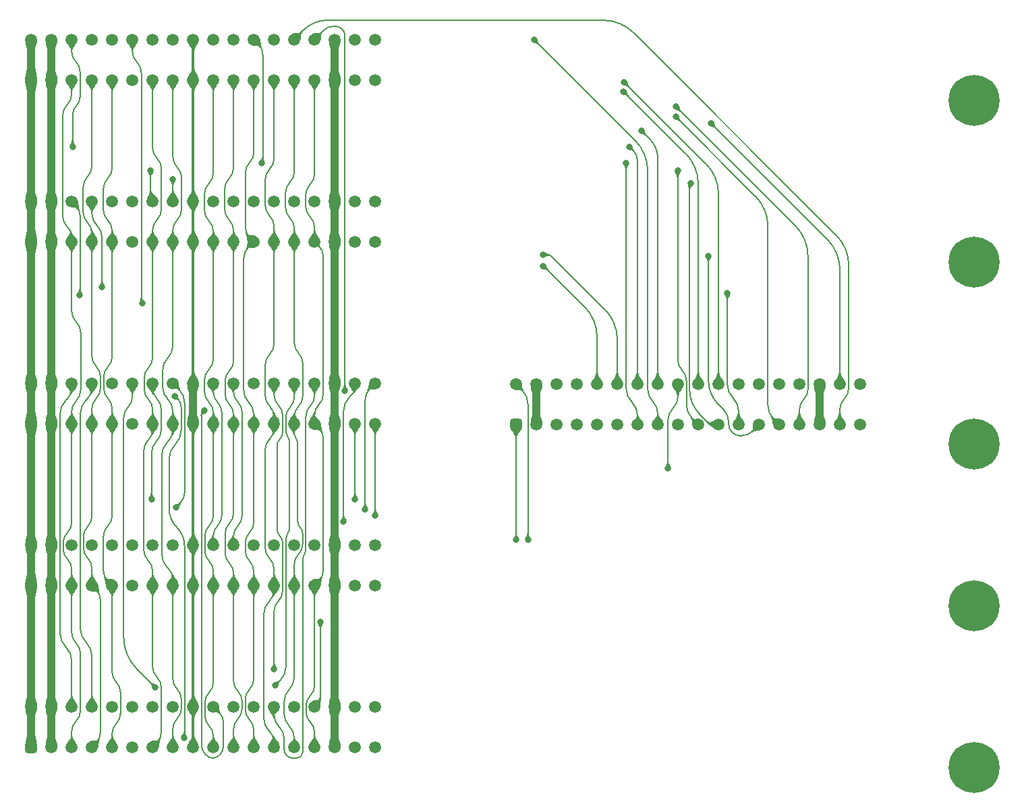
<source format=gbl>
%TF.GenerationSoftware,KiCad,Pcbnew,8.0.7*%
%TF.CreationDate,2025-04-27T16:19:09+02:00*%
%TF.ProjectId,GPIO Backplane Board,4750494f-2042-4616-936b-706c616e6520,Pico GPIO Wide*%
%TF.SameCoordinates,Original*%
%TF.FileFunction,Copper,L2,Bot*%
%TF.FilePolarity,Positive*%
%FSLAX46Y46*%
G04 Gerber Fmt 4.6, Leading zero omitted, Abs format (unit mm)*
G04 Created by KiCad (PCBNEW 8.0.7) date 2025-04-27 16:19:09*
%MOMM*%
%LPD*%
G01*
G04 APERTURE LIST*
G04 Aperture macros list*
%AMRoundRect*
0 Rectangle with rounded corners*
0 $1 Rounding radius*
0 $2 $3 $4 $5 $6 $7 $8 $9 X,Y pos of 4 corners*
0 Add a 4 corners polygon primitive as box body*
4,1,4,$2,$3,$4,$5,$6,$7,$8,$9,$2,$3,0*
0 Add four circle primitives for the rounded corners*
1,1,$1+$1,$2,$3*
1,1,$1+$1,$4,$5*
1,1,$1+$1,$6,$7*
1,1,$1+$1,$8,$9*
0 Add four rect primitives between the rounded corners*
20,1,$1+$1,$2,$3,$4,$5,0*
20,1,$1+$1,$4,$5,$6,$7,0*
20,1,$1+$1,$6,$7,$8,$9,0*
20,1,$1+$1,$8,$9,$2,$3,0*%
G04 Aperture macros list end*
%TA.AperFunction,ComponentPad*%
%ADD10C,6.400000*%
%TD*%
%TA.AperFunction,ComponentPad*%
%ADD11C,1.500000*%
%TD*%
%TA.AperFunction,ComponentPad*%
%ADD12RoundRect,0.375000X0.375000X0.375000X-0.375000X0.375000X-0.375000X-0.375000X0.375000X-0.375000X0*%
%TD*%
%TA.AperFunction,ViaPad*%
%ADD13C,0.800000*%
%TD*%
%TA.AperFunction,Conductor*%
%ADD14C,0.380000*%
%TD*%
%TA.AperFunction,Conductor*%
%ADD15C,1.000000*%
%TD*%
%TA.AperFunction,Conductor*%
%ADD16C,0.200000*%
%TD*%
G04 APERTURE END LIST*
D10*
%TO.P,H1,1,1*%
%TO.N,/GND*%
X149758400Y22860000D03*
%TD*%
D11*
%TO.P,J6,36,36*%
%TO.N,unconnected-(J6-Pad36)*%
X74549000Y30480000D03*
%TO.P,J6,35,35*%
%TO.N,unconnected-(J6-Pad35)*%
X74549000Y25400000D03*
%TO.P,J6,34,34*%
%TO.N,unconnected-(J6-Pad34)*%
X72009000Y30480000D03*
%TO.P,J6,33,33*%
%TO.N,unconnected-(J6-Pad33)*%
X72009001Y25400000D03*
%TO.P,J6,32,32*%
%TO.N,/GND*%
X69469000Y30480000D03*
%TO.P,J6,31,31*%
X69468999Y25400000D03*
%TO.P,J6,30,30*%
%TO.N,/Write OE B1 _{56..63}*%
X66929001Y30480000D03*
%TO.P,J6,29,29*%
%TO.N,/D7*%
X66929000Y25400000D03*
%TO.P,J6,28,28*%
%TO.N,/Write OE B1 _{48..55}*%
X64388999Y30480000D03*
%TO.P,J6,27,27*%
%TO.N,/D6*%
X64389000Y25400000D03*
%TO.P,J6,26,26*%
%TO.N,/Write GD B1 _{56..63}*%
X61849000Y30480000D03*
%TO.P,J6,25,25*%
%TO.N,/D5*%
X61849000Y25400000D03*
%TO.P,J6,24,24*%
%TO.N,/Write GD B1 _{48..55}*%
X59309000Y30480000D03*
%TO.P,J6,23,23*%
%TO.N,/D4*%
X59308999Y25400000D03*
%TO.P,J6,22,22*%
%TO.N,/Read GD B1 _{56..63}*%
X56769000Y30480000D03*
%TO.P,J6,21,21*%
%TO.N,/D3*%
X56769000Y25400000D03*
%TO.P,J6,20,20*%
%TO.N,/Read GD B1 _{48..55}*%
X54229000Y30479999D03*
%TO.P,J6,19,19*%
%TO.N,/D2*%
X54229000Y25400000D03*
%TO.P,J6,18,18*%
%TO.N,/GND*%
X51689000Y30480000D03*
%TO.P,J6,17,17*%
X51689000Y25400000D03*
%TO.P,J6,16,16*%
%TO.N,/Write OE B1 _{40..47}*%
X49149000Y30480000D03*
%TO.P,J6,15,15*%
%TO.N,/D1*%
X49149001Y25400000D03*
%TO.P,J6,14,14*%
%TO.N,/Write OE B1 _{32..39}*%
X46609000Y30480000D03*
%TO.P,J6,13,13*%
%TO.N,/D0*%
X46609000Y25400000D03*
%TO.P,J6,12,12*%
%TO.N,/Write GD B1 _{40..47}*%
X44069001Y30480000D03*
%TO.P,J6,11,11*%
%TO.N,unconnected-(J6-Pad11)*%
X44069000Y25400000D03*
%TO.P,J6,10,10*%
%TO.N,/Write GD B1 _{32..39}*%
X41528999Y30480000D03*
%TO.P,J6,9,9*%
%TO.N,/Write GPIO _{ALL}*%
X41529000Y25400000D03*
%TO.P,J6,8,8*%
%TO.N,/Read GD B1 _{40..47}*%
X38989000Y30480000D03*
%TO.P,J6,7,7*%
%TO.N,/Read GPIO _{ALL}*%
X38989000Y25400000D03*
%TO.P,J6,6,6*%
%TO.N,/Read GD B1 _{32..39}*%
X36449000Y30480000D03*
%TO.P,J6,5,5*%
%TO.N,/Write Enable*%
X36448999Y25400000D03*
%TO.P,J6,4,4*%
%TO.N,/GND*%
X33909000Y30480000D03*
%TO.P,J6,3,3*%
X33909000Y25400000D03*
%TO.P,J6,2,2*%
%TO.N,/12V*%
X31369000Y30479999D03*
D12*
%TO.P,J6,1,1*%
X31369000Y25400000D03*
%TD*%
D10*
%TO.P,H2,1,1*%
%TO.N,/GND*%
X149758400Y2540000D03*
%TD*%
%TO.P,H3,1,1*%
%TO.N,/GND*%
X149758400Y-40640000D03*
%TD*%
%TO.P,H4,1,1*%
%TO.N,/GND*%
X149758400Y-60960000D03*
%TD*%
D11*
%TO.P,J1,36,36*%
%TO.N,unconnected-(J1-Pad36)*%
X74549000Y-53340000D03*
%TO.P,J1,35,35*%
%TO.N,unconnected-(J1-Pad35)*%
X74549000Y-58420000D03*
%TO.P,J1,34,34*%
%TO.N,unconnected-(J1-Pad34)*%
X72009000Y-53340000D03*
%TO.P,J1,33,33*%
%TO.N,unconnected-(J1-Pad33)*%
X72009001Y-58420000D03*
%TO.P,J1,32,32*%
%TO.N,/GND*%
X69469000Y-53340000D03*
%TO.P,J1,31,31*%
X69468999Y-58420000D03*
%TO.P,J1,30,30*%
%TO.N,/Write OE B0 _{24..31}*%
X66929001Y-53340000D03*
%TO.P,J1,29,29*%
%TO.N,/D7*%
X66929000Y-58420000D03*
%TO.P,J1,28,28*%
%TO.N,/Write OE B0 _{16..23}*%
X64388999Y-53340000D03*
%TO.P,J1,27,27*%
%TO.N,/D6*%
X64389000Y-58420000D03*
%TO.P,J1,26,26*%
%TO.N,/Write GD B0 _{24..31}*%
X61849000Y-53340000D03*
%TO.P,J1,25,25*%
%TO.N,/D5*%
X61849000Y-58420000D03*
%TO.P,J1,24,24*%
%TO.N,/Write GD B0 _{16..23}*%
X59309000Y-53340000D03*
%TO.P,J1,23,23*%
%TO.N,/D4*%
X59308999Y-58420000D03*
%TO.P,J1,22,22*%
%TO.N,/Read GD B0 _{24..31}*%
X56769000Y-53340000D03*
%TO.P,J1,21,21*%
%TO.N,/D3*%
X56769000Y-58420000D03*
%TO.P,J1,20,20*%
%TO.N,/Read GD B0 _{16..23}*%
X54229000Y-53340001D03*
%TO.P,J1,19,19*%
%TO.N,/D2*%
X54229000Y-58420000D03*
%TO.P,J1,18,18*%
%TO.N,/GND*%
X51689000Y-53340000D03*
%TO.P,J1,17,17*%
X51689000Y-58420000D03*
%TO.P,J1,16,16*%
%TO.N,/Write OE B0 _{8..15}*%
X49149000Y-53340000D03*
%TO.P,J1,15,15*%
%TO.N,/D1*%
X49149001Y-58420000D03*
%TO.P,J1,14,14*%
%TO.N,/Write OE B0 _{0..7}*%
X46609000Y-53340000D03*
%TO.P,J1,13,13*%
%TO.N,/D0*%
X46609000Y-58420000D03*
%TO.P,J1,12,12*%
%TO.N,/Write GD B0 _{8..15}*%
X44069001Y-53340000D03*
%TO.P,J1,11,11*%
%TO.N,unconnected-(J1-Pad11)*%
X44069000Y-58420000D03*
%TO.P,J1,10,10*%
%TO.N,/Write GD B0 _{0..7}*%
X41528999Y-53340000D03*
%TO.P,J1,9,9*%
%TO.N,/Write GPIO _{ALL}*%
X41529000Y-58420000D03*
%TO.P,J1,8,8*%
%TO.N,/Read GD B0 _{8..15}*%
X38989000Y-53340000D03*
%TO.P,J1,7,7*%
%TO.N,/Read GPIO _{ALL}*%
X38989000Y-58420000D03*
%TO.P,J1,6,6*%
%TO.N,/Read GD B0 _{0..7}*%
X36449000Y-53340000D03*
%TO.P,J1,5,5*%
%TO.N,/Write Enable*%
X36448999Y-58420000D03*
%TO.P,J1,4,4*%
%TO.N,/GND*%
X33909000Y-53340000D03*
%TO.P,J1,3,3*%
X33909000Y-58420000D03*
%TO.P,J1,2,2*%
%TO.N,/12V*%
X31369000Y-53340001D03*
D12*
%TO.P,J1,1,1*%
X31369000Y-58420000D03*
%TD*%
D11*
%TO.P,J3,36,36*%
%TO.N,unconnected-(J3-Pad36)*%
X74549000Y-33020000D03*
%TO.P,J3,35,35*%
%TO.N,unconnected-(J3-Pad35)*%
X74549000Y-38100000D03*
%TO.P,J3,34,34*%
%TO.N,unconnected-(J3-Pad34)*%
X72009000Y-33020000D03*
%TO.P,J3,33,33*%
%TO.N,unconnected-(J3-Pad33)*%
X72009001Y-38100000D03*
%TO.P,J3,32,32*%
%TO.N,/GND*%
X69469000Y-33020000D03*
%TO.P,J3,31,31*%
X69468999Y-38100000D03*
%TO.P,J3,30,30*%
%TO.N,/Write OE B0 _{56..63}*%
X66929001Y-33020000D03*
%TO.P,J3,29,29*%
%TO.N,/D7*%
X66929000Y-38100000D03*
%TO.P,J3,28,28*%
%TO.N,/Write OE B0 _{48..55}*%
X64388999Y-33020000D03*
%TO.P,J3,27,27*%
%TO.N,/D6*%
X64389000Y-38100000D03*
%TO.P,J3,26,26*%
%TO.N,/Write GD B0 _{56..63}*%
X61849000Y-33020000D03*
%TO.P,J3,25,25*%
%TO.N,/D5*%
X61849000Y-38100000D03*
%TO.P,J3,24,24*%
%TO.N,/Write GD B0 _{48..55}*%
X59309000Y-33020000D03*
%TO.P,J3,23,23*%
%TO.N,/D4*%
X59308999Y-38100000D03*
%TO.P,J3,22,22*%
%TO.N,/Read GD B0 _{56..63}*%
X56769000Y-33020000D03*
%TO.P,J3,21,21*%
%TO.N,/D3*%
X56769000Y-38100000D03*
%TO.P,J3,20,20*%
%TO.N,/Read GD B0 _{48..55}*%
X54229000Y-33020001D03*
%TO.P,J3,19,19*%
%TO.N,/D2*%
X54229000Y-38100000D03*
%TO.P,J3,18,18*%
%TO.N,/GND*%
X51689000Y-33020000D03*
%TO.P,J3,17,17*%
X51689000Y-38100000D03*
%TO.P,J3,16,16*%
%TO.N,/Write OE B0 _{40..47}*%
X49149000Y-33020000D03*
%TO.P,J3,15,15*%
%TO.N,/D1*%
X49149001Y-38100000D03*
%TO.P,J3,14,14*%
%TO.N,/Write OE B0 _{32..39}*%
X46609000Y-33020000D03*
%TO.P,J3,13,13*%
%TO.N,/D0*%
X46609000Y-38100000D03*
%TO.P,J3,12,12*%
%TO.N,/Write GD B0 _{40..47}*%
X44069001Y-33020000D03*
%TO.P,J3,11,11*%
%TO.N,unconnected-(J3-Pad11)*%
X44069000Y-38100000D03*
%TO.P,J3,10,10*%
%TO.N,/Write GD B0 _{32..39}*%
X41528999Y-33020000D03*
%TO.P,J3,9,9*%
%TO.N,/Write GPIO _{ALL}*%
X41529000Y-38100000D03*
%TO.P,J3,8,8*%
%TO.N,/Read GD B0 _{40..47}*%
X38989000Y-33020000D03*
%TO.P,J3,7,7*%
%TO.N,/Read GPIO _{ALL}*%
X38989000Y-38100000D03*
%TO.P,J3,6,6*%
%TO.N,/Read GD B0 _{32..39}*%
X36449000Y-33020000D03*
%TO.P,J3,5,5*%
%TO.N,/Write Enable*%
X36448999Y-38100000D03*
%TO.P,J3,4,4*%
%TO.N,/GND*%
X33909000Y-33020000D03*
%TO.P,J3,3,3*%
X33909000Y-38100000D03*
%TO.P,J3,2,2*%
%TO.N,/12V*%
X31369000Y-33020001D03*
D12*
%TO.P,J3,1,1*%
X31369000Y-38100000D03*
%TD*%
D11*
%TO.P,J5,36,36*%
%TO.N,unconnected-(J5-Pad36)*%
X74549000Y10160000D03*
%TO.P,J5,35,35*%
%TO.N,unconnected-(J5-Pad35)*%
X74549000Y5080000D03*
%TO.P,J5,34,34*%
%TO.N,unconnected-(J5-Pad34)*%
X72009000Y10160000D03*
%TO.P,J5,33,33*%
%TO.N,unconnected-(J5-Pad33)*%
X72009001Y5080000D03*
%TO.P,J5,32,32*%
%TO.N,/GND*%
X69469000Y10160000D03*
%TO.P,J5,31,31*%
X69468999Y5080000D03*
%TO.P,J5,30,30*%
%TO.N,/Write OE B1 _{24..31}*%
X66929001Y10160000D03*
%TO.P,J5,29,29*%
%TO.N,/D7*%
X66929000Y5080000D03*
%TO.P,J5,28,28*%
%TO.N,/Write OE B1 _{16..23}*%
X64388999Y10160000D03*
%TO.P,J5,27,27*%
%TO.N,/D6*%
X64389000Y5080000D03*
%TO.P,J5,26,26*%
%TO.N,/Write GD B1 _{24..31}*%
X61849000Y10160000D03*
%TO.P,J5,25,25*%
%TO.N,/D5*%
X61849000Y5080000D03*
%TO.P,J5,24,24*%
%TO.N,/Write GD B1 _{16..23}*%
X59309000Y10160000D03*
%TO.P,J5,23,23*%
%TO.N,/D4*%
X59308999Y5080000D03*
%TO.P,J5,22,22*%
%TO.N,/Read GD B1 _{24..31}*%
X56769000Y10160000D03*
%TO.P,J5,21,21*%
%TO.N,/D3*%
X56769000Y5080000D03*
%TO.P,J5,20,20*%
%TO.N,/Read GD B1 _{16..23}*%
X54229000Y10159999D03*
%TO.P,J5,19,19*%
%TO.N,/D2*%
X54229000Y5080000D03*
%TO.P,J5,18,18*%
%TO.N,/GND*%
X51689000Y10160000D03*
%TO.P,J5,17,17*%
X51689000Y5080000D03*
%TO.P,J5,16,16*%
%TO.N,/Write OE B1 _{8..15}*%
X49149000Y10160000D03*
%TO.P,J5,15,15*%
%TO.N,/D1*%
X49149001Y5080000D03*
%TO.P,J5,14,14*%
%TO.N,/Write OE B1 _{0..7}*%
X46609000Y10160000D03*
%TO.P,J5,13,13*%
%TO.N,/D0*%
X46609000Y5080000D03*
%TO.P,J5,12,12*%
%TO.N,/Write GD B1 _{8..15}*%
X44069001Y10160000D03*
%TO.P,J5,11,11*%
%TO.N,unconnected-(J5-Pad11)*%
X44069000Y5080000D03*
%TO.P,J5,10,10*%
%TO.N,/Write GD B1 _{0..7}*%
X41528999Y10160000D03*
%TO.P,J5,9,9*%
%TO.N,/Write GPIO _{ALL}*%
X41529000Y5080000D03*
%TO.P,J5,8,8*%
%TO.N,/Read GD B1 _{8..15}*%
X38989000Y10160000D03*
%TO.P,J5,7,7*%
%TO.N,/Read GPIO _{ALL}*%
X38989000Y5080000D03*
%TO.P,J5,6,6*%
%TO.N,/Read GD B1 _{0..7}*%
X36449000Y10160000D03*
%TO.P,J5,5,5*%
%TO.N,/Write Enable*%
X36448999Y5080000D03*
%TO.P,J5,4,4*%
%TO.N,/GND*%
X33909000Y10160000D03*
%TO.P,J5,3,3*%
X33909000Y5080000D03*
%TO.P,J5,2,2*%
%TO.N,/12V*%
X31369000Y10159999D03*
D12*
%TO.P,J5,1,1*%
X31369000Y5080000D03*
%TD*%
D11*
%TO.P,J2,36,36*%
%TO.N,/Write GD B0 _{40..47}*%
X74549000Y-12700000D03*
%TO.P,J2,35,35*%
%TO.N,/Write GD B0 _{56..63}*%
X74549000Y-17780000D03*
%TO.P,J2,34,34*%
%TO.N,/Write GD B0 _{32..39}*%
X72009000Y-12700000D03*
%TO.P,J2,33,33*%
%TO.N,/Write GD B0 _{48..55}*%
X72009001Y-17780000D03*
%TO.P,J2,32,32*%
%TO.N,/GND*%
X69469000Y-12700000D03*
%TO.P,J2,31,31*%
X69468999Y-17780000D03*
%TO.P,J2,30,30*%
%TO.N,/Write GD B0 _{24..31}*%
X66929001Y-12700000D03*
%TO.P,J2,29,29*%
%TO.N,/D7*%
X66929000Y-17780000D03*
%TO.P,J2,28,28*%
%TO.N,/Write GD B0 _{16..23}*%
X64388999Y-12700000D03*
%TO.P,J2,27,27*%
%TO.N,/D6*%
X64389000Y-17780000D03*
%TO.P,J2,26,26*%
%TO.N,/Write GD B0 _{8..15}*%
X61849000Y-12700000D03*
%TO.P,J2,25,25*%
%TO.N,/D5*%
X61849000Y-17780000D03*
%TO.P,J2,24,24*%
%TO.N,/Write GD B0 _{0..7}*%
X59309000Y-12700000D03*
%TO.P,J2,23,23*%
%TO.N,/D4*%
X59308999Y-17780000D03*
%TO.P,J2,22,22*%
%TO.N,/Read GD B0 _{56..63}*%
X56769000Y-12700000D03*
%TO.P,J2,21,21*%
%TO.N,/D3*%
X56769000Y-17780000D03*
%TO.P,J2,20,20*%
%TO.N,/Read GD B0 _{48..55}*%
X54229000Y-12700001D03*
%TO.P,J2,19,19*%
%TO.N,/D2*%
X54229000Y-17780000D03*
%TO.P,J2,18,18*%
%TO.N,/GND*%
X51689000Y-12700000D03*
%TO.P,J2,17,17*%
X51689000Y-17780000D03*
%TO.P,J2,16,16*%
%TO.N,/Read GD B0 _{40..47}*%
X49149000Y-12700000D03*
%TO.P,J2,15,15*%
%TO.N,/D1*%
X49149001Y-17780000D03*
%TO.P,J2,14,14*%
%TO.N,/Read GD B0 _{32..39}*%
X46609000Y-12700000D03*
%TO.P,J2,13,13*%
%TO.N,/D0*%
X46609000Y-17780000D03*
%TO.P,J2,12,12*%
%TO.N,/Read GD B0 _{24..31}*%
X44069001Y-12700000D03*
%TO.P,J2,11,11*%
%TO.N,unconnected-(J2-Pad11)*%
X44069000Y-17780000D03*
%TO.P,J2,10,10*%
%TO.N,/Read GD B0 _{16..23}*%
X41528999Y-12700000D03*
%TO.P,J2,9,9*%
%TO.N,/Write GPIO _{ALL}*%
X41529000Y-17780000D03*
%TO.P,J2,8,8*%
%TO.N,/Read GD B0 _{8..15}*%
X38989000Y-12700000D03*
%TO.P,J2,7,7*%
%TO.N,/Read GPIO _{ALL}*%
X38989000Y-17780000D03*
%TO.P,J2,6,6*%
%TO.N,/Read GD B0 _{0..7}*%
X36449000Y-12700000D03*
%TO.P,J2,5,5*%
%TO.N,/Write Enable*%
X36448999Y-17780000D03*
%TO.P,J2,4,4*%
%TO.N,/GND*%
X33909000Y-12700000D03*
%TO.P,J2,3,3*%
X33909000Y-17780000D03*
%TO.P,J2,2,2*%
%TO.N,/12V*%
X31369000Y-12700001D03*
D12*
%TO.P,J2,1,1*%
X31369000Y-17780000D03*
%TD*%
D10*
%TO.P,H5,1,1*%
%TO.N,/GND*%
X149758400Y-20320000D03*
%TD*%
D11*
%TO.P,J4,36,36*%
%TO.N,/Write GD B1 _{40..47}*%
X135418100Y-12827000D03*
%TO.P,J4,35,35*%
%TO.N,/Write OE B1 _{56..63}*%
X135418100Y-17907000D03*
%TO.P,J4,34,34*%
%TO.N,/Write GD B1 _{32..39}*%
X132878100Y-12827000D03*
%TO.P,J4,33,33*%
%TO.N,/Write OE B1 _{48..55}*%
X132878101Y-17907000D03*
%TO.P,J4,32,32*%
%TO.N,/GND*%
X130338100Y-12827000D03*
%TO.P,J4,31,31*%
X130338099Y-17907000D03*
%TO.P,J4,30,30*%
%TO.N,/Write GD B1 _{24..31}*%
X127798101Y-12827000D03*
%TO.P,J4,29,29*%
%TO.N,/Write OE B1 _{40..47}*%
X127798100Y-17907000D03*
%TO.P,J4,28,28*%
%TO.N,/Write GD B1 _{16..23}*%
X125258099Y-12827000D03*
%TO.P,J4,27,27*%
%TO.N,/Write OE B1 _{32..39}*%
X125258100Y-17907000D03*
%TO.P,J4,26,26*%
%TO.N,/Write GD B1 _{8..15}*%
X122718100Y-12827000D03*
%TO.P,J4,25,25*%
%TO.N,/Write OE B1 _{24..31}*%
X122718100Y-17907000D03*
%TO.P,J4,24,24*%
%TO.N,/Write GD B1 _{0..7}*%
X120178100Y-12827000D03*
%TO.P,J4,23,23*%
%TO.N,/Write OE B1 _{16..23}*%
X120178099Y-17907000D03*
%TO.P,J4,22,22*%
%TO.N,/Read GD B1 _{56..63}*%
X117638100Y-12827000D03*
%TO.P,J4,21,21*%
%TO.N,/Write OE B1 _{8..15}*%
X117638100Y-17907000D03*
%TO.P,J4,20,20*%
%TO.N,/Read GD B1 _{48..55}*%
X115098100Y-12827001D03*
%TO.P,J4,19,19*%
%TO.N,/Write OE B1 _{0..7}*%
X115098100Y-17907000D03*
%TO.P,J4,18,18*%
%TO.N,/Write OE B0 _{0..7}*%
X112558100Y-12827000D03*
%TO.P,J4,17,17*%
%TO.N,/Write OE B0 _{8..15}*%
X112558100Y-17907000D03*
%TO.P,J4,16,16*%
%TO.N,/Read GD B1 _{40..47}*%
X110018100Y-12827000D03*
%TO.P,J4,15,15*%
%TO.N,/Write GD B1 _{56..63}*%
X110018101Y-17907000D03*
%TO.P,J4,14,14*%
%TO.N,/Read GD B1 _{32..39}*%
X107478100Y-12827000D03*
%TO.P,J4,13,13*%
%TO.N,/Write GD B1 _{48..55}*%
X107478100Y-17907000D03*
%TO.P,J4,12,12*%
%TO.N,/Read GD B1 _{24..31}*%
X104938101Y-12827000D03*
%TO.P,J4,11,11*%
%TO.N,/Write OE B0 _{56..63}*%
X104938100Y-17907000D03*
%TO.P,J4,10,10*%
%TO.N,/Read GD B1 _{16..23}*%
X102398099Y-12827000D03*
%TO.P,J4,9,9*%
%TO.N,/Write OE B0 _{48..55}*%
X102398100Y-17907000D03*
%TO.P,J4,8,8*%
%TO.N,/Read GD B1 _{8..15}*%
X99858100Y-12827000D03*
%TO.P,J4,7,7*%
%TO.N,/Write OE B0 _{40..47}*%
X99858100Y-17907000D03*
%TO.P,J4,6,6*%
%TO.N,/Read GD B1 _{0..7}*%
X97318100Y-12827000D03*
%TO.P,J4,5,5*%
%TO.N,/Write OE B0 _{32..39}*%
X97318099Y-17907000D03*
%TO.P,J4,4,4*%
%TO.N,/GND*%
X94778100Y-12827000D03*
%TO.P,J4,3,3*%
X94778100Y-17907000D03*
%TO.P,J4,2,2*%
%TO.N,/Write OE B0 _{16..23}*%
X92238100Y-12827001D03*
D12*
%TO.P,J4,1,1*%
%TO.N,/Write OE B0 _{24..31}*%
X92238100Y-17907000D03*
%TD*%
D13*
%TO.N,/Write OE B0 _{24..31}*%
X92238100Y-32385000D03*
X67673209Y-42701526D03*
%TO.N,/Read GD B1 _{8..15}*%
X40259000Y-635000D03*
%TO.N,/Read GD B1 _{0..7}*%
X37465000Y-1651000D03*
%TO.N,/Read GD B1 _{32..39}*%
X36576000Y17018000D03*
%TO.N,/Write OE B1 _{8..15}*%
X49149000Y12954000D03*
X114173000Y12446000D03*
%TO.N,/Write GD B0 _{0..7}*%
X49403000Y-14351000D03*
X50546000Y-57265000D03*
%TO.N,/Write GD B0 _{8..15}*%
X61849000Y-48641000D03*
%TO.N,/Write OE B0 _{0..7}*%
X111288100Y-23368000D03*
%TO.N,/Read GD B0 _{24..31}*%
X46966000Y-50921800D03*
%TO.N,/Write OE B0 _{16..23}*%
X93726000Y-32385008D03*
%TO.N,/Write GD B0 _{32..39}*%
X70576800Y-30111000D03*
%TO.N,/Read GD B0 _{40..47}*%
X49530000Y-28321000D03*
%TO.N,/Read GD B0 _{32..39}*%
X46482000Y-27305000D03*
%TO.N,/Write GD B0 _{40..47}*%
X73279000Y-28587000D03*
%TO.N,/Write GD B0 _{48..55}*%
X72009000Y-27305000D03*
%TO.N,/Write GD B0 _{56..63}*%
X74549000Y-29337000D03*
%TO.N,/Read GD B1 _{48..55}*%
X105727497Y23939497D03*
%TO.N,/Read GD B1 _{40..47}*%
X107945550Y19045550D03*
%TO.N,/Write OE B1 _{32..39}*%
X112255550Y20815550D03*
%TO.N,/Write OE B1 _{24..31}*%
X116368100Y3302000D03*
%TO.N,/Read GD B1 _{16..23}*%
X95631000Y2032000D03*
%TO.N,/Read GD B1 _{24..31}*%
X95630998Y3429000D03*
%TO.N,/Read GD B1 _{56..63}*%
X105790992Y25146000D03*
%TO.N,/Write GD B1 _{48..55}*%
X106045000Y14986000D03*
X60307200Y14986000D03*
%TO.N,/Write GD B1 _{40..47}*%
X45339000Y-2667000D03*
%TO.N,/Write OE B1 _{56..63}*%
X70742600Y-13647800D03*
%TO.N,/Read GD B1 _{32..39}*%
X106426000Y17018000D03*
%TO.N,/Write OE B1 _{16..23}*%
X118745008Y-1397000D03*
%TO.N,/Write OE B1 _{0..7}*%
X112522000Y13989600D03*
X46348800Y13989600D03*
%TO.N,/Write GD B1 _{56..63}*%
X94488000Y30480000D03*
%TO.N,/Write GD B1 _{32..39}*%
X116713000Y19939004D03*
%TO.N,/Write OE B1 _{40..47}*%
X112327252Y22030248D03*
%TO.N,/Read GD B0 _{16..23}*%
X53086000Y-16129000D03*
%TO.N,/Write GD B0 _{16..23}*%
X61976000Y-50673000D03*
%TD*%
D14*
%TO.N,/GND*%
X130338100Y-15366829D02*
G75*
G02*
X130338043Y-15366943I-200J29D01*
G01*
X130338050Y-15366950D02*
G75*
G03*
X130337990Y-15367069I150J-150D01*
G01*
D15*
X130338021Y-15366921D02*
X130338019Y-15366922D01*
X130338017Y-15366924D01*
X130338015Y-15366925D01*
X130338012Y-15366926D01*
X130338010Y-15366927D01*
X130338008Y-15366928D01*
X130338005Y-15366929D01*
X130338003Y-15366929D01*
X130338000Y-15366929D01*
X130338000Y-15367070D02*
X130338000Y-15366929D01*
D16*
%TO.N,/Write OE B1 _{40..47}*%
X128862900Y-13471072D02*
G75*
G02*
X128330508Y-14756408I-1817700J-28D01*
G01*
X128330500Y-14756400D02*
G75*
G03*
X127798111Y-16041727I1285300J-1285300D01*
G01*
X127269107Y7088392D02*
G75*
G02*
X128862910Y3240636I-3847807J-3847792D01*
G01*
%TO.N,/Write GD B1 _{32..39}*%
X131284307Y5367696D02*
G75*
G02*
X132878113Y1519940I-3847807J-3847796D01*
G01*
%TO.N,/Write GD B1 _{56..63}*%
X109383100Y-14986000D02*
G75*
G02*
X110018089Y-16519027I-1533000J-1533000D01*
G01*
X108748100Y-13452973D02*
G75*
G03*
X109383092Y-14986008I2168000J-27D01*
G01*
X107154307Y17813692D02*
G75*
G02*
X108748110Y13965936I-3847807J-3847792D01*
G01*
%TO.N,/Write OE B1 _{0..7}*%
X113608100Y-15363410D02*
G75*
G03*
X114353103Y-17161997I2543600J10D01*
G01*
X113065050Y-11084050D02*
G75*
G02*
X113608105Y-12395088I-1311050J-1311050D01*
G01*
X112522000Y-9773011D02*
G75*
G03*
X113065053Y-11084047I1854100J11D01*
G01*
%TO.N,/Write OE B1 _{16..23}*%
X118745008Y-1397000D02*
X118745008Y-1397001D01*
X118745008Y-1397001D01*
X118745008Y-1397002D01*
X118745008Y-1397003D01*
X118745007Y-1397003D01*
X118745007Y-1397004D01*
X118745007Y-1397005D01*
X118745006Y-1397005D01*
X118745006Y-1397006D01*
X118745005Y-1397006D01*
X118745005Y-1397007D01*
X118745004Y-1397007D01*
X118745003Y-1397007D01*
X118745003Y-1397008D01*
X118745002Y-1397008D01*
X118745001Y-1397008D01*
X118745001Y-1397008D01*
X118745000Y-1397008D01*
X118744999Y-1397008D01*
X118744999Y-1397008D01*
X118744998Y-1397008D01*
X118744994Y-12829641D02*
G75*
G03*
X119461558Y-14559540I2446506J41D01*
G01*
X119461546Y-14559552D02*
G75*
G02*
X120178115Y-16289463I-1729946J-1729948D01*
G01*
%TO.N,/Read GD B1 _{32..39}*%
X106952050Y16491950D02*
G75*
G02*
X107478081Y15221952I-1269950J-1269950D01*
G01*
X36973999Y27702999D02*
G75*
G02*
X37499014Y26435538I-1267499J-1267499D01*
G01*
X37498999Y23258658D02*
G75*
G02*
X37037487Y22144512I-1575699J42D01*
G01*
X36449000Y28970460D02*
G75*
G03*
X36974011Y27703011I1792500J40D01*
G01*
X37037499Y22144500D02*
G75*
G03*
X36575983Y21030342I1114201J-1114200D01*
G01*
%TO.N,/Write OE B1 _{56..63}*%
X69311250Y32131000D02*
G75*
G03*
X68062952Y31613904I50J-1765400D01*
G01*
X70392550Y31780950D02*
G75*
G02*
X70742623Y30935854I-845150J-845150D01*
G01*
X70392550Y31780950D02*
G75*
G03*
X69547454Y32131023I-845150J-845150D01*
G01*
%TO.N,/Write GD B1 _{40..47}*%
X44640500Y27622499D02*
G75*
G02*
X45211990Y26242777I-1379700J-1379699D01*
G01*
X44069001Y29002221D02*
G75*
G03*
X44640494Y27622493I1951199J-21D01*
G01*
X45212000Y-2450197D02*
G75*
G03*
X45275499Y-2603501I216800J-3D01*
G01*
%TO.N,/Write OE B1 _{48..55}*%
X132395507Y5911792D02*
G75*
G02*
X133989310Y2064036I-3847807J-3847792D01*
G01*
X107008092Y31299207D02*
G75*
G03*
X103160336Y32893010I-3847792J-3847807D01*
G01*
X133989300Y-13311263D02*
G75*
G02*
X133433711Y-14652610I-1896900J-37D01*
G01*
X133433700Y-14652599D02*
G75*
G03*
X132878115Y-15993935I1341300J-1341301D01*
G01*
X68508247Y32893000D02*
G75*
G03*
X65595515Y31686484I53J-4119300D01*
G01*
%TO.N,/Write GD B1 _{48..55}*%
X106761550Y-15067550D02*
G75*
G02*
X107478119Y-16797454I-1729950J-1729950D01*
G01*
X59880500Y29908500D02*
G75*
G02*
X60451990Y28528776I-1379700J-1379700D01*
G01*
X60452000Y15233189D02*
G75*
G02*
X60379597Y15058403I-247200J11D01*
G01*
X106045000Y-13337645D02*
G75*
G03*
X106761563Y-15067537I2446500J45D01*
G01*
%TO.N,/Read GD B1 _{56..63}*%
X116044307Y14892684D02*
G75*
G02*
X117638105Y11044928I-3847807J-3847784D01*
G01*
%TO.N,/Read GD B1 _{24..31}*%
X103344307Y-3395311D02*
G75*
G02*
X104938108Y-7243067I-3847807J-3847789D01*
G01*
X96834304Y3114691D02*
G75*
G03*
X96075497Y3429002I-758804J-758791D01*
G01*
%TO.N,/Read GD B1 _{8..15}*%
X39624000Y7112000D02*
G75*
G02*
X40258989Y5578974I-1533000J-1533000D01*
G01*
X38989000Y8645025D02*
G75*
G03*
X39623992Y7111992I2168000J-25D01*
G01*
%TO.N,/Read GD B1 _{16..23}*%
X95716950Y2009549D02*
G75*
G03*
X95662750Y2032020I-54250J-54249D01*
G01*
X100804307Y-3077807D02*
G75*
G02*
X102398111Y-6925563I-3847807J-3847793D01*
G01*
%TO.N,/Write OE B1 _{24..31}*%
X118279482Y-16044482D02*
G75*
G02*
X118908111Y-17562100I-1517582J-1517618D01*
G01*
X119334550Y-18877550D02*
G75*
G03*
X120364091Y-19304004I1029550J1029550D01*
G01*
X116368100Y-12337048D02*
G75*
G03*
X117638114Y-15403086I4336100J48D01*
G01*
X121872678Y-18752421D02*
G75*
G02*
X120541050Y-19304037I-1331678J1331621D01*
G01*
X118908100Y-17848008D02*
G75*
G03*
X119334553Y-18877547I1456000J8D01*
G01*
%TO.N,/Write OE B1 _{8..15}*%
X114008100Y-13511328D02*
G75*
G03*
X115295570Y-16619529I4395700J28D01*
G01*
X116209999Y-17533974D02*
G75*
G03*
X117110562Y-17907023I900601J900574D01*
G01*
X114090550Y12363550D02*
G75*
G03*
X114008101Y12164498I199050J-199050D01*
G01*
%TO.N,/Write OE B1 _{32..39}*%
X122241907Y10829192D02*
G75*
G02*
X123835710Y6981436I-3847807J-3847792D01*
G01*
X123835700Y-15478811D02*
G75*
G03*
X124546903Y-17195797I2428200J11D01*
G01*
%TO.N,/Read GD B1 _{40..47}*%
X108981825Y18009275D02*
G75*
G02*
X110018079Y15507485I-2501825J-2501775D01*
G01*
%TO.N,/Read GD B1 _{48..55}*%
X113504307Y16162686D02*
G75*
G02*
X115098106Y12314930I-3847807J-3847786D01*
G01*
%TO.N,/Read GD B1 _{0..7}*%
X36973999Y9635000D02*
G75*
G02*
X37499015Y8367539I-1267499J-1267500D01*
G01*
X37498999Y-1592960D02*
G75*
G02*
X37482032Y-1634033I-58099J-40D01*
G01*
%TO.N,/Read GD B0 _{56..63}*%
X56769000Y-13791835D02*
G75*
G03*
X57304760Y-15085240I1829200J35D01*
G01*
X57840500Y-29341335D02*
G75*
G02*
X57304740Y-30634740I-1829200J35D01*
G01*
X57304750Y-15085250D02*
G75*
G02*
X57840515Y-16378664I-1293450J-1293450D01*
G01*
X57304750Y-30634750D02*
G75*
G03*
X56768985Y-31928164I1293450J-1293450D01*
G01*
%TO.N,/Read GD B0 _{48..55}*%
X54229000Y-13816929D02*
G75*
G03*
X54757409Y-15092591I1804100J29D01*
G01*
X55285800Y-29351729D02*
G75*
G02*
X54757391Y-30627391I-1804100J29D01*
G01*
X54757400Y-15092600D02*
G75*
G02*
X55285812Y-16368270I-1275700J-1275700D01*
G01*
X54757400Y-30627400D02*
G75*
G03*
X54228988Y-31903070I1275700J-1275700D01*
G01*
%TO.N,/Write GD B0 _{40..47}*%
X73914000Y-13335000D02*
G75*
G03*
X73279011Y-14868025I1533000J-1533000D01*
G01*
%TO.N,/Read GD B0 _{32..39}*%
X47144675Y-14632675D02*
G75*
G02*
X47680332Y-15925908I-1293275J-1293225D01*
G01*
X47081175Y-20030175D02*
G75*
G03*
X46482005Y-21476711I1446525J-1446525D01*
G01*
X47680350Y-18583638D02*
G75*
G02*
X47081164Y-20030164I-2045750J38D01*
G01*
X46609000Y-13398500D02*
G75*
G03*
X47102920Y-14590908I1686300J0D01*
G01*
%TO.N,/Read GD B0 _{40..47}*%
X50639000Y-26427818D02*
G75*
G02*
X50084495Y-27766495I-1893200J18D01*
G01*
X49894000Y-13445000D02*
G75*
G02*
X50639005Y-15243589I-1798600J-1798600D01*
G01*
%TO.N,/Write GD B0 _{32..39}*%
X71292899Y-14476759D02*
G75*
G03*
X70576778Y-16205578I1728801J-1728841D01*
G01*
X72009000Y-13230330D02*
G75*
G02*
X71633979Y-14135638I-1280300J30D01*
G01*
%TO.N,/Write GD B0 _{16..23}*%
X63543700Y-19347700D02*
G75*
G02*
X63753996Y-19855409I-507700J-507700D01*
G01*
X63333400Y-48355773D02*
G75*
G02*
X62654708Y-49994308I-2317200J-27D01*
G01*
X64388999Y-14453979D02*
G75*
G02*
X63861205Y-15728206I-1801999J-21D01*
G01*
X63754000Y-31158990D02*
G75*
G02*
X63543703Y-31666703I-718000J-10D01*
G01*
X63333400Y-18839990D02*
G75*
G03*
X63543697Y-19347703I718000J-10D01*
G01*
X63861199Y-15728200D02*
G75*
G03*
X63333408Y-17002421I1274201J-1274200D01*
G01*
X63543700Y-31666700D02*
G75*
G03*
X63333404Y-32174409I507700J-507700D01*
G01*
%TO.N,/Write OE B0 _{24..31}*%
X67673209Y-52069557D02*
G75*
G02*
X67301119Y-52967910I-1270409J-43D01*
G01*
%TO.N,/Write GD B0 _{24..31}*%
X65236850Y-59604150D02*
G75*
G02*
X64722984Y-59816994I-513850J513850D01*
G01*
X66929001Y-14289420D02*
G75*
G02*
X66390195Y-15590194I-1839601J20D01*
G01*
X63436500Y-59499500D02*
G75*
G03*
X64203012Y-59816995I766500J766500D01*
G01*
X65851400Y-33752455D02*
G75*
G02*
X65650584Y-34237384I-685800J-45D01*
G01*
X65449700Y-59090284D02*
G75*
G02*
X65236854Y-59604154I-726700J-16D01*
G01*
X63119000Y-58732987D02*
G75*
G03*
X63436496Y-59499504I1084000J-13D01*
G01*
X61849000Y-54346974D02*
G75*
G03*
X62483992Y-55880008I2168000J-26D01*
G01*
X65650550Y-34237350D02*
G75*
G03*
X65449719Y-34722244I484850J-484850D01*
G01*
X66390200Y-15590199D02*
G75*
G03*
X65851390Y-16890978I1300800J-1300801D01*
G01*
X62484000Y-55880000D02*
G75*
G02*
X63118989Y-57413025I-1533000J-1533000D01*
G01*
%TO.N,/Read GD B0 _{16..23}*%
X54924308Y-59502691D02*
G75*
G02*
X54165500Y-59817005I-758808J758791D01*
G01*
X52913350Y-16301650D02*
G75*
G03*
X52740685Y-16718463I416850J-416850D01*
G01*
X53406691Y-59502691D02*
G75*
G03*
X54165500Y-59817005I758809J758791D01*
G01*
X52740700Y-58143523D02*
G75*
G03*
X53230857Y-59326843I1673500J23D01*
G01*
X55510400Y-58279921D02*
G75*
G02*
X55060194Y-59366794I-1537100J21D01*
G01*
X55014050Y-54125050D02*
G75*
G02*
X55510352Y-55323344I-1198350J-1198250D01*
G01*
%TO.N,/Write OE B0 _{16..23}*%
X92982052Y-13570952D02*
G75*
G02*
X93725998Y-15367011I-1796052J-1796048D01*
G01*
%TO.N,/Read GD B0 _{24..31}*%
X43530750Y-15717749D02*
G75*
G03*
X42992499Y-17017201I1299450J-1299451D01*
G01*
X44069001Y-14418297D02*
G75*
G02*
X43530751Y-15717750I-1837701J-3D01*
G01*
X42992500Y-44694336D02*
G75*
G03*
X44586290Y-48542094I5441550J-4D01*
G01*
%TO.N,/Write OE B0 _{0..7}*%
X111923100Y-15875000D02*
G75*
G03*
X111288111Y-17408025I1533000J-1533000D01*
G01*
X112558100Y-14341974D02*
G75*
G02*
X111923108Y-15875008I-2168000J-26D01*
G01*
%TO.N,/Read GD B0 _{0..7}*%
X35711250Y-45822750D02*
G75*
G02*
X36448985Y-47603836I-1781050J-1781050D01*
G01*
X36449000Y-13422750D02*
G75*
G02*
X35937919Y-14656542I-1744900J50D01*
G01*
X34973500Y-44041663D02*
G75*
G03*
X35711239Y-45822761I2518800J-37D01*
G01*
X35711250Y-14883250D02*
G75*
G03*
X34973515Y-16664336I1781050J-1781050D01*
G01*
%TO.N,/Write GD B0 _{8..15}*%
X62390350Y-40098650D02*
G75*
G03*
X61848994Y-41405584I1306950J-1306950D01*
G01*
X62580850Y-19715150D02*
G75*
G03*
X62229990Y-20562176I847050J-847050D01*
G01*
X62390350Y-15460650D02*
G75*
G02*
X62931706Y-16767584I-1306950J-1306950D01*
G01*
X62230000Y-31060123D02*
G75*
G03*
X62580857Y-31907143I1197900J23D01*
G01*
X62931700Y-38791715D02*
G75*
G02*
X62390345Y-40098645I-1848300J15D01*
G01*
X62580850Y-31907150D02*
G75*
G02*
X62931710Y-32754176I-847050J-847050D01*
G01*
X61849000Y-14153715D02*
G75*
G03*
X62390355Y-15460645I1848300J15D01*
G01*
X62931700Y-18868123D02*
G75*
G02*
X62580843Y-19715143I-1197900J23D01*
G01*
%TO.N,/D1*%
X49683150Y-54873650D02*
G75*
G03*
X49149001Y-56163202I1289550J-1289550D01*
G01*
X50217300Y-53584097D02*
G75*
G02*
X49683151Y-54873651I-1823700J-3D01*
G01*
X48514000Y-14732000D02*
G75*
G02*
X49148989Y-16265027I-1533000J-1533000D01*
G01*
X47752000Y-34191171D02*
G75*
G03*
X48450492Y-35877508I2384800J-29D01*
G01*
X48450500Y-20129500D02*
G75*
G03*
X47752012Y-21815829I1686300J-1686300D01*
G01*
X49149001Y15739935D02*
G75*
G03*
X49704590Y14398589I1896899J-35D01*
G01*
X49149001Y-7991972D02*
G75*
G02*
X48514009Y-9525008I-2168001J-28D01*
G01*
X48514000Y-9524999D02*
G75*
G03*
X47879010Y-11058026I1533000J-1533001D01*
G01*
X48610185Y-36037185D02*
G75*
G02*
X49149009Y-37338000I-1300785J-1300815D01*
G01*
X49149001Y-18605500D02*
G75*
G02*
X48565278Y-20014710I-1992901J0D01*
G01*
X49704600Y7826400D02*
G75*
G03*
X49149015Y6485064I1341300J-1341300D01*
G01*
X47879000Y-13198973D02*
G75*
G03*
X48513992Y-14732008I2168000J-27D01*
G01*
X50260200Y9167736D02*
G75*
G02*
X49704611Y7826389I-1896900J-36D01*
G01*
X49683150Y-51154850D02*
G75*
G02*
X50217299Y-52444401I-1289550J-1289550D01*
G01*
X49704600Y14398599D02*
G75*
G02*
X50260184Y13057263I-1341300J-1341299D01*
G01*
X49149001Y-49865299D02*
G75*
G03*
X49683150Y-51154850I1823699J-1D01*
G01*
%TO.N,/Write GD B0 _{0..7}*%
X50619000Y-57140381D02*
G75*
G02*
X50582506Y-57228506I-124600J-19D01*
G01*
X50200700Y-18604399D02*
G75*
G02*
X49436600Y-20449100I-2608800J-1D01*
G01*
X48672500Y-28468616D02*
G75*
G03*
X49645755Y-30818245I3322900J16D01*
G01*
X49645750Y-30818250D02*
G75*
G02*
X50619007Y-33167883I-2349650J-2349650D01*
G01*
X49436600Y-20449100D02*
G75*
G03*
X48672500Y-22293800I1844700J-1844700D01*
G01*
X49801850Y-14749850D02*
G75*
G02*
X50200717Y-15712759I-962950J-962950D01*
G01*
%TO.N,/D4*%
X58783999Y15002999D02*
G75*
G03*
X58258984Y13735538I1267501J-1267499D01*
G01*
X58245600Y-33792063D02*
G75*
G03*
X58777288Y-35075710I1815300J-37D01*
G01*
X58777299Y-31472300D02*
G75*
G03*
X58245615Y-32755936I1283601J-1283600D01*
G01*
X59308999Y-30188664D02*
G75*
G02*
X58777310Y-31472311I-1815299J-36D01*
G01*
X58673999Y-15112999D02*
G75*
G02*
X59308989Y-16646023I-1532999J-1533001D01*
G01*
X58777299Y-55014699D02*
G75*
G02*
X59308985Y-56298335I-1283599J-1283601D01*
G01*
X59308999Y-49873664D02*
G75*
G02*
X58777310Y-51157311I-1815299J-36D01*
G01*
X58777299Y-51157300D02*
G75*
G03*
X58245615Y-52440936I1283601J-1283600D01*
G01*
X58673999Y4445000D02*
G75*
G03*
X58039010Y2911976I1533001J-1533000D01*
G01*
X58245600Y-53731063D02*
G75*
G03*
X58777288Y-55014710I1815300J-37D01*
G01*
X58039000Y-13579975D02*
G75*
G03*
X58673991Y-15113007I2168000J-25D01*
G01*
X58259000Y6872462D02*
G75*
G03*
X58784011Y5605011I1792500J38D01*
G01*
X59308999Y16270460D02*
G75*
G02*
X58783987Y15003011I-1792499J40D01*
G01*
X58777299Y-35075699D02*
G75*
G02*
X59308985Y-36359335I-1283599J-1283601D01*
G01*
%TO.N,/D3*%
X57306450Y-51405550D02*
G75*
G02*
X57843913Y-52703069I-1297550J-1297550D01*
G01*
X56211150Y13003850D02*
G75*
G03*
X55653308Y11657080I1346750J-1346750D01*
G01*
X56769000Y-29070569D02*
G75*
G02*
X56237809Y-30353009I-1813600J-31D01*
G01*
X56769000Y-50108030D02*
G75*
G03*
X57306459Y-51405541I1835000J30D01*
G01*
X56239450Y-15388550D02*
G75*
G02*
X56769001Y-16666996I-1278450J-1278450D01*
G01*
X56769000Y-9876003D02*
G75*
G02*
X56239449Y-11154449I-1808000J3D01*
G01*
X57843900Y-53595930D02*
G75*
G02*
X57306441Y-54893441I-1835000J30D01*
G01*
X55706600Y-34046769D02*
G75*
G03*
X56237791Y-35329209I1813600J-31D01*
G01*
X56211150Y7824150D02*
G75*
G02*
X56768992Y6477380I-1346750J-1346750D01*
G01*
X56239450Y-11154450D02*
G75*
G03*
X55709899Y-12432896I1278450J-1278450D01*
G01*
X56237800Y-30353000D02*
G75*
G03*
X55706613Y-31635430I1282400J-1282400D01*
G01*
X56237800Y-35329200D02*
G75*
G02*
X56768987Y-36611630I-1282400J-1282400D01*
G01*
X55653300Y9170919D02*
G75*
G03*
X56211144Y7824144I1904600J-19D01*
G01*
X56769000Y14350619D02*
G75*
G02*
X56211156Y13003844I-1904600J-19D01*
G01*
X55709900Y-14110103D02*
G75*
G03*
X56239451Y-15388549I1808000J3D01*
G01*
X57306450Y-54893450D02*
G75*
G03*
X56768987Y-56190969I1297550J-1297550D01*
G01*
%TO.N,/D0*%
X46053349Y-19859649D02*
G75*
G03*
X45497702Y-21201107I1341451J-1341451D01*
G01*
X46609000Y-18542000D02*
G75*
G02*
X46070178Y-19842809I-1839600J0D01*
G01*
X46609000Y-9507635D02*
G75*
G02*
X46083140Y-10777140I-1795400J35D01*
G01*
X47153450Y-49620550D02*
G75*
G02*
X47697913Y-50934968I-1314450J-1314450D01*
G01*
X46083150Y-14749850D02*
G75*
G02*
X46609015Y-16019364I-1269550J-1269550D01*
G01*
X47164600Y7826400D02*
G75*
G03*
X46609015Y6485062I1341300J-1341300D01*
G01*
X46053350Y-34972650D02*
G75*
G02*
X46608997Y-36314107I-1341450J-1341450D01*
G01*
X47720200Y9167737D02*
G75*
G02*
X47164611Y7826389I-1896900J-37D01*
G01*
X46609000Y16882937D02*
G75*
G03*
X47164589Y15541589I1896900J-37D01*
G01*
X47164600Y15541600D02*
G75*
G02*
X47720185Y14200262I-1341300J-1341300D01*
G01*
X45497700Y-33631192D02*
G75*
G03*
X46053348Y-34972652I1897100J-8D01*
G01*
X46609000Y-48306131D02*
G75*
G03*
X47153459Y-49620541I1858900J31D01*
G01*
X45557300Y-13480335D02*
G75*
G03*
X46083160Y-14749840I1795400J35D01*
G01*
X47697900Y-56561131D02*
G75*
G02*
X47153441Y-57875541I-1858900J31D01*
G01*
X46083150Y-10777150D02*
G75*
G03*
X45557285Y-12046664I1269550J-1269550D01*
G01*
%TO.N,/Write GPIO _{ALL}*%
X42054850Y-55481150D02*
G75*
G03*
X41528985Y-56750664I1269550J-1269550D01*
G01*
X41529000Y-9368173D02*
G75*
G02*
X40999508Y-10646508I-1807800J-27D01*
G01*
X41529000Y-49004635D02*
G75*
G03*
X42054860Y-50274140I1795400J35D01*
G01*
X42054850Y-50274150D02*
G75*
G02*
X42580715Y-51543664I-1269550J-1269550D01*
G01*
X40417700Y-36202892D02*
G75*
G03*
X40973348Y-37544352I1897100J-8D01*
G01*
X40973350Y7794650D02*
G75*
G02*
X41528997Y6453192I-1341450J-1341450D01*
G01*
X40973350Y-30686350D02*
G75*
G03*
X40417703Y-32027807I1341450J-1341450D01*
G01*
X41529000Y-29344892D02*
G75*
G02*
X40973352Y-30686352I-1897100J-8D01*
G01*
X40973350Y13001650D02*
G75*
G03*
X40417703Y11660192I1341450J-1341450D01*
G01*
X40417700Y9136107D02*
G75*
G03*
X40973348Y7794648I1897100J-7D01*
G01*
X42580700Y-54211635D02*
G75*
G02*
X42054840Y-55481140I-1795400J35D01*
G01*
X41529000Y14343107D02*
G75*
G02*
X40973352Y13001648I-1897100J-7D01*
G01*
X40999500Y-10646500D02*
G75*
G03*
X40470011Y-11924826I1278300J-1278300D01*
G01*
X40999500Y-14626500D02*
G75*
G02*
X41528989Y-15904826I-1278300J-1278300D01*
G01*
X40470000Y-13348173D02*
G75*
G03*
X40999492Y-14626508I1807800J-27D01*
G01*
%TO.N,/D7*%
X66373350Y12239650D02*
G75*
G03*
X65817703Y10898192I1341450J-1341450D01*
G01*
X66929000Y13581107D02*
G75*
G02*
X66373352Y12239648I-1897100J-7D01*
G01*
X66394750Y-55271250D02*
G75*
G02*
X66928953Y-56561043I-1289850J-1289750D01*
G01*
X66929000Y5857110D02*
G75*
G03*
X67478497Y4530497I1876100J-10D01*
G01*
X66373350Y8207350D02*
G75*
G02*
X66928997Y6865892I-1341450J-1341450D01*
G01*
X68028000Y-14081889D02*
G75*
G02*
X67478503Y-15408503I-1876100J-11D01*
G01*
X67477600Y-18328600D02*
G75*
G02*
X68026184Y-19653037I-1324400J-1324400D01*
G01*
X65860500Y-53981456D02*
G75*
G03*
X66394737Y-55271263I1824000J-44D01*
G01*
X67478500Y4530500D02*
G75*
G02*
X68027996Y3203889I-1326600J-1326600D01*
G01*
X67478500Y-15408500D02*
G75*
G03*
X66929004Y-16735110I1326600J-1326600D01*
G01*
X66929000Y-50679456D02*
G75*
G02*
X66394783Y-51969283I-1824100J-44D01*
G01*
X68026200Y-36226962D02*
G75*
G02*
X67477611Y-37551411I-1873000J-38D01*
G01*
X65817700Y9548807D02*
G75*
G03*
X66373348Y8207348I1897100J-7D01*
G01*
X66394750Y-51969250D02*
G75*
G03*
X65860518Y-53259043I1289750J-1289750D01*
G01*
%TO.N,/Write Enable*%
X35988777Y6841921D02*
G75*
G02*
X36449031Y5730850I-1111077J-1111121D01*
G01*
X37560100Y-53824332D02*
G75*
G02*
X37004540Y-55165541I-1896800J32D01*
G01*
X37592000Y-13542776D02*
G75*
G02*
X37020506Y-14922507I-1951200J-24D01*
G01*
X37004549Y-45386550D02*
G75*
G02*
X37560113Y-46727768I-1341249J-1341250D01*
G01*
X35337700Y8278807D02*
G75*
G03*
X35893347Y6937348I1897100J-7D01*
G01*
X36448999Y23614106D02*
G75*
G02*
X35893351Y22272647I-1897099J-6D01*
G01*
X37020499Y-5016499D02*
G75*
G02*
X37591990Y-6396223I-1379699J-1379701D01*
G01*
X36448999Y-44045332D02*
G75*
G03*
X37004559Y-45386540I1896801J32D01*
G01*
X37004549Y-55165550D02*
G75*
G03*
X36448985Y-56506768I1341251J-1341250D01*
G01*
X35387700Y-33539548D02*
G75*
G03*
X35918384Y-34820614I1811700J48D01*
G01*
X35893349Y22272649D02*
G75*
G03*
X35337703Y20931192I1341451J-1341449D01*
G01*
X36448999Y-30192249D02*
G75*
G02*
X35918335Y-31473336I-1811799J49D01*
G01*
X36448999Y-3636775D02*
G75*
G03*
X37020492Y-5016506I1951201J-25D01*
G01*
X35918349Y-34820649D02*
G75*
G02*
X36449020Y-36101750I-1281149J-1281151D01*
G01*
X35918349Y-31473350D02*
G75*
G03*
X35387721Y-32754451I1281051J-1281050D01*
G01*
X37020499Y-14922500D02*
G75*
G03*
X36449009Y-16302224I1379701J-1379700D01*
G01*
%TO.N,/Read GPIO _{ALL}*%
X38989000Y-9275193D02*
G75*
G03*
X39524848Y-10568852I1829500J-7D01*
G01*
X40060700Y-13339193D02*
G75*
G02*
X39524852Y-14632852I-1829500J-7D01*
G01*
X38989000Y-29432808D02*
G75*
G02*
X38459098Y-30712098I-1809200J8D01*
G01*
X38989000Y14560748D02*
G75*
G02*
X38443984Y13245015I-1860800J52D01*
G01*
X39523250Y-38634250D02*
G75*
G02*
X40057453Y-39924043I-1289850J-1289750D01*
G01*
X38443999Y7455999D02*
G75*
G02*
X38989021Y6140251I-1315799J-1315799D01*
G01*
X39524850Y-14632850D02*
G75*
G03*
X38989003Y-15926506I1293650J-1293650D01*
G01*
X37929200Y-33413608D02*
G75*
G03*
X38459102Y-34692898I1809200J8D01*
G01*
X38459100Y-34692900D02*
G75*
G02*
X38989003Y-35972191I-1279300J-1279300D01*
G01*
X39524850Y-10568850D02*
G75*
G02*
X40060697Y-11862506I-1293650J-1293650D01*
G01*
X38443999Y13245000D02*
G75*
G03*
X37899019Y11929252I1315701J-1315700D01*
G01*
X37898999Y8771747D02*
G75*
G03*
X38443986Y7455986I1860701J-47D01*
G01*
X38459100Y-30712100D02*
G75*
G03*
X37929197Y-31991391I1279300J-1279300D01*
G01*
X40057500Y-56595956D02*
G75*
G02*
X39523283Y-57885783I-1824100J-44D01*
G01*
%TO.N,/D5*%
X61293349Y-19732649D02*
G75*
G03*
X60737702Y-21074107I1341451J-1341451D01*
G01*
X61293350Y-9096350D02*
G75*
G03*
X60737703Y-10437807I1341450J-1341450D01*
G01*
X61355085Y-56529085D02*
G75*
G02*
X61849008Y-57721500I-1192385J-1192415D01*
G01*
X61293350Y-15573350D02*
G75*
G02*
X61848997Y-16914807I-1341450J-1341450D01*
G01*
X60737700Y9675807D02*
G75*
G03*
X61293348Y8334348I1897100J-7D01*
G01*
X60737700Y-33377192D02*
G75*
G03*
X61293348Y-34718652I1897100J-8D01*
G01*
X60579000Y-54854974D02*
G75*
G03*
X61213992Y-56388008I2168000J-26D01*
G01*
X61849000Y15517807D02*
G75*
G02*
X61293352Y14176348I-1897100J-7D01*
G01*
X61849000Y-38798500D02*
G75*
G02*
X61355080Y-39990909I-1686300J0D01*
G01*
X61293350Y8334350D02*
G75*
G02*
X61848997Y6992892I-1341450J-1341450D01*
G01*
X61293350Y-34718650D02*
G75*
G02*
X61848997Y-36060107I-1341450J-1341450D01*
G01*
X61293350Y14176350D02*
G75*
G03*
X60737703Y12834892I1341450J-1341450D01*
G01*
X61214000Y-40132000D02*
G75*
G03*
X60579011Y-41665025I1533000J-1533000D01*
G01*
X60737700Y-14231892D02*
G75*
G03*
X61293348Y-15573352I1897100J-8D01*
G01*
X61849000Y-18478500D02*
G75*
G02*
X61355080Y-19670909I-1686300J0D01*
G01*
X61849000Y-7754892D02*
G75*
G02*
X61293352Y-9096352I-1897100J-8D01*
G01*
X61849000Y-37401500D02*
X61849000Y-38798500D01*
X61849000Y-17081500D02*
X61849000Y-18478500D01*
%TO.N,/D6*%
X64919350Y-15643350D02*
G75*
G03*
X64389012Y-16923728I1280350J-1280350D01*
G01*
X65449700Y-14362971D02*
G75*
G02*
X64919358Y-15643358I-1810700J-29D01*
G01*
X63119000Y-54255674D02*
G75*
G03*
X63753992Y-55788708I2168000J-26D01*
G01*
X63833350Y8080350D02*
G75*
G02*
X64388997Y6738892I-1341450J-1341450D01*
G01*
X64833500Y-30107780D02*
G75*
G03*
X65141594Y-30851606I1051900J-20D01*
G01*
X64389000Y-19116691D02*
G75*
G03*
X64611247Y-19653253I758800J-9D01*
G01*
X65449700Y-32919971D02*
G75*
G02*
X64919358Y-34200358I-1810700J-29D01*
G01*
X64919350Y-8912350D02*
G75*
G02*
X65449688Y-10192728I-1280350J-1280350D01*
G01*
X64919350Y-34200350D02*
G75*
G03*
X64389012Y-35480728I1280350J-1280350D01*
G01*
X65141600Y-30851600D02*
G75*
G02*
X65449692Y-31595419I-743800J-743800D01*
G01*
X64389000Y-49658424D02*
G75*
G02*
X63753983Y-51191433I-2168000J24D01*
G01*
X64611250Y-19653250D02*
G75*
G02*
X64833496Y-20189808I-536550J-536550D01*
G01*
X64389000Y13835107D02*
G75*
G02*
X63833352Y12493648I-1897100J-7D01*
G01*
X63277700Y9421807D02*
G75*
G03*
X63833348Y8080348I1897100J-7D01*
G01*
X63754000Y-55788700D02*
G75*
G02*
X64388989Y-57321725I-1533000J-1533000D01*
G01*
X63754000Y-51191450D02*
G75*
G03*
X63118975Y-52724475I1533000J-1533050D01*
G01*
X64389000Y-7631971D02*
G75*
G03*
X64919342Y-8912358I1810700J-29D01*
G01*
X63833350Y12493650D02*
G75*
G03*
X63277703Y11152192I1341450J-1341450D01*
G01*
%TO.N,/D2*%
X54229000Y13708107D02*
G75*
G02*
X53673352Y12366648I-1897100J-7D01*
G01*
X53698450Y-35074550D02*
G75*
G02*
X54228995Y-36355411I-1280850J-1280850D01*
G01*
X53177300Y-54501335D02*
G75*
G03*
X53703160Y-55770840I1795400J35D01*
G01*
X53117700Y-13739592D02*
G75*
G03*
X53673348Y-15081052I1897100J-8D01*
G01*
X53673350Y12366650D02*
G75*
G03*
X53117703Y11025192I1341450J-1341450D01*
G01*
X53117700Y9040807D02*
G75*
G03*
X53673348Y7699348I1897100J-7D01*
G01*
X54229000Y-9659892D02*
G75*
G02*
X53673352Y-11001352I-1897100J-8D01*
G01*
X54229000Y-29348688D02*
G75*
G02*
X53698453Y-30629553I-1811400J-12D01*
G01*
X53703150Y-51579850D02*
G75*
G03*
X53177285Y-52849364I1269550J-1269550D01*
G01*
X53673350Y-15081050D02*
G75*
G02*
X54228997Y-16422507I-1341450J-1341450D01*
G01*
X53673350Y-11001350D02*
G75*
G03*
X53117703Y-12342807I1341450J-1341450D01*
G01*
X54229000Y-50310335D02*
G75*
G02*
X53703140Y-51579840I-1795400J35D01*
G01*
X53167900Y-33793688D02*
G75*
G03*
X53698447Y-35074553I1811400J-12D01*
G01*
X53673350Y7699350D02*
G75*
G02*
X54228997Y6357892I-1341450J-1341450D01*
G01*
X53703150Y-55770850D02*
G75*
G02*
X54229015Y-57040364I-1269550J-1269550D01*
G01*
X53698450Y-30629550D02*
G75*
G03*
X53167905Y-31910411I1280850J-1280850D01*
G01*
%TO.N,/Read GD B0 _{8..15}*%
X38258249Y-14827749D02*
G75*
G03*
X37527514Y-16591936I1764151J-1764151D01*
G01*
X38258250Y-45243250D02*
G75*
G02*
X38988985Y-47007436I-1764150J-1764150D01*
G01*
X37527500Y-43479063D02*
G75*
G03*
X38258239Y-45243261I2494900J-37D01*
G01*
X38989000Y-13398500D02*
G75*
G02*
X38495080Y-14590909I-1686300J0D01*
G01*
%TO.N,/Write Enable*%
X36448999Y5080000D02*
X36448999Y-3636775D01*
X36448999Y-17780000D02*
X36448999Y-16302224D01*
X37592000Y-13542776D02*
X37592000Y-6396223D01*
D15*
%TO.N,/GND*%
X130338000Y-15367070D02*
X130338000Y-17906903D01*
D14*
X51689000Y10160000D02*
X51689000Y25400000D01*
X51689000Y-12700000D02*
X51689000Y5080000D01*
D16*
%TO.N,/Write OE B1 _{56..63}*%
X68062928Y31613928D02*
X66929000Y30480000D01*
X69311250Y32131000D02*
X69547454Y32131000D01*
X70742600Y30935854D02*
X70742600Y-13647800D01*
%TO.N,/Read GD B0 _{40..47}*%
X50084500Y-27766500D02*
X49530000Y-28321000D01*
X49894000Y-13445000D02*
X49149000Y-12700000D01*
X50639000Y-26427818D02*
X50639000Y-15243589D01*
%TO.N,/Write GD B0 _{0..7}*%
X49403000Y-14351000D02*
X49801850Y-14749850D01*
X50619000Y-57140381D02*
X50619000Y-33167883D01*
X48672500Y-28468616D02*
X48672500Y-22293800D01*
X50200700Y-18604399D02*
X50200700Y-15712759D01*
X50582500Y-57228500D02*
X50546000Y-57265000D01*
%TO.N,/Write OE B1 _{8..15}*%
X114090550Y12363550D02*
X114173000Y12446000D01*
X114008100Y-13511328D02*
X114008100Y12164498D01*
X115295562Y-16619537D02*
X116209999Y-17533974D01*
%TO.N,/Write GD B0 _{48..55}*%
X72009000Y-27305000D02*
X72009000Y-17780000D01*
%TO.N,/Write GD B0 _{56..63}*%
X74549000Y-29337000D02*
X74549000Y-17780000D01*
%TO.N,/Write GD B0 _{40..47}*%
X73279000Y-14868025D02*
X73279000Y-28587000D01*
X73914000Y-13335000D02*
X74549000Y-12700000D01*
%TO.N,/Write GD B0 _{32..39}*%
X70576800Y-16205578D02*
X70576800Y-30111000D01*
X71292899Y-14476759D02*
X71634000Y-14135659D01*
%TO.N,/D1*%
X49149001Y-17780000D02*
X49149001Y-18605500D01*
X47752000Y-34191171D02*
X47752000Y-21815829D01*
X48450500Y-20129500D02*
X48565284Y-20014716D01*
X48450500Y-35877500D02*
X48610185Y-36037185D01*
X49149001Y-38100000D02*
X49149001Y-37338000D01*
%TO.N,/Read GD B0 _{32..39}*%
X46609000Y-13398500D02*
X46609000Y-12700000D01*
X47680350Y-15925908D02*
X47680350Y-18583638D01*
X47144675Y-14632675D02*
X47102914Y-14590914D01*
X46482000Y-27305000D02*
X46482000Y-21476711D01*
%TO.N,/D0*%
X46053349Y-19859649D02*
X46070184Y-19842815D01*
X45497700Y-21201107D02*
X45497700Y-33631192D01*
X46609000Y-38100000D02*
X46609000Y-36314107D01*
X46609000Y-17780000D02*
X46609000Y-18542000D01*
D14*
%TO.N,/GND*%
X51689000Y-33020000D02*
X51689000Y-17780000D01*
X51689000Y-53340000D02*
X51689000Y-38100000D01*
D16*
%TO.N,/Write OE B1 _{48..55}*%
X103160336Y32893000D02*
X68508247Y32893000D01*
X65595499Y31686500D02*
X64388999Y30480000D01*
X132395507Y5911792D02*
X107008092Y31299207D01*
X133989300Y2064036D02*
X133989300Y-13311263D01*
X132878101Y-15993935D02*
X132878101Y-17907000D01*
%TO.N,/Write OE B1 _{40..47}*%
X127798100Y-16041727D02*
X127798100Y-17907000D01*
X128862900Y-13471072D02*
X128862900Y3240636D01*
%TO.N,/Write OE B1 _{24..31}*%
X118279482Y-16044482D02*
X117638100Y-15403100D01*
X118908100Y-17562100D02*
X118908100Y-17848008D01*
X120364091Y-19304000D02*
X120541050Y-19304000D01*
X121872678Y-18752421D02*
X122718100Y-17907000D01*
X116368100Y3302000D02*
X116368100Y-12337048D01*
%TO.N,/Write OE B1 _{16..23}*%
X120178099Y-16289463D02*
X120178099Y-17907000D01*
X118744994Y-1397023D02*
X118744994Y-12829641D01*
%TO.N,/Write GD B1 _{48..55}*%
X107478100Y-16797454D02*
X107478100Y-17907000D01*
X106045000Y-13337645D02*
X106045000Y14986000D01*
%TO.N,/Write GD B1 _{56..63}*%
X110018101Y-16519027D02*
X110018101Y-17907000D01*
X108748100Y-13452973D02*
X108748100Y13965936D01*
%TO.N,/Write OE B0 _{0..7}*%
X112558100Y-14341974D02*
X112558100Y-12827000D01*
X111288100Y-17408025D02*
X111288100Y-23368000D01*
%TO.N,/Write GD B1 _{40..47}*%
X45212000Y26242777D02*
X45212000Y-2450197D01*
X44069001Y29002221D02*
X44069001Y30480000D01*
%TO.N,/D6*%
X64389000Y13835107D02*
X64389000Y25400000D01*
X63277700Y9421807D02*
X63277700Y11152192D01*
%TO.N,/D7*%
X66929000Y13581107D02*
X66929000Y25400000D01*
X65817700Y10898192D02*
X65817700Y9548807D01*
%TO.N,/D4*%
X59308999Y16270460D02*
X59308999Y25400000D01*
X58259000Y13735538D02*
X58259000Y6872462D01*
%TO.N,/D3*%
X56769000Y14350619D02*
X56769000Y25400000D01*
X55653300Y11657080D02*
X55653300Y9170919D01*
%TO.N,/D2*%
X54229000Y13708107D02*
X54229000Y25400000D01*
X53117700Y11025192D02*
X53117700Y9040807D01*
%TO.N,/D1*%
X49149001Y15739935D02*
X49149001Y25400000D01*
X50260200Y9167736D02*
X50260200Y13057263D01*
%TO.N,/D0*%
X46609000Y16882937D02*
X46609000Y25400000D01*
X47720200Y9167737D02*
X47720200Y14200262D01*
%TO.N,/Write GPIO _{ALL}*%
X41529000Y14343107D02*
X41529000Y25400000D01*
X40417700Y11660192D02*
X40417700Y9136107D01*
%TO.N,/Read GPIO _{ALL}*%
X38989000Y14560748D02*
X38989000Y25400000D01*
X37898999Y11929252D02*
X37898999Y8771747D01*
%TO.N,/Write GPIO _{ALL}*%
X41529000Y-29344892D02*
X41529000Y-17780000D01*
X40417700Y-36202892D02*
X40417700Y-32027807D01*
%TO.N,/Read GPIO _{ALL}*%
X38989000Y-29432808D02*
X38989000Y-17780000D01*
X37929200Y-33413608D02*
X37929200Y-31991391D01*
%TO.N,/D6*%
X64389000Y-17780000D02*
X64389000Y-19116691D01*
X64833500Y-30107780D02*
X64833500Y-20189808D01*
%TO.N,/Write GD B0 _{16..23}*%
X63754000Y-19855409D02*
X63754000Y-31158990D01*
X63333400Y-18839990D02*
X63333400Y-17002421D01*
X62654700Y-49994300D02*
X61976000Y-50673000D01*
X64388999Y-14453979D02*
X64388999Y-12700000D01*
X63333400Y-48355773D02*
X63333400Y-32174409D01*
%TO.N,/Write GD B0 _{8..15}*%
X61849000Y-41405584D02*
X61849000Y-48641000D01*
X62931700Y-38791715D02*
X62931700Y-32754176D01*
X62230000Y-20562176D02*
X62230000Y-31060123D01*
X62931700Y-16767584D02*
X62931700Y-18868123D01*
X61849000Y-14153715D02*
X61849000Y-12700000D01*
%TO.N,/D5*%
X61293349Y-19732649D02*
X61355085Y-19670914D01*
X60737700Y-21074107D02*
X60737700Y-33377192D01*
X61849000Y-37401500D02*
X61849000Y-36060107D01*
%TO.N,/Read GD B1 _{56..63}*%
X117638100Y11044928D02*
X117638100Y-12827000D01*
X116044307Y14892684D02*
X105790992Y25146000D01*
%TO.N,/Read GD B1 _{48..55}*%
X105727497Y23939497D02*
X113504307Y16162686D01*
X115098100Y12314930D02*
X115098100Y-12827000D01*
%TO.N,/Write GD B1 _{56..63}*%
X94488000Y30480000D02*
X107154307Y17813692D01*
%TO.N,/Write OE B1 _{40..47}*%
X112327252Y22030248D02*
X127269107Y7088392D01*
%TO.N,/Write OE B1 _{32..39}*%
X112255550Y20815550D02*
X122241907Y10829192D01*
X123835700Y6981436D02*
X123835700Y-15478811D01*
X124546900Y-17195800D02*
X125258100Y-17907000D01*
%TO.N,/Write GD B1 _{32..39}*%
X132878100Y1519940D02*
X132878100Y-12827000D01*
X131284307Y5367696D02*
X116713000Y19939004D01*
%TO.N,/Read GD B1 _{24..31}*%
X103344307Y-3395311D02*
X96834304Y3114691D01*
X104938100Y-7243067D02*
X104938100Y-12827000D01*
X96075497Y3429000D02*
X95630998Y3429000D01*
%TO.N,/Read GD B1 _{16..23}*%
X95662750Y2032000D02*
X95631000Y2032000D01*
X95716950Y2009549D02*
X100804307Y-3077807D01*
X102398100Y-6925563D02*
X102398100Y-12827000D01*
%TO.N,/Read GD B1 _{8..15}*%
X40259000Y-635000D02*
X40259000Y5578974D01*
X38989000Y8645025D02*
X38989000Y10160000D01*
%TO.N,/Read GD B1 _{0..7}*%
X37465000Y-1651000D02*
X37481999Y-1634000D01*
X37498999Y8367539D02*
X37498999Y-1592960D01*
X36973999Y9635000D02*
X36449000Y10160000D01*
%TO.N,/Write GD B1 _{40..47}*%
X45339000Y-2667000D02*
X45275500Y-2603500D01*
%TO.N,/D1*%
X47879000Y-11058026D02*
X47879000Y-13198973D01*
X49149001Y5080000D02*
X49149001Y-7991972D01*
X49149001Y-16265027D02*
X49149001Y-17780000D01*
X49149001Y5080000D02*
X49149001Y6485064D01*
%TO.N,/Write GPIO _{ALL}*%
X41529000Y6453192D02*
X41529000Y5080000D01*
%TO.N,/D0*%
X46609000Y6485062D02*
X46609000Y5080000D01*
%TO.N,/D7*%
X66929000Y5857110D02*
X66929000Y6865892D01*
%TO.N,/D6*%
X64389000Y5080000D02*
X64389000Y6738892D01*
%TO.N,/D5*%
X60737700Y9675807D02*
X60737700Y12834892D01*
X61849000Y6992892D02*
X61849000Y5080000D01*
%TO.N,/D4*%
X58673999Y4445000D02*
X59308999Y5080000D01*
X58039000Y2911976D02*
X58039000Y-13579975D01*
X59308999Y-17780000D02*
X59308999Y-16646023D01*
%TO.N,/D5*%
X61849000Y-7754892D02*
X61849000Y5080000D01*
X60737700Y-10437807D02*
X60737700Y-14231892D01*
X61849000Y-16914807D02*
X61849000Y-17081500D01*
%TO.N,/D7*%
X66929000Y-56561043D02*
X66929000Y-58420000D01*
X65860500Y-53981456D02*
X65860500Y-53259043D01*
X66929000Y-50679456D02*
X66929000Y-38100000D01*
%TO.N,/Write OE B0 _{24..31}*%
X67673209Y-42701526D02*
X67673209Y-52069557D01*
%TO.N,/Write OE B0 _{16..23}*%
X93726004Y-32385004D02*
X93726000Y-32385008D01*
X93726004Y-32385004D02*
X93726004Y-15367011D01*
X92982052Y-13570952D02*
X92238100Y-12827000D01*
%TO.N,/Write OE B0 _{24..31}*%
X92238100Y-32385000D02*
X92238100Y-17907000D01*
%TO.N,/D4*%
X59308999Y-49873664D02*
X59308999Y-38100000D01*
X58245600Y-52440936D02*
X58245600Y-53731063D01*
%TO.N,/D3*%
X56769000Y-16666996D02*
X56769000Y-17780000D01*
X55709900Y-12432896D02*
X55709900Y-14110103D01*
%TO.N,/Read GD B0 _{56..63}*%
X56769000Y-13791835D02*
X56769000Y-12700000D01*
X57840500Y-29341335D02*
X57840500Y-16378664D01*
%TO.N,/Read GD B0 _{48..55}*%
X54229000Y-13816929D02*
X54229000Y-12700001D01*
X55285800Y-29351729D02*
X55285800Y-16368270D01*
%TO.N,/Read GD B0 _{56..63}*%
X56769000Y-31928164D02*
X56769000Y-33020000D01*
%TO.N,/D3*%
X56769000Y-38100000D02*
X56769000Y-36611630D01*
X55706600Y-34046769D02*
X55706600Y-31635430D01*
X56769000Y-29070569D02*
X56769000Y-17780000D01*
%TO.N,/Read GD B0 _{48..55}*%
X54229000Y-31903070D02*
X54229000Y-33020001D01*
%TO.N,/Read GD B0 _{0..7}*%
X36449000Y-47603836D02*
X36449000Y-53340000D01*
X34973500Y-44041663D02*
X34973500Y-16664336D01*
%TO.N,/Write GPIO _{ALL}*%
X42580700Y-51543664D02*
X42580700Y-54211635D01*
X41529000Y-49004635D02*
X41529000Y-38100000D01*
X41529000Y-56750664D02*
X41529000Y-58420000D01*
%TO.N,/Read GD B0 _{8..15}*%
X38989000Y-47007436D02*
X38989000Y-53340000D01*
X37527500Y-16591936D02*
X37527500Y-43479063D01*
X38258249Y-14827749D02*
X38495085Y-14590914D01*
X38989000Y-13398500D02*
X38989000Y-12700000D01*
%TO.N,/Write Enable*%
X37560100Y-53824332D02*
X37560100Y-46727768D01*
X36448999Y-56506768D02*
X36448999Y-58420000D01*
X36448999Y-38100000D02*
X36448999Y-44045332D01*
%TO.N,/Read GPIO _{ALL}*%
X38989000Y-35972191D02*
X38989000Y-38100000D01*
%TO.N,/Write Enable*%
X36448999Y-38100000D02*
X36448999Y-36101750D01*
X35387700Y-33539548D02*
X35387700Y-32754451D01*
X36448999Y-17780000D02*
X36448999Y-30192249D01*
%TO.N,/Read GD B0 _{0..7}*%
X35937938Y-14656561D02*
X35711250Y-14883250D01*
X36449000Y-13422750D02*
X36449000Y-12700000D01*
%TO.N,/Read GPIO _{ALL}*%
X40060700Y-13339193D02*
X40060700Y-11862506D01*
X38989000Y-15926506D02*
X38989000Y-17780000D01*
%TO.N,/Write GPIO _{ALL}*%
X41529000Y-17780000D02*
X41529000Y-15904826D01*
X40470000Y-11924826D02*
X40470000Y-13348173D01*
%TO.N,/Read GD B0 _{24..31}*%
X44069001Y-14418297D02*
X44069001Y-12700000D01*
X42992500Y-17017201D02*
X42992500Y-44694336D01*
%TO.N,/D0*%
X46609000Y-17780000D02*
X46609000Y-16019364D01*
X45557300Y-13480335D02*
X45557300Y-12046664D01*
%TO.N,/D5*%
X60579000Y-54854974D02*
X60579000Y-41665025D01*
X61849000Y-57721500D02*
X61849000Y-58420000D01*
X61355085Y-39990914D02*
X61214000Y-40132000D01*
X61355085Y-56529085D02*
X61214000Y-56388000D01*
%TO.N,/D6*%
X64389000Y-57321725D02*
X64389000Y-58420000D01*
X63119000Y-54255674D02*
X63119000Y-52724475D01*
X64389000Y-49658424D02*
X64389000Y-38100000D01*
%TO.N,/D2*%
X54229000Y-36355411D02*
X54229000Y-38100000D01*
X53167900Y-33793688D02*
X53167900Y-31910411D01*
X53177300Y-54501335D02*
X53177300Y-52849364D01*
X54229000Y-38100000D02*
X54229000Y-50310335D01*
X54229000Y-57040364D02*
X54229000Y-58420000D01*
%TO.N,/D3*%
X56769000Y-50108030D02*
X56769000Y-38100000D01*
X57843900Y-52703069D02*
X57843900Y-53595930D01*
%TO.N,/D0*%
X46609000Y-38100000D02*
X46609000Y-48306131D01*
X47697900Y-50934968D02*
X47697900Y-56561131D01*
%TO.N,/D1*%
X49149001Y-38100000D02*
X49149001Y-49865299D01*
X50217300Y-53584097D02*
X50217300Y-52444401D01*
%TO.N,/Write GD B0 _{24..31}*%
X66929001Y-14289420D02*
X66929001Y-12700000D01*
X65851400Y-33752455D02*
X65851400Y-16890978D01*
X65449700Y-59090284D02*
X65449700Y-34722244D01*
X64722984Y-59817000D02*
X64203012Y-59817000D01*
X63119000Y-58732987D02*
X63119000Y-57413025D01*
X61849000Y-54346974D02*
X61849000Y-53340000D01*
%TO.N,/D4*%
X59308999Y-56298335D02*
X59308999Y-58420000D01*
%TO.N,/D3*%
X56769000Y-56190969D02*
X56769000Y-58420000D01*
%TO.N,/Read GD B0 _{16..23}*%
X52913350Y-16301650D02*
X53086000Y-16129000D01*
X53406691Y-59502691D02*
X53230850Y-59326850D01*
X54924308Y-59502691D02*
X55060200Y-59366800D01*
X52740700Y-16718463D02*
X52740700Y-58143523D01*
X55510400Y-58279921D02*
X55510400Y-55323344D01*
X55014050Y-54125050D02*
X54517700Y-53628700D01*
%TO.N,/D4*%
X58784000Y5605000D02*
X59309000Y5080000D01*
%TO.N,/Read GPIO _{ALL}*%
X38989000Y-9275193D02*
X38989000Y5080000D01*
%TO.N,/Write GPIO _{ALL}*%
X41529000Y-9368173D02*
X41529000Y5080000D01*
%TO.N,/D0*%
X46609000Y-9507635D02*
X46609000Y5080000D01*
%TO.N,/D2*%
X54229000Y-9659892D02*
X54229000Y5080000D01*
X53117700Y-13739592D02*
X53117700Y-12342807D01*
%TO.N,/D3*%
X56769000Y5080000D02*
X56769000Y-9876003D01*
X56769000Y5080000D02*
X56769000Y6477380D01*
%TO.N,/D2*%
X54229000Y5080000D02*
X54229000Y6357892D01*
%TO.N,/Write Enable*%
X35988777Y6841921D02*
X35893349Y6937350D01*
X36448999Y5730850D02*
X36448999Y5080000D01*
X35337700Y8278807D02*
X35337700Y20931192D01*
%TO.N,/Read GPIO _{ALL}*%
X38989000Y5080000D02*
X38989000Y6140251D01*
%TO.N,/Write Enable*%
X36448999Y23614106D02*
X36448999Y25400000D01*
%TO.N,/D6*%
X65449700Y-32919971D02*
X65449700Y-31595419D01*
X64389000Y-35480728D02*
X64389000Y-38100000D01*
X64389000Y-17780000D02*
X64389000Y-16923728D01*
X65449700Y-14362971D02*
X65449700Y-10192728D01*
%TO.N,/D7*%
X66929000Y-16735110D02*
X66929000Y-17780000D01*
X68028000Y-14081889D02*
X68028000Y3203889D01*
%TO.N,/D6*%
X64389000Y5080000D02*
X64389000Y-7631971D01*
%TO.N,/D5*%
X61849000Y15517807D02*
X61849000Y25400000D01*
%TO.N,/Read GD B1 _{32..39}*%
X36449000Y28970460D02*
X36449000Y30480000D01*
X37498999Y26435538D02*
X37498999Y23258658D01*
X36576000Y17018000D02*
X36576000Y21030342D01*
%TO.N,/Write GD B1 _{48..55}*%
X60452000Y28528776D02*
X60452000Y15233189D01*
X59880500Y29908500D02*
X59309000Y30480000D01*
X60379600Y15058400D02*
X60307200Y14986000D01*
%TO.N,/Read GD B1 _{40..47}*%
X108981825Y18009275D02*
X107945550Y19045550D01*
X110018100Y15507485D02*
X110018100Y-12827000D01*
%TO.N,/Read GD B1 _{32..39}*%
X107478100Y15221952D02*
X107478100Y-12827000D01*
X106952050Y16491950D02*
X106426000Y17018000D01*
%TO.N,/Write OE B1 _{0..7}*%
X112522000Y13989600D02*
X112522000Y-9773011D01*
X113608100Y-15363410D02*
X113608100Y-12395088D01*
X114353100Y-17162000D02*
X115098100Y-17907000D01*
%TO.N,/Write OE B1 _{8..15}*%
X49149000Y12954000D02*
X49149000Y10160000D01*
%TO.N,/D2*%
X54229000Y-29348688D02*
X54229000Y-17780000D01*
D15*
%TO.N,/GND*%
X33909000Y-38100000D02*
X33909000Y-33020000D01*
X130338000Y-15366929D02*
X130338000Y-12827000D01*
X69469000Y-53340000D02*
X69469000Y-58420000D01*
X69469000Y10160000D02*
X69469000Y25400000D01*
X69469000Y-53340000D02*
X69469000Y-38100000D01*
X33909000Y5080000D02*
X33909000Y10160000D01*
D14*
X51689000Y5080000D02*
X51689000Y10160000D01*
D15*
X51689000Y-17780000D02*
X51689000Y-12700000D01*
X33909000Y-12700000D02*
X33909000Y5080000D01*
X33909000Y-17780000D02*
X33909000Y-12700000D01*
X33909000Y-53340000D02*
X33909000Y-58420000D01*
X69469000Y-38100000D02*
X69469000Y-33020000D01*
X69469000Y10160000D02*
X69469000Y5080000D01*
X33909000Y10160000D02*
X33909000Y25400000D01*
X69469000Y-17780000D02*
X69469000Y-12700000D01*
D14*
X51689000Y-53340000D02*
X51689000Y-58420000D01*
D15*
X69469000Y25400000D02*
X69469000Y30480000D01*
D14*
X51689000Y-33020000D02*
X51689000Y-38100000D01*
D15*
X94778100Y-17907000D02*
X94778100Y-12827000D01*
X33909000Y25400000D02*
X33909000Y30480000D01*
X33909000Y-38100000D02*
X33909000Y-53340000D01*
D14*
X130338100Y-15366829D02*
X130338100Y-12827000D01*
X51689000Y25400000D02*
X51689000Y30480000D01*
D15*
X69469000Y-33020000D02*
X69469000Y-17780000D01*
X69469000Y5080000D02*
X69469000Y-12573000D01*
X33909000Y-33020000D02*
X33909000Y-17780000D01*
D16*
%TO.N,/D2*%
X54229000Y-17780000D02*
X54229000Y-16422507D01*
%TO.N,/Read GPIO _{ALL}*%
X39523250Y-38634250D02*
X38989000Y-38100000D01*
X40057500Y-39924043D02*
X40057500Y-56595956D01*
X39523250Y-57885750D02*
X38989000Y-58420000D01*
%TO.N,/D7*%
X67477600Y-18328600D02*
X66929000Y-17780000D01*
X67477600Y-37551400D02*
X66929000Y-38100000D01*
X68026200Y-19653037D02*
X68026200Y-36226962D01*
%TO.N,/Write GPIO _{ALL}*%
X40973350Y-37544350D02*
X41529000Y-38100000D01*
%TO.N,/D0*%
X47153450Y-57875550D02*
X46609000Y-58420000D01*
%TO.N,/D1*%
X49149000Y-56163202D02*
X49149000Y-58420000D01*
%TO.N,/Read GD B0 _{24..31}*%
X44586292Y-48542092D02*
X46966000Y-50921800D01*
%TO.N,/Write OE B1 _{0..7}*%
X46348800Y13989600D02*
X46348800Y10420200D01*
D15*
%TO.N,/12V*%
X31369000Y5080000D02*
X31369000Y-12700000D01*
X31369000Y25400000D02*
X31369000Y30480000D01*
X31369000Y-38100000D02*
X31369000Y-33020000D01*
X31369000Y5080000D02*
X31369000Y10160000D01*
X31369000Y25400000D02*
X31369000Y10160000D01*
X31369000Y-38100000D02*
X31369000Y-53340000D01*
X31369000Y-17780000D02*
X31369000Y-12700000D01*
X31369000Y-53340000D02*
X31369000Y-58420000D01*
X31369000Y-33020000D02*
X31369000Y-17780000D01*
D16*
%TO.N,/D4*%
X59308999Y-17780000D02*
X59308999Y-30188664D01*
X59308999Y-38100000D02*
X59308999Y-36359335D01*
X58245600Y-33792063D02*
X58245600Y-32755936D01*
%TD*%
%TA.AperFunction,Conductor*%
%TO.N,/Write OE B1 _{8..15}*%
G36*
X117355539Y-17224984D02*
G01*
X117356058Y-17226073D01*
X117635817Y-17900458D01*
X117635822Y-17909413D01*
X117633272Y-17913225D01*
X117115810Y-18429310D01*
X117107532Y-18432726D01*
X117099514Y-18429532D01*
X117099279Y-18429310D01*
X116882092Y-18224160D01*
X116711600Y-18084093D01*
X116648853Y-18036832D01*
X116558992Y-17969147D01*
X116558717Y-17968933D01*
X116386730Y-17831174D01*
X116386162Y-17830688D01*
X116165803Y-17629802D01*
X116161998Y-17621698D01*
X116165040Y-17613276D01*
X116165234Y-17613068D01*
X116289027Y-17484661D01*
X116297234Y-17481085D01*
X116303816Y-17482968D01*
X116507601Y-17615238D01*
X116691647Y-17607941D01*
X116875290Y-17505521D01*
X117085416Y-17358054D01*
X117086546Y-17357355D01*
X117339679Y-17220267D01*
X117348586Y-17219341D01*
X117355539Y-17224984D01*
G37*
%TD.AperFunction*%
%TD*%
%TA.AperFunction,Conductor*%
%TO.N,/Read GD B1 _{0..7}*%
G36*
X37139491Y10442307D02*
G01*
X37145814Y10435967D01*
X37146025Y10435417D01*
X37261973Y10108714D01*
X37262388Y10107247D01*
X37315684Y9857933D01*
X37315858Y9856897D01*
X37342826Y9634711D01*
X37383526Y9379397D01*
X37383528Y9379386D01*
X37475200Y9041633D01*
X37474060Y9032751D01*
X37467525Y9027441D01*
X37297230Y8972107D01*
X37288303Y8972809D01*
X37283293Y8977725D01*
X37152360Y9223065D01*
X36973194Y9329444D01*
X36749209Y9358630D01*
X36480260Y9380952D01*
X36478183Y9381317D01*
X36174810Y9463611D01*
X36167723Y9469084D01*
X36166582Y9477966D01*
X36167058Y9479363D01*
X36446834Y10156458D01*
X36453158Y10162794D01*
X36453184Y10162805D01*
X37130536Y10442319D01*
X37139491Y10442307D01*
G37*
%TD.AperFunction*%
%TD*%
%TA.AperFunction,Conductor*%
%TO.N,/Read GD B0 _{32..39}*%
G36*
X46613021Y-12700966D02*
G01*
X47289736Y-12981958D01*
X47296061Y-12988295D01*
X47296054Y-12997250D01*
X47295444Y-12998501D01*
X47143924Y-13267737D01*
X47142821Y-13269361D01*
X46976920Y-13474260D01*
X46976888Y-13474302D01*
X46848230Y-13653074D01*
X46848228Y-13653079D01*
X46838431Y-13696946D01*
X46803356Y-13853988D01*
X46885280Y-14116581D01*
X46884473Y-14125500D01*
X46879423Y-14130491D01*
X46719859Y-14211796D01*
X46710932Y-14212498D01*
X46704448Y-14207278D01*
X46620802Y-14064244D01*
X46526743Y-13903404D01*
X46367683Y-13696953D01*
X46367682Y-13696952D01*
X46367676Y-13696944D01*
X46221235Y-13524650D01*
X46220522Y-13523721D01*
X46074814Y-13312690D01*
X46073923Y-13311164D01*
X46053196Y-13268596D01*
X45921522Y-12998170D01*
X45920982Y-12989234D01*
X45926920Y-12982531D01*
X45927514Y-12982263D01*
X46604058Y-12700974D01*
X46613011Y-12700963D01*
X46613021Y-12700966D01*
G37*
%TD.AperFunction*%
%TD*%
%TA.AperFunction,Conductor*%
%TO.N,/Write GD B0 _{32..39}*%
G36*
X72015225Y-12704827D02*
G01*
X72531322Y-13222301D01*
X72534738Y-13230579D01*
X72531556Y-13238584D01*
X72326644Y-13456177D01*
X72326634Y-13456188D01*
X72187481Y-13627289D01*
X72073580Y-13780583D01*
X72073352Y-13780881D01*
X71936385Y-13953373D01*
X71935872Y-13953975D01*
X71735266Y-14174251D01*
X71727162Y-14178060D01*
X71718738Y-14175023D01*
X71718487Y-14174788D01*
X71590248Y-14050897D01*
X71586679Y-14042684D01*
X71588562Y-14036114D01*
X71721021Y-13832035D01*
X71712992Y-13647744D01*
X71609389Y-13463817D01*
X71603995Y-13456177D01*
X71460764Y-13253303D01*
X71460040Y-13252138D01*
X71322287Y-12998426D01*
X71321351Y-12989520D01*
X71326986Y-12982561D01*
X71328075Y-12982040D01*
X72002459Y-12702281D01*
X72011413Y-12702277D01*
X72015225Y-12704827D01*
G37*
%TD.AperFunction*%
%TD*%
%TA.AperFunction,Conductor*%
%TO.N,/Write OE B0 _{24..31}*%
G36*
X67760843Y-52090137D02*
G01*
X67769055Y-52093705D01*
X67772339Y-52102035D01*
X67772329Y-52102358D01*
X67758998Y-52400355D01*
X67758942Y-52401092D01*
X67735205Y-52620252D01*
X67735162Y-52620597D01*
X67708950Y-52809851D01*
X67687731Y-53029579D01*
X67687731Y-53029582D01*
X67679320Y-53328644D01*
X67675662Y-53336817D01*
X67667641Y-53340015D01*
X66936818Y-53340988D01*
X66928540Y-53337572D01*
X66925990Y-53333760D01*
X66800183Y-53029579D01*
X66646944Y-52659072D01*
X66646949Y-52650119D01*
X66653284Y-52643790D01*
X66654413Y-52643390D01*
X66929988Y-52561336D01*
X66931285Y-52561030D01*
X67183798Y-52516529D01*
X67183802Y-52516527D01*
X67183806Y-52516527D01*
X67385733Y-52458867D01*
X67385733Y-52458866D01*
X67385736Y-52458866D01*
X67520688Y-52333786D01*
X67570900Y-52096358D01*
X67575965Y-52088974D01*
X67582545Y-52087082D01*
X67760843Y-52090137D01*
G37*
%TD.AperFunction*%
%TD*%
%TA.AperFunction,Conductor*%
%TO.N,/Read GD B0 _{16..23}*%
G36*
X53089405Y-16131418D02*
G01*
X53089441Y-16131453D01*
X53358946Y-16401911D01*
X53362358Y-16410191D01*
X53358917Y-16418458D01*
X53357300Y-16419802D01*
X53225223Y-16510870D01*
X53222261Y-16512344D01*
X53081743Y-16558910D01*
X53081469Y-16558997D01*
X52959057Y-16596248D01*
X52959054Y-16596250D01*
X52873110Y-16666701D01*
X52873108Y-16666703D01*
X52842728Y-16804140D01*
X52837596Y-16811479D01*
X52831304Y-16813315D01*
X52652729Y-16813315D01*
X52644456Y-16809888D01*
X52641029Y-16801615D01*
X52641033Y-16801291D01*
X52645401Y-16643737D01*
X52645445Y-16643019D01*
X52656629Y-16523220D01*
X52656662Y-16522923D01*
X52670054Y-16419257D01*
X52681288Y-16298925D01*
X52685685Y-16140346D01*
X52689340Y-16132172D01*
X52697350Y-16128971D01*
X53081124Y-16128012D01*
X53089405Y-16131418D01*
G37*
%TD.AperFunction*%
%TD*%
%TA.AperFunction,Conductor*%
%TO.N,/Read GD B0 _{0..7}*%
G36*
X37130503Y-12982270D02*
G01*
X37136826Y-12988610D01*
X37136814Y-12997565D01*
X37136555Y-12998144D01*
X36986009Y-13311138D01*
X36985199Y-13312558D01*
X36843388Y-13525213D01*
X36842732Y-13526103D01*
X36700902Y-13700536D01*
X36545838Y-13908580D01*
X36370161Y-14212325D01*
X36363053Y-14217771D01*
X36354721Y-14216892D01*
X36195170Y-14135593D01*
X36189355Y-14128783D01*
X36189299Y-14121730D01*
X36270660Y-13857235D01*
X36222167Y-13655770D01*
X36088516Y-13476839D01*
X35917949Y-13271340D01*
X35916783Y-13269653D01*
X35762633Y-12998522D01*
X35761524Y-12989638D01*
X35767022Y-12982570D01*
X35768309Y-12981939D01*
X36444967Y-12700972D01*
X36453918Y-12700966D01*
X37130503Y-12982270D01*
G37*
%TD.AperFunction*%
%TD*%
%TA.AperFunction,Conductor*%
%TO.N,/D4*%
G36*
X58469695Y6267191D02*
G01*
X58474705Y6262275D01*
X58605637Y6016933D01*
X58605638Y6016932D01*
X58784802Y5910555D01*
X59008788Y5881368D01*
X59277727Y5859047D01*
X59279822Y5858679D01*
X59583187Y5776388D01*
X59590275Y5770915D01*
X59591416Y5762033D01*
X59590937Y5760628D01*
X59311164Y5083541D01*
X59304840Y5077205D01*
X58627462Y4797680D01*
X58618507Y4797692D01*
X58612184Y4804032D01*
X58611983Y4804553D01*
X58496018Y5131299D01*
X58495612Y5132734D01*
X58442309Y5382081D01*
X58442140Y5383084D01*
X58415172Y5605277D01*
X58374469Y5860609D01*
X58282798Y6198369D01*
X58283939Y6207250D01*
X58290474Y6212560D01*
X58460767Y6267893D01*
X58469695Y6267191D01*
G37*
%TD.AperFunction*%
%TD*%
%TA.AperFunction,Conductor*%
%TO.N,/D7*%
G36*
X67026823Y6576491D02*
G01*
X67030176Y6569535D01*
X67065862Y6254433D01*
X67163304Y6040973D01*
X67163305Y6040972D01*
X67301558Y5869025D01*
X67301609Y5868962D01*
X67460396Y5668657D01*
X67461545Y5666906D01*
X67615829Y5378384D01*
X67616708Y5369473D01*
X67611028Y5362549D01*
X67610008Y5362065D01*
X66933489Y5080865D01*
X66924537Y5080855D01*
X66247995Y5362064D01*
X66241673Y5368403D01*
X66241684Y5377358D01*
X66242170Y5378384D01*
X66396453Y5666906D01*
X66397602Y5668657D01*
X66556390Y5868962D01*
X66556411Y5868944D01*
X66556439Y5869023D01*
X66694692Y6040972D01*
X66694693Y6040973D01*
X66792134Y6254429D01*
X66792136Y6254433D01*
X66827824Y6569535D01*
X66832160Y6577370D01*
X66839450Y6579918D01*
X67018550Y6579918D01*
X67026823Y6576491D01*
G37*
%TD.AperFunction*%
%TD*%
%TA.AperFunction,Conductor*%
%TO.N,/Write Enable*%
G36*
X36320117Y6576071D02*
G01*
X36320153Y6575999D01*
X36446841Y6323062D01*
X36544322Y6135891D01*
X36544331Y6135875D01*
X36642279Y5982808D01*
X36642287Y5982798D01*
X36775639Y5821672D01*
X36775652Y5821657D01*
X36971367Y5618590D01*
X36974641Y5610255D01*
X36971227Y5602208D01*
X36454986Y5084658D01*
X36446717Y5081221D01*
X36442216Y5082114D01*
X35768153Y5362003D01*
X35761829Y5368340D01*
X35761836Y5377295D01*
X35762395Y5378455D01*
X35885704Y5602208D01*
X35908718Y5643970D01*
X35909691Y5645455D01*
X36045210Y5821657D01*
X36066391Y5849196D01*
X36185162Y6027647D01*
X36222809Y6227394D01*
X36139721Y6486250D01*
X36140455Y6495175D01*
X36145549Y6500251D01*
X36304380Y6581184D01*
X36313307Y6581886D01*
X36320117Y6576071D01*
G37*
%TD.AperFunction*%
%TD*%
%TA.AperFunction,Conductor*%
%TO.N,/D5*%
G36*
X61753551Y-56912722D02*
G01*
X61801077Y-56993991D01*
X61931255Y-57216595D01*
X61969326Y-57266009D01*
X62090321Y-57423055D01*
X62127607Y-57466923D01*
X62236762Y-57595348D01*
X62237475Y-57596277D01*
X62383184Y-57807308D01*
X62384075Y-57808834D01*
X62536476Y-58121827D01*
X62537017Y-58130765D01*
X62531079Y-58137468D01*
X62530449Y-58137752D01*
X61853943Y-58419024D01*
X61844988Y-58419036D01*
X61844964Y-58419027D01*
X61168264Y-58138042D01*
X61161938Y-58131704D01*
X61161945Y-58122749D01*
X61162550Y-58121506D01*
X61314079Y-57852250D01*
X61315169Y-57850645D01*
X61481096Y-57645715D01*
X61609769Y-57466919D01*
X61654642Y-57266012D01*
X61572718Y-57003415D01*
X61573525Y-56994499D01*
X61578573Y-56989509D01*
X61738141Y-56908203D01*
X61747067Y-56907502D01*
X61753551Y-56912722D01*
G37*
%TD.AperFunction*%
%TD*%
%TA.AperFunction,Conductor*%
%TO.N,/D5*%
G36*
X62530450Y-38382248D02*
G01*
X62536772Y-38388587D01*
X62536760Y-38397542D01*
X62536476Y-38398172D01*
X62384075Y-38711163D01*
X62383184Y-38712689D01*
X62237475Y-38923720D01*
X62236762Y-38924649D01*
X62090319Y-39096944D01*
X62090313Y-39096951D01*
X61931254Y-39303402D01*
X61753552Y-39607276D01*
X61746417Y-39612688D01*
X61738140Y-39611795D01*
X61578575Y-39530491D01*
X61572760Y-39523681D01*
X61572718Y-39516585D01*
X61654642Y-39253986D01*
X61609769Y-39053079D01*
X61609766Y-39053075D01*
X61609766Y-39053074D01*
X61481109Y-38874302D01*
X61481108Y-38874300D01*
X61481096Y-38874284D01*
X61315173Y-38669357D01*
X61314076Y-38667741D01*
X61162554Y-38398500D01*
X61161484Y-38389611D01*
X61167013Y-38382567D01*
X61168250Y-38381963D01*
X61844966Y-38100971D01*
X61853916Y-38100965D01*
X62530450Y-38382248D01*
G37*
%TD.AperFunction*%
%TD*%
%TA.AperFunction,Conductor*%
%TO.N,/D5*%
G36*
X62530450Y-18062248D02*
G01*
X62536772Y-18068587D01*
X62536760Y-18077542D01*
X62536476Y-18078172D01*
X62384075Y-18391163D01*
X62383184Y-18392689D01*
X62237475Y-18603720D01*
X62236762Y-18604649D01*
X62090319Y-18776944D01*
X62090313Y-18776951D01*
X61931254Y-18983402D01*
X61753552Y-19287276D01*
X61746417Y-19292688D01*
X61738140Y-19291795D01*
X61578575Y-19210491D01*
X61572760Y-19203681D01*
X61572718Y-19196585D01*
X61654642Y-18933986D01*
X61609769Y-18733079D01*
X61609766Y-18733075D01*
X61609766Y-18733074D01*
X61481109Y-18554302D01*
X61481108Y-18554300D01*
X61481096Y-18554284D01*
X61315173Y-18349357D01*
X61314076Y-18347741D01*
X61162554Y-18078500D01*
X61161484Y-18069611D01*
X61167013Y-18062567D01*
X61168250Y-18061963D01*
X61844966Y-17780971D01*
X61853916Y-17780965D01*
X62530450Y-18062248D01*
G37*
%TD.AperFunction*%
%TD*%
%TA.AperFunction,Conductor*%
%TO.N,/Read GD B0 _{8..15}*%
G36*
X39670450Y-12982248D02*
G01*
X39676772Y-12988587D01*
X39676760Y-12997542D01*
X39676476Y-12998172D01*
X39524075Y-13311163D01*
X39523184Y-13312689D01*
X39377475Y-13523720D01*
X39376762Y-13524649D01*
X39230319Y-13696944D01*
X39230313Y-13696951D01*
X39071254Y-13903402D01*
X38893552Y-14207276D01*
X38886417Y-14212688D01*
X38878140Y-14211795D01*
X38718575Y-14130491D01*
X38712760Y-14123681D01*
X38712718Y-14116585D01*
X38794642Y-13853986D01*
X38749769Y-13653079D01*
X38749766Y-13653075D01*
X38749766Y-13653074D01*
X38621109Y-13474302D01*
X38621108Y-13474300D01*
X38621096Y-13474284D01*
X38455173Y-13269357D01*
X38454076Y-13267741D01*
X38302554Y-12998500D01*
X38301484Y-12989611D01*
X38307013Y-12982567D01*
X38308250Y-12981963D01*
X38984966Y-12700971D01*
X38993916Y-12700965D01*
X39670450Y-12982248D01*
G37*
%TD.AperFunction*%
%TD*%
%TA.AperFunction,Conductor*%
%TO.N,/Write Enable*%
G36*
X36453490Y5079133D02*
G01*
X37130001Y4797936D01*
X37136325Y4791596D01*
X37136314Y4782641D01*
X37135828Y4781615D01*
X36981539Y4493074D01*
X36980390Y4491323D01*
X36821652Y4291067D01*
X36821602Y4291004D01*
X36683299Y4118977D01*
X36585861Y3905503D01*
X36550175Y3590383D01*
X36545839Y3582548D01*
X36538549Y3580000D01*
X36359449Y3580000D01*
X36351176Y3583427D01*
X36347823Y3590383D01*
X36312136Y3905503D01*
X36214696Y4118980D01*
X36076395Y4291004D01*
X35917601Y4491330D01*
X35916461Y4493066D01*
X35762168Y4781616D01*
X35761290Y4790527D01*
X35766970Y4797450D01*
X35767996Y4797936D01*
X36444508Y5079133D01*
X36453463Y5079144D01*
X36453490Y5079133D01*
G37*
%TD.AperFunction*%
%TD*%
%TA.AperFunction,Conductor*%
%TO.N,/Write Enable*%
G36*
X36538608Y-16303545D02*
G01*
X36546827Y-16307094D01*
X36550069Y-16314026D01*
X36582474Y-16623570D01*
X36582474Y-16623571D01*
X36582475Y-16623573D01*
X36680228Y-16832543D01*
X36680229Y-16832544D01*
X36680230Y-16832546D01*
X36820455Y-17000415D01*
X36820530Y-17000505D01*
X36980959Y-17196495D01*
X36982191Y-17198330D01*
X37135728Y-17481584D01*
X37136658Y-17490491D01*
X37131018Y-17497446D01*
X37129933Y-17497964D01*
X36453476Y-17779132D01*
X36444521Y-17779143D01*
X36444494Y-17779132D01*
X35768000Y-17497938D01*
X35761676Y-17491598D01*
X35761687Y-17482643D01*
X35762175Y-17481614D01*
X35762191Y-17481584D01*
X35914145Y-17197638D01*
X35915303Y-17195879D01*
X36072031Y-16999320D01*
X36209432Y-16830850D01*
X36308031Y-16621319D01*
X36347684Y-16311116D01*
X36352133Y-16303347D01*
X36359462Y-16300903D01*
X36538608Y-16303545D01*
G37*
%TD.AperFunction*%
%TD*%
%TA.AperFunction,Conductor*%
%TO.N,/GND*%
G36*
X130835356Y-16410447D02*
G01*
X130838755Y-16417910D01*
X130864010Y-16781999D01*
X130926027Y-17044479D01*
X130926033Y-17044499D01*
X130999908Y-17269045D01*
X131000180Y-17270011D01*
X131061867Y-17531089D01*
X131062153Y-17532969D01*
X131087232Y-17894506D01*
X131084386Y-17902997D01*
X131076370Y-17906988D01*
X131075576Y-17907016D01*
X130338115Y-17907999D01*
X130338083Y-17907999D01*
X129600620Y-17907016D01*
X129592352Y-17903578D01*
X129588936Y-17895300D01*
X129588963Y-17894532D01*
X129614023Y-17532969D01*
X129614307Y-17531099D01*
X129614309Y-17531089D01*
X129675953Y-17269986D01*
X129676212Y-17269068D01*
X129750034Y-17044500D01*
X129812010Y-16781992D01*
X129837245Y-16417910D01*
X129841236Y-16409895D01*
X129848917Y-16407020D01*
X130827083Y-16407020D01*
X130835356Y-16410447D01*
G37*
%TD.AperFunction*%
%TD*%
%TA.AperFunction,Conductor*%
%TO.N,/GND*%
G36*
X51876558Y11656573D02*
G01*
X51879940Y11649326D01*
X51907182Y11339962D01*
X51983662Y11124090D01*
X51983663Y11124089D01*
X52096340Y10946940D01*
X52232716Y10743669D01*
X52233454Y10742405D01*
X52376264Y10458245D01*
X52376917Y10449314D01*
X52371064Y10442537D01*
X52370315Y10442193D01*
X51693489Y10160865D01*
X51684537Y10160855D01*
X51007696Y10442188D01*
X51001374Y10448527D01*
X51001385Y10457482D01*
X51001735Y10458245D01*
X51144544Y10742405D01*
X51145282Y10743669D01*
X51281658Y10946940D01*
X51394335Y11124089D01*
X51394336Y11124090D01*
X51470817Y11339963D01*
X51498060Y11649326D01*
X51502199Y11657267D01*
X51509715Y11660000D01*
X51868285Y11660000D01*
X51876558Y11656573D01*
G37*
%TD.AperFunction*%
%TD*%
%TA.AperFunction,Conductor*%
%TO.N,/GND*%
G36*
X51693491Y25399133D02*
G01*
X52370301Y25117812D01*
X52376625Y25111472D01*
X52376614Y25102517D01*
X52376264Y25101754D01*
X52233454Y24817592D01*
X52232716Y24816328D01*
X52096340Y24613057D01*
X51983663Y24435908D01*
X51983662Y24435907D01*
X51907182Y24220035D01*
X51879940Y23910674D01*
X51875801Y23902733D01*
X51868285Y23900000D01*
X51509715Y23900000D01*
X51501442Y23903427D01*
X51498060Y23910674D01*
X51470817Y24220035D01*
X51394336Y24435908D01*
X51281655Y24613061D01*
X51145271Y24816345D01*
X51144549Y24817581D01*
X51001734Y25101754D01*
X51001082Y25110685D01*
X51006935Y25117462D01*
X51007698Y25117812D01*
X51684509Y25399133D01*
X51693464Y25399144D01*
X51693491Y25399133D01*
G37*
%TD.AperFunction*%
%TD*%
%TA.AperFunction,Conductor*%
%TO.N,/GND*%
G36*
X51876558Y-11203427D02*
G01*
X51879940Y-11210674D01*
X51907182Y-11520035D01*
X51983662Y-11735907D01*
X51983663Y-11735908D01*
X52096340Y-11913057D01*
X52232716Y-12116328D01*
X52233454Y-12117592D01*
X52376264Y-12401754D01*
X52376917Y-12410685D01*
X52371064Y-12417462D01*
X52370301Y-12417812D01*
X51693491Y-12699133D01*
X51684536Y-12699144D01*
X51684509Y-12699133D01*
X51007698Y-12417812D01*
X51001374Y-12411472D01*
X51001385Y-12402517D01*
X51001735Y-12401754D01*
X51144549Y-12117581D01*
X51145271Y-12116345D01*
X51281655Y-11913061D01*
X51394336Y-11735908D01*
X51470817Y-11520035D01*
X51498060Y-11210673D01*
X51502199Y-11202733D01*
X51509715Y-11200000D01*
X51868285Y-11200000D01*
X51876558Y-11203427D01*
G37*
%TD.AperFunction*%
%TD*%
%TA.AperFunction,Conductor*%
%TO.N,/GND*%
G36*
X51693491Y5079133D02*
G01*
X52370301Y4797812D01*
X52376625Y4791472D01*
X52376614Y4782517D01*
X52376264Y4781754D01*
X52233454Y4497592D01*
X52232716Y4496328D01*
X52096340Y4293057D01*
X51983663Y4115908D01*
X51983662Y4115907D01*
X51907182Y3900035D01*
X51879940Y3590674D01*
X51875801Y3582733D01*
X51868285Y3580000D01*
X51509715Y3580000D01*
X51501442Y3583427D01*
X51498060Y3590674D01*
X51470817Y3900035D01*
X51394336Y4115908D01*
X51281655Y4293061D01*
X51145271Y4496345D01*
X51144549Y4497581D01*
X51001734Y4781754D01*
X51001082Y4790685D01*
X51006935Y4797462D01*
X51007698Y4797812D01*
X51684509Y5079133D01*
X51693464Y5079144D01*
X51693491Y5079133D01*
G37*
%TD.AperFunction*%
%TD*%
%TA.AperFunction,Conductor*%
%TO.N,/Write OE B1 _{56..63}*%
G36*
X67926338Y31603980D02*
G01*
X68052980Y31477338D01*
X68056407Y31469065D01*
X68053859Y31461775D01*
X67856269Y31213717D01*
X67774218Y30993862D01*
X67750383Y30774512D01*
X67750374Y30774432D01*
X67721007Y30520502D01*
X67720581Y30518452D01*
X67625652Y30205328D01*
X67619972Y30198404D01*
X67611061Y30197525D01*
X67609995Y30197905D01*
X66932787Y30477438D01*
X66926450Y30483759D01*
X66646908Y31160990D01*
X66646919Y31169945D01*
X66653259Y31176269D01*
X66654329Y31176651D01*
X66967454Y31271580D01*
X66969504Y31272006D01*
X67223389Y31301368D01*
X67223469Y31301377D01*
X67442862Y31325218D01*
X67662717Y31407269D01*
X67910775Y31604859D01*
X67919382Y31607333D01*
X67926338Y31603980D01*
G37*
%TD.AperFunction*%
%TD*%
%TA.AperFunction,Conductor*%
%TO.N,/Write OE B1 _{56..63}*%
G36*
X70840166Y-12851227D02*
G01*
X70843547Y-12858465D01*
X70857758Y-13018558D01*
X70898862Y-13133662D01*
X70959334Y-13228066D01*
X71032211Y-13336155D01*
X71032960Y-13337435D01*
X71106500Y-13483502D01*
X71107160Y-13492432D01*
X71101311Y-13499213D01*
X71100552Y-13499562D01*
X70747102Y-13646923D01*
X70738148Y-13646944D01*
X70738098Y-13646923D01*
X70384646Y-13499562D01*
X70378328Y-13493215D01*
X70378349Y-13484261D01*
X70378683Y-13483534D01*
X70452246Y-13337420D01*
X70452978Y-13336169D01*
X70525861Y-13228071D01*
X70586338Y-13133660D01*
X70627440Y-13018561D01*
X70641653Y-12858464D01*
X70645798Y-12850528D01*
X70653307Y-12847800D01*
X70831893Y-12847800D01*
X70840166Y-12851227D01*
G37*
%TD.AperFunction*%
%TD*%
%TA.AperFunction,Conductor*%
%TO.N,/Read GD B0 _{40..47}*%
G36*
X50020335Y-27704291D02*
G01*
X50148607Y-27828652D01*
X50152162Y-27836871D01*
X50149550Y-27844423D01*
X50123900Y-27876044D01*
X50053246Y-27963147D01*
X50050316Y-27966759D01*
X50000419Y-28075832D01*
X49977840Y-28183354D01*
X49953946Y-28308690D01*
X49953565Y-28310161D01*
X49903487Y-28462129D01*
X49897643Y-28468914D01*
X49888713Y-28469579D01*
X49887923Y-28469287D01*
X49533815Y-28323573D01*
X49527468Y-28317255D01*
X49527461Y-28317240D01*
X49381741Y-27963145D01*
X49381762Y-27954192D01*
X49388108Y-27947874D01*
X49388959Y-27947562D01*
X49540877Y-27898504D01*
X49542443Y-27898116D01*
X49668740Y-27876039D01*
X49777052Y-27854963D01*
X49777055Y-27854961D01*
X49777057Y-27854961D01*
X49885424Y-27805193D01*
X49885424Y-27805192D01*
X49885426Y-27805192D01*
X50004610Y-27703779D01*
X50013130Y-27701029D01*
X50020335Y-27704291D01*
G37*
%TD.AperFunction*%
%TD*%
%TA.AperFunction,Conductor*%
%TO.N,/Read GD B0 _{40..47}*%
G36*
X49838678Y-12418026D02*
G01*
X49845002Y-12424367D01*
X49845456Y-12425682D01*
X49916745Y-12680855D01*
X49917171Y-12683655D01*
X49923367Y-12891976D01*
X49923364Y-12892744D01*
X49916752Y-13076928D01*
X49947502Y-13238781D01*
X49953345Y-13269532D01*
X50023722Y-13390813D01*
X50084088Y-13494843D01*
X50085276Y-13503718D01*
X50081091Y-13509997D01*
X49938281Y-13619580D01*
X49929631Y-13621898D01*
X49923350Y-13619011D01*
X49740121Y-13454806D01*
X49740119Y-13454805D01*
X49556127Y-13416480D01*
X49556126Y-13416480D01*
X49529819Y-13419674D01*
X49360792Y-13440202D01*
X49360187Y-13440259D01*
X49136891Y-13455684D01*
X49133460Y-13455414D01*
X48875448Y-13396009D01*
X48868155Y-13390813D01*
X48866671Y-13381982D01*
X48867258Y-13380142D01*
X48912925Y-13269532D01*
X49146537Y-12703699D01*
X49152859Y-12697363D01*
X49829727Y-12418015D01*
X49838678Y-12418026D01*
G37*
%TD.AperFunction*%
%TD*%
%TA.AperFunction,Conductor*%
%TO.N,/Write GD B0 _{0..7}*%
G36*
X49769834Y-14202750D02*
G01*
X49776150Y-14209097D01*
X49776456Y-14209928D01*
X49818583Y-14339397D01*
X49819008Y-14341154D01*
X49836285Y-14448279D01*
X49836328Y-14448571D01*
X49849043Y-14542420D01*
X49881236Y-14642308D01*
X49951510Y-14758927D01*
X49952845Y-14767782D01*
X49948366Y-14774431D01*
X49803310Y-14879821D01*
X49794603Y-14881912D01*
X49788183Y-14878652D01*
X49699502Y-14790468D01*
X49699500Y-14790467D01*
X49606757Y-14759385D01*
X49606756Y-14759385D01*
X49507431Y-14759394D01*
X49507235Y-14759392D01*
X49393034Y-14757486D01*
X49390280Y-14757110D01*
X49262900Y-14723931D01*
X49255758Y-14718530D01*
X49254527Y-14709660D01*
X49255025Y-14708169D01*
X49400556Y-14354700D01*
X49406874Y-14348355D01*
X49760881Y-14202728D01*
X49769834Y-14202750D01*
G37*
%TD.AperFunction*%
%TD*%
%TA.AperFunction,Conductor*%
%TO.N,/Write GD B0 _{0..7}*%
G36*
X50716150Y-56482948D02*
G01*
X50719562Y-56490630D01*
X50727276Y-56643073D01*
X50751692Y-56757069D01*
X50780410Y-56825719D01*
X50790351Y-56849484D01*
X50791625Y-56852528D01*
X50846350Y-56960271D01*
X50846562Y-56960713D01*
X50910532Y-57100925D01*
X50910849Y-57109874D01*
X50904744Y-57116425D01*
X50904390Y-57116580D01*
X50550502Y-57264123D01*
X50541548Y-57264144D01*
X50541498Y-57264123D01*
X50188544Y-57116970D01*
X50182226Y-57110623D01*
X50182247Y-57101669D01*
X50182825Y-57100478D01*
X50260676Y-56960713D01*
X50264304Y-56954198D01*
X50265747Y-56952159D01*
X50356422Y-56849421D01*
X50356525Y-56849307D01*
X50438055Y-56761795D01*
X50496585Y-56651486D01*
X50517672Y-56489708D01*
X50522140Y-56481948D01*
X50529274Y-56479521D01*
X50707877Y-56479521D01*
X50716150Y-56482948D01*
G37*
%TD.AperFunction*%
%TD*%
%TA.AperFunction,Conductor*%
%TO.N,/Write OE B1 _{8..15}*%
G36*
X114176405Y12443581D02*
G01*
X114176441Y12443546D01*
X114447022Y12172008D01*
X114450434Y12163728D01*
X114446993Y12155461D01*
X114446442Y12154948D01*
X114409527Y12122714D01*
X114339672Y12061718D01*
X114338982Y12061160D01*
X114243062Y11989454D01*
X114243053Y11989446D01*
X114170250Y11920454D01*
X114124179Y11827679D01*
X114109266Y11694746D01*
X114104938Y11686906D01*
X114097639Y11684350D01*
X113918969Y11684350D01*
X113910696Y11687777D01*
X113907301Y11695190D01*
X113894049Y11874946D01*
X113894049Y11874948D01*
X113894049Y11874950D01*
X113860544Y12008145D01*
X113820727Y12121712D01*
X113820430Y12122699D01*
X113787295Y12254421D01*
X113786975Y12256413D01*
X113773923Y12433472D01*
X113776732Y12441974D01*
X113784731Y12445999D01*
X113785562Y12446031D01*
X114168124Y12446987D01*
X114176405Y12443581D01*
G37*
%TD.AperFunction*%
%TD*%
%TA.AperFunction,Conductor*%
%TO.N,/Write GD B0 _{48..55}*%
G36*
X72690003Y-18062063D02*
G01*
X72696327Y-18068403D01*
X72696316Y-18077358D01*
X72695830Y-18078384D01*
X72541541Y-18366924D01*
X72540392Y-18368675D01*
X72381653Y-18568932D01*
X72381603Y-18568995D01*
X72243301Y-18741020D01*
X72145862Y-18954494D01*
X72110176Y-19269617D01*
X72105840Y-19277452D01*
X72098550Y-19280000D01*
X71919450Y-19280000D01*
X71911177Y-19276573D01*
X71907824Y-19269617D01*
X71872137Y-18954496D01*
X71774697Y-18741019D01*
X71636396Y-18568995D01*
X71477607Y-18368673D01*
X71476459Y-18366924D01*
X71322171Y-18078384D01*
X71321292Y-18069472D01*
X71326972Y-18062549D01*
X71327984Y-18062069D01*
X72004511Y-17780865D01*
X72013463Y-17780855D01*
X72690003Y-18062063D01*
G37*
%TD.AperFunction*%
%TD*%
%TA.AperFunction,Conductor*%
%TO.N,/Write GD B0 _{48..55}*%
G36*
X72106566Y-26508427D02*
G01*
X72109947Y-26515665D01*
X72124158Y-26675758D01*
X72165262Y-26790862D01*
X72225734Y-26885266D01*
X72298611Y-26993355D01*
X72299360Y-26994635D01*
X72372900Y-27140702D01*
X72373560Y-27149632D01*
X72367711Y-27156413D01*
X72366952Y-27156762D01*
X72013502Y-27304123D01*
X72004548Y-27304144D01*
X72004498Y-27304123D01*
X71651046Y-27156762D01*
X71644728Y-27150415D01*
X71644749Y-27141461D01*
X71645083Y-27140734D01*
X71718646Y-26994620D01*
X71719378Y-26993369D01*
X71792261Y-26885271D01*
X71852738Y-26790860D01*
X71893840Y-26675761D01*
X71908053Y-26515664D01*
X71912198Y-26507728D01*
X71919707Y-26505000D01*
X72098293Y-26505000D01*
X72106566Y-26508427D01*
G37*
%TD.AperFunction*%
%TD*%
%TA.AperFunction,Conductor*%
%TO.N,/Write GD B0 _{56..63}*%
G36*
X75230002Y-18062063D02*
G01*
X75236326Y-18068403D01*
X75236315Y-18077358D01*
X75235829Y-18078384D01*
X75081540Y-18366924D01*
X75080391Y-18368675D01*
X74921653Y-18568932D01*
X74921603Y-18568995D01*
X74783300Y-18741021D01*
X74685862Y-18954495D01*
X74650176Y-19269617D01*
X74645840Y-19277452D01*
X74638550Y-19280000D01*
X74459450Y-19280000D01*
X74451177Y-19276573D01*
X74447824Y-19269617D01*
X74412137Y-18954496D01*
X74314697Y-18741019D01*
X74176396Y-18568995D01*
X74017606Y-18368673D01*
X74016458Y-18366924D01*
X73862170Y-18078384D01*
X73861291Y-18069472D01*
X73866971Y-18062549D01*
X73867983Y-18062069D01*
X74544510Y-17780865D01*
X74553462Y-17780855D01*
X75230002Y-18062063D01*
G37*
%TD.AperFunction*%
%TD*%
%TA.AperFunction,Conductor*%
%TO.N,/Write GD B0 _{56..63}*%
G36*
X74646566Y-28540427D02*
G01*
X74649947Y-28547665D01*
X74664158Y-28707758D01*
X74705262Y-28822862D01*
X74765734Y-28917266D01*
X74838611Y-29025355D01*
X74839360Y-29026635D01*
X74912900Y-29172702D01*
X74913560Y-29181632D01*
X74907711Y-29188413D01*
X74906952Y-29188762D01*
X74553502Y-29336123D01*
X74544548Y-29336144D01*
X74544498Y-29336123D01*
X74191046Y-29188762D01*
X74184728Y-29182415D01*
X74184749Y-29173461D01*
X74185083Y-29172734D01*
X74258646Y-29026620D01*
X74259378Y-29025369D01*
X74332261Y-28917271D01*
X74392738Y-28822860D01*
X74433840Y-28707761D01*
X74448053Y-28547664D01*
X74452198Y-28539728D01*
X74459707Y-28537000D01*
X74638293Y-28537000D01*
X74646566Y-28540427D01*
G37*
%TD.AperFunction*%
%TD*%
%TA.AperFunction,Conductor*%
%TO.N,/Write GD B0 _{40..47}*%
G36*
X73376566Y-27790427D02*
G01*
X73379947Y-27797665D01*
X73394158Y-27957758D01*
X73435262Y-28072862D01*
X73495734Y-28167266D01*
X73568611Y-28275355D01*
X73569360Y-28276635D01*
X73642900Y-28422702D01*
X73643560Y-28431632D01*
X73637711Y-28438413D01*
X73636952Y-28438762D01*
X73283502Y-28586123D01*
X73274548Y-28586144D01*
X73274498Y-28586123D01*
X72921046Y-28438762D01*
X72914728Y-28432415D01*
X72914749Y-28423461D01*
X72915083Y-28422734D01*
X72988646Y-28276620D01*
X72989378Y-28275369D01*
X73062261Y-28167271D01*
X73122738Y-28072860D01*
X73163840Y-27957761D01*
X73178053Y-27797664D01*
X73182198Y-27789728D01*
X73189707Y-27787000D01*
X73368293Y-27787000D01*
X73376566Y-27790427D01*
G37*
%TD.AperFunction*%
%TD*%
%TA.AperFunction,Conductor*%
%TO.N,/Write GD B0 _{40..47}*%
G36*
X73867822Y-12417828D02*
G01*
X74345038Y-12614760D01*
X74545003Y-12697279D01*
X74551343Y-12703602D01*
X74551354Y-12703628D01*
X74830823Y-13380344D01*
X74830814Y-13389299D01*
X74824475Y-13395624D01*
X74822814Y-13396169D01*
X74540781Y-13465823D01*
X74537912Y-13466164D01*
X74291503Y-13464819D01*
X74291371Y-13464817D01*
X74079758Y-13461280D01*
X74079757Y-13461280D01*
X73891561Y-13527989D01*
X73720609Y-13729912D01*
X73712647Y-13734012D01*
X73705829Y-13732485D01*
X73701372Y-13729912D01*
X73550364Y-13642728D01*
X73544914Y-13635624D01*
X73545606Y-13627662D01*
X73671994Y-13355885D01*
X73718839Y-13138090D01*
X73731710Y-12938940D01*
X73731776Y-12938250D01*
X73760644Y-12713074D01*
X73761100Y-12711019D01*
X73852230Y-12425096D01*
X73858007Y-12418255D01*
X73866930Y-12417503D01*
X73867822Y-12417828D01*
G37*
%TD.AperFunction*%
%TD*%
%TA.AperFunction,Conductor*%
%TO.N,/Write GD B0 _{32..39}*%
G36*
X70674366Y-29314427D02*
G01*
X70677747Y-29321665D01*
X70691958Y-29481758D01*
X70733062Y-29596862D01*
X70793534Y-29691266D01*
X70866411Y-29799355D01*
X70867160Y-29800635D01*
X70940700Y-29946702D01*
X70941360Y-29955632D01*
X70935511Y-29962413D01*
X70934752Y-29962762D01*
X70581302Y-30110123D01*
X70572348Y-30110144D01*
X70572298Y-30110123D01*
X70218846Y-29962762D01*
X70212528Y-29956415D01*
X70212549Y-29947461D01*
X70212883Y-29946734D01*
X70286446Y-29800620D01*
X70287178Y-29799369D01*
X70360061Y-29691271D01*
X70420538Y-29596860D01*
X70461640Y-29481761D01*
X70475853Y-29321664D01*
X70479998Y-29313728D01*
X70487507Y-29311000D01*
X70666093Y-29311000D01*
X70674366Y-29314427D01*
G37*
%TD.AperFunction*%
%TD*%
%TA.AperFunction,Conductor*%
%TO.N,/D1*%
G36*
X49830511Y-18062273D02*
G01*
X49836834Y-18068613D01*
X49836822Y-18077568D01*
X49836565Y-18078142D01*
X49691485Y-18380188D01*
X49690742Y-18381509D01*
X49555530Y-18589043D01*
X49555065Y-18589705D01*
X49424437Y-18762765D01*
X49288595Y-18971267D01*
X49142633Y-19275147D01*
X49135962Y-19281121D01*
X49127609Y-19280890D01*
X48962124Y-19212342D01*
X48955793Y-19206010D01*
X48955176Y-19199015D01*
X49015733Y-18924223D01*
X49015732Y-18924222D01*
X48962470Y-18762765D01*
X48949660Y-18723934D01*
X48949659Y-18723933D01*
X48949659Y-18723932D01*
X48802561Y-18551676D01*
X48622932Y-18352270D01*
X48621521Y-18350338D01*
X48462844Y-18078579D01*
X48461632Y-18069707D01*
X48467049Y-18062576D01*
X48468448Y-18061880D01*
X49144894Y-17780940D01*
X49153844Y-17780932D01*
X49830511Y-18062273D01*
G37*
%TD.AperFunction*%
%TD*%
%TA.AperFunction,Conductor*%
%TO.N,/D1*%
G36*
X49102957Y-36590162D02*
G01*
X49154324Y-36680580D01*
X49273922Y-36891098D01*
X49273928Y-36891109D01*
X49421331Y-37099837D01*
X49421344Y-37099855D01*
X49552155Y-37272814D01*
X49554668Y-37276136D01*
X49555235Y-37276957D01*
X49689682Y-37490356D01*
X49690366Y-37491603D01*
X49836683Y-37801900D01*
X49837111Y-37810844D01*
X49831090Y-37817473D01*
X49830592Y-37817693D01*
X49153944Y-38099024D01*
X49144989Y-38099036D01*
X49144965Y-38099027D01*
X48468442Y-37818115D01*
X48462116Y-37811777D01*
X48462123Y-37802822D01*
X48462811Y-37801433D01*
X48621070Y-37529353D01*
X48622380Y-37527532D01*
X48801512Y-37323299D01*
X48944929Y-37146344D01*
X49001099Y-36946122D01*
X48922016Y-36680578D01*
X48922939Y-36671672D01*
X48927914Y-36666817D01*
X49087475Y-36585516D01*
X49096400Y-36584815D01*
X49102957Y-36590162D01*
G37*
%TD.AperFunction*%
%TD*%
%TA.AperFunction,Conductor*%
%TO.N,/Read GD B0 _{32..39}*%
G36*
X46579566Y-26508427D02*
G01*
X46582947Y-26515665D01*
X46597158Y-26675758D01*
X46638262Y-26790862D01*
X46698734Y-26885266D01*
X46771611Y-26993355D01*
X46772360Y-26994635D01*
X46845900Y-27140702D01*
X46846560Y-27149632D01*
X46840711Y-27156413D01*
X46839952Y-27156762D01*
X46486502Y-27304123D01*
X46477548Y-27304144D01*
X46477498Y-27304123D01*
X46124046Y-27156762D01*
X46117728Y-27150415D01*
X46117749Y-27141461D01*
X46118083Y-27140734D01*
X46191646Y-26994620D01*
X46192378Y-26993369D01*
X46265261Y-26885271D01*
X46325738Y-26790860D01*
X46366840Y-26675761D01*
X46381053Y-26515664D01*
X46385198Y-26507728D01*
X46392707Y-26505000D01*
X46571293Y-26505000D01*
X46579566Y-26508427D01*
G37*
%TD.AperFunction*%
%TD*%
%TA.AperFunction,Conductor*%
%TO.N,/D0*%
G36*
X46706823Y-36603427D02*
G01*
X46710176Y-36610383D01*
X46745862Y-36925503D01*
X46843300Y-37138977D01*
X46981603Y-37311004D01*
X46981653Y-37311067D01*
X47140391Y-37511323D01*
X47141540Y-37513074D01*
X47295829Y-37801615D01*
X47296708Y-37810527D01*
X47291028Y-37817450D01*
X47290002Y-37817936D01*
X46613491Y-38099133D01*
X46604536Y-38099144D01*
X46604509Y-38099133D01*
X45927997Y-37817936D01*
X45921673Y-37811596D01*
X45921684Y-37802641D01*
X45922163Y-37801628D01*
X46076462Y-37513066D01*
X46077602Y-37511330D01*
X46236396Y-37311004D01*
X46374697Y-37138980D01*
X46472137Y-36925503D01*
X46507824Y-36610382D01*
X46512160Y-36602548D01*
X46519450Y-36600000D01*
X46698550Y-36600000D01*
X46706823Y-36603427D01*
G37*
%TD.AperFunction*%
%TD*%
%TA.AperFunction,Conductor*%
%TO.N,/D0*%
G36*
X47204056Y-18026328D02*
G01*
X47290591Y-18062307D01*
X47296914Y-18068647D01*
X47296902Y-18077602D01*
X47296681Y-18078100D01*
X47150368Y-18388388D01*
X47149685Y-18389635D01*
X47015234Y-18603040D01*
X47014667Y-18603861D01*
X46881330Y-18780160D01*
X46733927Y-18988889D01*
X46733921Y-18988900D01*
X46562957Y-19289836D01*
X46555891Y-19295337D01*
X46547472Y-19294482D01*
X46512717Y-19276773D01*
X46387915Y-19213183D01*
X46382101Y-19206374D01*
X46382015Y-19199421D01*
X46461098Y-18933877D01*
X46404928Y-18733655D01*
X46261511Y-18556699D01*
X46082383Y-18352469D01*
X46081066Y-18350638D01*
X45922814Y-18078573D01*
X45921617Y-18069698D01*
X45927045Y-18062576D01*
X45928434Y-18061887D01*
X46604966Y-17780971D01*
X46613916Y-17780965D01*
X47204056Y-18026328D01*
G37*
%TD.AperFunction*%
%TD*%
%TA.AperFunction,Conductor*%
%TO.N,/GND*%
G36*
X52370302Y-18062188D02*
G01*
X52376625Y-18068527D01*
X52376614Y-18077482D01*
X52376264Y-18078245D01*
X52233454Y-18362405D01*
X52232716Y-18363669D01*
X52096340Y-18566940D01*
X51983663Y-18744089D01*
X51983662Y-18744090D01*
X51907182Y-18959962D01*
X51879940Y-19269326D01*
X51875801Y-19277267D01*
X51868285Y-19280000D01*
X51509715Y-19280000D01*
X51501442Y-19276573D01*
X51498060Y-19269326D01*
X51470817Y-18959963D01*
X51394336Y-18744090D01*
X51366165Y-18699801D01*
X51281658Y-18566940D01*
X51145282Y-18363669D01*
X51144544Y-18362405D01*
X51001735Y-18078245D01*
X51001082Y-18069314D01*
X51006935Y-18062537D01*
X51007673Y-18062198D01*
X51684510Y-17780865D01*
X51693462Y-17780855D01*
X52370302Y-18062188D01*
G37*
%TD.AperFunction*%
%TD*%
%TA.AperFunction,Conductor*%
%TO.N,/GND*%
G36*
X51876558Y-31523427D02*
G01*
X51879940Y-31530674D01*
X51907182Y-31840035D01*
X51983662Y-32055907D01*
X51983663Y-32055908D01*
X52096340Y-32233057D01*
X52232716Y-32436328D01*
X52233454Y-32437592D01*
X52376264Y-32721754D01*
X52376917Y-32730685D01*
X52371064Y-32737462D01*
X52370301Y-32737812D01*
X51693491Y-33019133D01*
X51684536Y-33019144D01*
X51684509Y-33019133D01*
X51007698Y-32737812D01*
X51001374Y-32731472D01*
X51001385Y-32722517D01*
X51001735Y-32721754D01*
X51144549Y-32437581D01*
X51145271Y-32436345D01*
X51281655Y-32233061D01*
X51394336Y-32055908D01*
X51470817Y-31840035D01*
X51498060Y-31530673D01*
X51502199Y-31522733D01*
X51509715Y-31520000D01*
X51868285Y-31520000D01*
X51876558Y-31523427D01*
G37*
%TD.AperFunction*%
%TD*%
%TA.AperFunction,Conductor*%
%TO.N,/GND*%
G36*
X51876558Y-51843427D02*
G01*
X51879940Y-51850674D01*
X51907182Y-52160035D01*
X51983662Y-52375907D01*
X51983663Y-52375908D01*
X52096340Y-52553057D01*
X52232716Y-52756328D01*
X52233454Y-52757592D01*
X52376264Y-53041754D01*
X52376917Y-53050685D01*
X52371064Y-53057462D01*
X52370301Y-53057812D01*
X51693491Y-53339133D01*
X51684536Y-53339144D01*
X51684509Y-53339133D01*
X51007698Y-53057812D01*
X51001374Y-53051472D01*
X51001385Y-53042517D01*
X51001735Y-53041754D01*
X51144549Y-52757581D01*
X51145271Y-52756345D01*
X51281655Y-52553061D01*
X51394336Y-52375908D01*
X51470817Y-52160035D01*
X51498060Y-51850673D01*
X51502199Y-51842733D01*
X51509715Y-51840000D01*
X51868285Y-51840000D01*
X51876558Y-51843427D01*
G37*
%TD.AperFunction*%
%TD*%
%TA.AperFunction,Conductor*%
%TO.N,/GND*%
G36*
X52370302Y-38382188D02*
G01*
X52376625Y-38388527D01*
X52376614Y-38397482D01*
X52376264Y-38398245D01*
X52233454Y-38682405D01*
X52232716Y-38683669D01*
X52096340Y-38886940D01*
X51983663Y-39064089D01*
X51983662Y-39064090D01*
X51907182Y-39279962D01*
X51879940Y-39589326D01*
X51875801Y-39597267D01*
X51868285Y-39600000D01*
X51509715Y-39600000D01*
X51501442Y-39596573D01*
X51498060Y-39589326D01*
X51470817Y-39279963D01*
X51394336Y-39064090D01*
X51366165Y-39019801D01*
X51281658Y-38886940D01*
X51145282Y-38683669D01*
X51144544Y-38682405D01*
X51001735Y-38398245D01*
X51001082Y-38389314D01*
X51006935Y-38382537D01*
X51007673Y-38382198D01*
X51684510Y-38100865D01*
X51693462Y-38100855D01*
X52370302Y-38382188D01*
G37*
%TD.AperFunction*%
%TD*%
%TA.AperFunction,Conductor*%
%TO.N,/Write OE B1 _{48..55}*%
G36*
X65386337Y31603980D02*
G01*
X65512979Y31477338D01*
X65516406Y31469065D01*
X65513858Y31461775D01*
X65316268Y31213717D01*
X65234217Y30993862D01*
X65210382Y30774512D01*
X65210373Y30774432D01*
X65181005Y30520502D01*
X65180579Y30518452D01*
X65085650Y30205328D01*
X65079970Y30198404D01*
X65071059Y30197525D01*
X65069993Y30197905D01*
X64392785Y30477438D01*
X64386448Y30483759D01*
X64106906Y31160990D01*
X64106917Y31169945D01*
X64113257Y31176269D01*
X64114327Y31176651D01*
X64427451Y31271580D01*
X64429501Y31272006D01*
X64683387Y31301368D01*
X64683467Y31301377D01*
X64902861Y31325218D01*
X65122716Y31407269D01*
X65370774Y31604859D01*
X65379381Y31607333D01*
X65386337Y31603980D01*
G37*
%TD.AperFunction*%
%TD*%
%TA.AperFunction,Conductor*%
%TO.N,/Write OE B1 _{48..55}*%
G36*
X132975924Y-16410427D02*
G01*
X132979277Y-16417383D01*
X133014963Y-16732503D01*
X133112401Y-16945977D01*
X133250704Y-17118004D01*
X133250754Y-17118067D01*
X133409492Y-17318323D01*
X133410641Y-17320074D01*
X133564930Y-17608615D01*
X133565809Y-17617527D01*
X133560129Y-17624450D01*
X133559103Y-17624936D01*
X132882592Y-17906133D01*
X132873637Y-17906144D01*
X132873610Y-17906133D01*
X132197098Y-17624936D01*
X132190774Y-17618596D01*
X132190785Y-17609641D01*
X132191264Y-17608628D01*
X132345563Y-17320066D01*
X132346703Y-17318330D01*
X132505497Y-17118004D01*
X132643798Y-16945980D01*
X132741238Y-16732503D01*
X132776925Y-16417382D01*
X132781261Y-16409548D01*
X132788551Y-16407000D01*
X132967651Y-16407000D01*
X132975924Y-16410427D01*
G37*
%TD.AperFunction*%
%TD*%
%TA.AperFunction,Conductor*%
%TO.N,/Write OE B1 _{40..47}*%
G36*
X127895923Y-16410427D02*
G01*
X127899276Y-16417383D01*
X127934962Y-16732503D01*
X128032400Y-16945977D01*
X128170703Y-17118004D01*
X128170753Y-17118067D01*
X128329491Y-17318323D01*
X128330640Y-17320074D01*
X128484929Y-17608615D01*
X128485808Y-17617527D01*
X128480128Y-17624450D01*
X128479102Y-17624936D01*
X127802591Y-17906133D01*
X127793636Y-17906144D01*
X127793609Y-17906133D01*
X127117097Y-17624936D01*
X127110773Y-17618596D01*
X127110784Y-17609641D01*
X127111263Y-17608628D01*
X127265562Y-17320066D01*
X127266702Y-17318330D01*
X127425496Y-17118004D01*
X127563797Y-16945980D01*
X127661237Y-16732503D01*
X127696924Y-16417382D01*
X127701260Y-16409548D01*
X127708550Y-16407000D01*
X127887650Y-16407000D01*
X127895923Y-16410427D01*
G37*
%TD.AperFunction*%
%TD*%
%TA.AperFunction,Conductor*%
%TO.N,/Write OE B1 _{24..31}*%
G36*
X122037714Y-17625157D02*
G01*
X122714398Y-17904536D01*
X122720737Y-17910861D01*
X122720748Y-17910888D01*
X123000176Y-18587948D01*
X123000165Y-18596902D01*
X122993824Y-18603226D01*
X122992716Y-18603620D01*
X122718045Y-18685836D01*
X122715712Y-18686282D01*
X122494414Y-18705692D01*
X122493883Y-18705727D01*
X122299463Y-18713889D01*
X122095539Y-18766061D01*
X122095534Y-18766063D01*
X121853976Y-18912177D01*
X121845124Y-18913527D01*
X121838639Y-18909289D01*
X121729275Y-18766769D01*
X121726957Y-18758119D01*
X121729978Y-18751691D01*
X121912495Y-18555008D01*
X121966521Y-18359840D01*
X121956129Y-18152891D01*
X121956119Y-18152579D01*
X121952108Y-17914546D01*
X121952453Y-17911531D01*
X122021907Y-17633143D01*
X122027235Y-17625946D01*
X122036091Y-17624624D01*
X122037714Y-17625157D01*
G37*
%TD.AperFunction*%
%TD*%
%TA.AperFunction,Conductor*%
%TO.N,/Write OE B1 _{24..31}*%
G36*
X116372602Y3301123D02*
G01*
X116726052Y3153762D01*
X116732370Y3147415D01*
X116732349Y3138461D01*
X116732000Y3137702D01*
X116658460Y2991635D01*
X116657711Y2990355D01*
X116584834Y2882266D01*
X116524362Y2787862D01*
X116483258Y2672758D01*
X116469047Y2512665D01*
X116464902Y2504728D01*
X116457393Y2502000D01*
X116278807Y2502000D01*
X116270534Y2505427D01*
X116267153Y2512665D01*
X116252940Y2672758D01*
X116252940Y2672761D01*
X116211838Y2787860D01*
X116151361Y2882271D01*
X116078478Y2990369D01*
X116077746Y2991620D01*
X116004197Y3137705D01*
X116003538Y3146632D01*
X116009387Y3153413D01*
X116010146Y3153762D01*
X116363598Y3301123D01*
X116372552Y3301144D01*
X116372602Y3301123D01*
G37*
%TD.AperFunction*%
%TD*%
%TA.AperFunction,Conductor*%
%TO.N,/Write OE B1 _{16..23}*%
G36*
X120275922Y-16410427D02*
G01*
X120279275Y-16417383D01*
X120314961Y-16732503D01*
X120412399Y-16945977D01*
X120550702Y-17118004D01*
X120550752Y-17118067D01*
X120709490Y-17318323D01*
X120710639Y-17320074D01*
X120864928Y-17608615D01*
X120865807Y-17617527D01*
X120860127Y-17624450D01*
X120859101Y-17624936D01*
X120182590Y-17906133D01*
X120173635Y-17906144D01*
X120173608Y-17906133D01*
X119497096Y-17624936D01*
X119490772Y-17618596D01*
X119490783Y-17609641D01*
X119491262Y-17608628D01*
X119645561Y-17320066D01*
X119646701Y-17318330D01*
X119805495Y-17118004D01*
X119943796Y-16945980D01*
X120041236Y-16732503D01*
X120076923Y-16417382D01*
X120081259Y-16409548D01*
X120088549Y-16407000D01*
X120267649Y-16407000D01*
X120275922Y-16410427D01*
G37*
%TD.AperFunction*%
%TD*%
%TA.AperFunction,Conductor*%
%TO.N,/Write OE B1 _{16..23}*%
G36*
X119102961Y-1545237D02*
G01*
X119109278Y-1551583D01*
X119109257Y-1560537D01*
X119108908Y-1561297D01*
X119035364Y-1707366D01*
X119034615Y-1708645D01*
X118961737Y-1816732D01*
X118901259Y-1911136D01*
X118901259Y-1911137D01*
X118860156Y-2026230D01*
X118860155Y-2026236D01*
X118845941Y-2186332D01*
X118841796Y-2194269D01*
X118834287Y-2196997D01*
X118655701Y-2196997D01*
X118647428Y-2193570D01*
X118644047Y-2186332D01*
X118629835Y-2026236D01*
X118588736Y-1911137D01*
X118528263Y-1816726D01*
X118455390Y-1708636D01*
X118454647Y-1707366D01*
X118381105Y-1561294D01*
X118380446Y-1552367D01*
X118386295Y-1545586D01*
X118387040Y-1545243D01*
X118740508Y-1397875D01*
X118749457Y-1397855D01*
X119102961Y-1545237D01*
G37*
%TD.AperFunction*%
%TD*%
%TA.AperFunction,Conductor*%
%TO.N,/Write GD B1 _{48..55}*%
G36*
X107573085Y-16627889D02*
G01*
X107577299Y-16634274D01*
X107644512Y-16897242D01*
X107644512Y-16897243D01*
X107753384Y-17068868D01*
X107753387Y-17068872D01*
X107886767Y-17203329D01*
X107887211Y-17203802D01*
X108030121Y-17364800D01*
X108031619Y-17366922D01*
X108164710Y-17608550D01*
X108165700Y-17617450D01*
X108160107Y-17624443D01*
X108158953Y-17624999D01*
X107482719Y-17906124D01*
X107473765Y-17906135D01*
X107473738Y-17906124D01*
X106797821Y-17625236D01*
X106791496Y-17618897D01*
X106791507Y-17609942D01*
X106792327Y-17608333D01*
X106936391Y-17373120D01*
X106938438Y-17370631D01*
X107108387Y-17214303D01*
X107108709Y-17214020D01*
X107262928Y-17083765D01*
X107364277Y-16916993D01*
X107375994Y-16660109D01*
X107379794Y-16652002D01*
X107386152Y-16649045D01*
X107564436Y-16625571D01*
X107573085Y-16627889D01*
G37*
%TD.AperFunction*%
%TD*%
%TA.AperFunction,Conductor*%
%TO.N,/Write GD B1 _{48..55}*%
G36*
X106049502Y14985123D02*
G01*
X106402952Y14837762D01*
X106409270Y14831415D01*
X106409249Y14822461D01*
X106408900Y14821702D01*
X106335360Y14675635D01*
X106334611Y14674355D01*
X106261734Y14566266D01*
X106201262Y14471862D01*
X106160158Y14356758D01*
X106145947Y14196665D01*
X106141802Y14188728D01*
X106134293Y14186000D01*
X105955707Y14186000D01*
X105947434Y14189427D01*
X105944053Y14196665D01*
X105929840Y14356758D01*
X105929840Y14356761D01*
X105888738Y14471860D01*
X105828261Y14566271D01*
X105755378Y14674369D01*
X105754646Y14675620D01*
X105681097Y14821705D01*
X105680438Y14830632D01*
X105686287Y14837413D01*
X105687046Y14837762D01*
X106040498Y14985123D01*
X106049452Y14985144D01*
X106049502Y14985123D01*
G37*
%TD.AperFunction*%
%TD*%
%TA.AperFunction,Conductor*%
%TO.N,/Write GD B1 _{56..63}*%
G36*
X110116094Y-16521000D02*
G01*
X110119530Y-16527761D01*
X110160326Y-16816997D01*
X110160327Y-16816999D01*
X110261830Y-17009422D01*
X110345646Y-17101195D01*
X110401394Y-17162237D01*
X110401599Y-17162467D01*
X110557459Y-17342436D01*
X110558857Y-17344440D01*
X110704692Y-17608543D01*
X110705692Y-17617442D01*
X110700106Y-17624441D01*
X110698941Y-17625003D01*
X110022605Y-17906132D01*
X110013650Y-17906143D01*
X109337325Y-17625030D01*
X109331002Y-17618691D01*
X109331013Y-17609736D01*
X109331598Y-17608529D01*
X109478910Y-17345113D01*
X109480370Y-17343060D01*
X109639748Y-17163635D01*
X109639886Y-17163484D01*
X109782247Y-17011128D01*
X109882955Y-16819273D01*
X109916915Y-16530689D01*
X109921285Y-16522874D01*
X109928358Y-16520358D01*
X110107771Y-16517696D01*
X110116094Y-16521000D01*
G37*
%TD.AperFunction*%
%TD*%
%TA.AperFunction,Conductor*%
%TO.N,/Write OE B0 _{0..7}*%
G36*
X113239102Y-13109063D02*
G01*
X113245426Y-13115403D01*
X113245415Y-13124358D01*
X113244929Y-13125384D01*
X113090640Y-13413924D01*
X113089491Y-13415675D01*
X112930753Y-13615932D01*
X112930703Y-13615995D01*
X112792400Y-13788021D01*
X112694962Y-14001495D01*
X112659276Y-14316617D01*
X112654940Y-14324452D01*
X112647650Y-14327000D01*
X112468550Y-14327000D01*
X112460277Y-14323573D01*
X112456924Y-14316617D01*
X112421237Y-14001496D01*
X112323797Y-13788019D01*
X112185496Y-13615995D01*
X112026706Y-13415673D01*
X112025558Y-13413924D01*
X111871270Y-13125384D01*
X111870391Y-13116472D01*
X111876071Y-13109549D01*
X111877083Y-13109069D01*
X112553610Y-12827865D01*
X112562562Y-12827855D01*
X113239102Y-13109063D01*
G37*
%TD.AperFunction*%
%TD*%
%TA.AperFunction,Conductor*%
%TO.N,/Write OE B0 _{0..7}*%
G36*
X111385666Y-22571427D02*
G01*
X111389047Y-22578665D01*
X111403258Y-22738758D01*
X111444362Y-22853862D01*
X111504834Y-22948266D01*
X111577711Y-23056355D01*
X111578460Y-23057635D01*
X111652000Y-23203702D01*
X111652660Y-23212632D01*
X111646811Y-23219413D01*
X111646052Y-23219762D01*
X111292602Y-23367123D01*
X111283648Y-23367144D01*
X111283598Y-23367123D01*
X110930146Y-23219762D01*
X110923828Y-23213415D01*
X110923849Y-23204461D01*
X110924183Y-23203734D01*
X110997746Y-23057620D01*
X110998478Y-23056369D01*
X111071361Y-22948271D01*
X111131838Y-22853860D01*
X111172940Y-22738761D01*
X111187153Y-22578664D01*
X111191298Y-22570728D01*
X111198807Y-22568000D01*
X111377393Y-22568000D01*
X111385666Y-22571427D01*
G37*
%TD.AperFunction*%
%TD*%
%TA.AperFunction,Conductor*%
%TO.N,/Write GD B1 _{40..47}*%
G36*
X45310292Y-1895689D02*
G01*
X45313573Y-1902118D01*
X45339696Y-2065791D01*
X45339696Y-2065792D01*
X45410948Y-2172257D01*
X45410950Y-2172259D01*
X45507748Y-2253909D01*
X45508257Y-2254364D01*
X45611960Y-2352757D01*
X45613957Y-2355254D01*
X45701639Y-2502332D01*
X45702932Y-2511193D01*
X45697580Y-2518373D01*
X45696091Y-2519122D01*
X45343502Y-2666123D01*
X45334548Y-2666144D01*
X45334498Y-2666123D01*
X44980267Y-2518437D01*
X44973949Y-2512090D01*
X44973969Y-2503138D01*
X45031135Y-2366752D01*
X45072346Y-2259665D01*
X45096968Y-2164000D01*
X45108890Y-2051088D01*
X45111775Y-1903732D01*
X45115363Y-1895528D01*
X45123473Y-1892262D01*
X45302019Y-1892262D01*
X45310292Y-1895689D01*
G37*
%TD.AperFunction*%
%TD*%
%TA.AperFunction,Conductor*%
%TO.N,/Write GD B1 _{40..47}*%
G36*
X44073478Y30479132D02*
G01*
X44749935Y30197964D01*
X44756259Y30191624D01*
X44756248Y30182669D01*
X44755730Y30181584D01*
X44602193Y29898330D01*
X44600961Y29896495D01*
X44440539Y29700514D01*
X44440464Y29700424D01*
X44300231Y29532544D01*
X44300231Y29532543D01*
X44300230Y29532542D01*
X44251353Y29428056D01*
X44202476Y29323570D01*
X44170071Y29014023D01*
X44165802Y29006151D01*
X44158610Y29003542D01*
X43979464Y29000900D01*
X43971142Y29004205D01*
X43967686Y29011113D01*
X43928033Y29321317D01*
X43829434Y29530849D01*
X43692033Y29699319D01*
X43535305Y29895878D01*
X43534147Y29897637D01*
X43382176Y30181614D01*
X43381295Y30190525D01*
X43386973Y30197450D01*
X43388002Y30197938D01*
X44064496Y30479132D01*
X44073451Y30479143D01*
X44073478Y30479132D01*
G37*
%TD.AperFunction*%
%TD*%
%TA.AperFunction,Conductor*%
%TO.N,/D6*%
G36*
X64393491Y25399133D02*
G01*
X65070002Y25117936D01*
X65076326Y25111596D01*
X65076315Y25102641D01*
X65075829Y25101615D01*
X64921540Y24813074D01*
X64920391Y24811323D01*
X64761653Y24611067D01*
X64761603Y24611004D01*
X64623300Y24438977D01*
X64525862Y24225503D01*
X64490176Y23910383D01*
X64485840Y23902548D01*
X64478550Y23900000D01*
X64299450Y23900000D01*
X64291177Y23903427D01*
X64287824Y23910383D01*
X64252137Y24225503D01*
X64154697Y24438980D01*
X64016396Y24611004D01*
X63857602Y24811330D01*
X63856462Y24813066D01*
X63702169Y25101616D01*
X63701291Y25110527D01*
X63706971Y25117450D01*
X63707997Y25117936D01*
X64384509Y25399133D01*
X64393464Y25399144D01*
X64393491Y25399133D01*
G37*
%TD.AperFunction*%
%TD*%
%TA.AperFunction,Conductor*%
%TO.N,/D7*%
G36*
X66933491Y25399133D02*
G01*
X67610002Y25117936D01*
X67616326Y25111596D01*
X67616315Y25102641D01*
X67615829Y25101615D01*
X67461540Y24813074D01*
X67460391Y24811323D01*
X67301653Y24611067D01*
X67301603Y24611004D01*
X67163300Y24438977D01*
X67065862Y24225503D01*
X67030176Y23910383D01*
X67025840Y23902548D01*
X67018550Y23900000D01*
X66839450Y23900000D01*
X66831177Y23903427D01*
X66827824Y23910383D01*
X66792137Y24225503D01*
X66694697Y24438980D01*
X66556396Y24611004D01*
X66397602Y24811330D01*
X66396462Y24813066D01*
X66242169Y25101616D01*
X66241291Y25110527D01*
X66246971Y25117450D01*
X66247997Y25117936D01*
X66924509Y25399133D01*
X66933464Y25399144D01*
X66933491Y25399133D01*
G37*
%TD.AperFunction*%
%TD*%
%TA.AperFunction,Conductor*%
%TO.N,/D4*%
G36*
X59313490Y25399133D02*
G01*
X59990001Y25117936D01*
X59996325Y25111596D01*
X59996314Y25102641D01*
X59995828Y25101615D01*
X59841539Y24813074D01*
X59840390Y24811323D01*
X59681652Y24611067D01*
X59681602Y24611004D01*
X59543299Y24438977D01*
X59445861Y24225503D01*
X59410175Y23910383D01*
X59405839Y23902548D01*
X59398549Y23900000D01*
X59219449Y23900000D01*
X59211176Y23903427D01*
X59207823Y23910383D01*
X59172136Y24225503D01*
X59074696Y24438980D01*
X58936395Y24611004D01*
X58777601Y24811330D01*
X58776461Y24813066D01*
X58622168Y25101616D01*
X58621290Y25110527D01*
X58626970Y25117450D01*
X58627996Y25117936D01*
X59304508Y25399133D01*
X59313463Y25399144D01*
X59313490Y25399133D01*
G37*
%TD.AperFunction*%
%TD*%
%TA.AperFunction,Conductor*%
%TO.N,/D3*%
G36*
X56773491Y25399133D02*
G01*
X57450002Y25117936D01*
X57456326Y25111596D01*
X57456315Y25102641D01*
X57455829Y25101615D01*
X57301540Y24813074D01*
X57300391Y24811323D01*
X57141653Y24611067D01*
X57141603Y24611004D01*
X57003300Y24438977D01*
X56905862Y24225503D01*
X56870176Y23910383D01*
X56865840Y23902548D01*
X56858550Y23900000D01*
X56679450Y23900000D01*
X56671177Y23903427D01*
X56667824Y23910383D01*
X56632137Y24225503D01*
X56534697Y24438980D01*
X56396396Y24611004D01*
X56237602Y24811330D01*
X56236462Y24813066D01*
X56082169Y25101616D01*
X56081291Y25110527D01*
X56086971Y25117450D01*
X56087997Y25117936D01*
X56764509Y25399133D01*
X56773464Y25399144D01*
X56773491Y25399133D01*
G37*
%TD.AperFunction*%
%TD*%
%TA.AperFunction,Conductor*%
%TO.N,/D2*%
G36*
X54233491Y25399133D02*
G01*
X54910002Y25117936D01*
X54916326Y25111596D01*
X54916315Y25102641D01*
X54915829Y25101615D01*
X54761540Y24813074D01*
X54760391Y24811323D01*
X54601653Y24611067D01*
X54601603Y24611004D01*
X54463300Y24438977D01*
X54365862Y24225503D01*
X54330176Y23910383D01*
X54325840Y23902548D01*
X54318550Y23900000D01*
X54139450Y23900000D01*
X54131177Y23903427D01*
X54127824Y23910383D01*
X54092137Y24225503D01*
X53994697Y24438980D01*
X53856396Y24611004D01*
X53697602Y24811330D01*
X53696462Y24813066D01*
X53542169Y25101616D01*
X53541291Y25110527D01*
X53546971Y25117450D01*
X53547997Y25117936D01*
X54224509Y25399133D01*
X54233464Y25399144D01*
X54233491Y25399133D01*
G37*
%TD.AperFunction*%
%TD*%
%TA.AperFunction,Conductor*%
%TO.N,/D1*%
G36*
X49153492Y25399133D02*
G01*
X49830003Y25117936D01*
X49836327Y25111596D01*
X49836316Y25102641D01*
X49835830Y25101615D01*
X49681541Y24813074D01*
X49680392Y24811323D01*
X49521654Y24611067D01*
X49521604Y24611004D01*
X49383301Y24438977D01*
X49285863Y24225503D01*
X49250177Y23910383D01*
X49245841Y23902548D01*
X49238551Y23900000D01*
X49059451Y23900000D01*
X49051178Y23903427D01*
X49047825Y23910383D01*
X49012138Y24225503D01*
X48914698Y24438980D01*
X48776397Y24611004D01*
X48617603Y24811330D01*
X48616463Y24813066D01*
X48462170Y25101616D01*
X48461292Y25110527D01*
X48466972Y25117450D01*
X48467998Y25117936D01*
X49144510Y25399133D01*
X49153465Y25399144D01*
X49153492Y25399133D01*
G37*
%TD.AperFunction*%
%TD*%
%TA.AperFunction,Conductor*%
%TO.N,/D0*%
G36*
X46613491Y25399133D02*
G01*
X47290002Y25117936D01*
X47296326Y25111596D01*
X47296315Y25102641D01*
X47295829Y25101615D01*
X47141540Y24813074D01*
X47140391Y24811323D01*
X46981653Y24611067D01*
X46981603Y24611004D01*
X46843300Y24438977D01*
X46745862Y24225503D01*
X46710176Y23910383D01*
X46705840Y23902548D01*
X46698550Y23900000D01*
X46519450Y23900000D01*
X46511177Y23903427D01*
X46507824Y23910383D01*
X46472137Y24225503D01*
X46374697Y24438980D01*
X46236396Y24611004D01*
X46077602Y24811330D01*
X46076462Y24813066D01*
X45922169Y25101616D01*
X45921291Y25110527D01*
X45926971Y25117450D01*
X45927997Y25117936D01*
X46604509Y25399133D01*
X46613464Y25399144D01*
X46613491Y25399133D01*
G37*
%TD.AperFunction*%
%TD*%
%TA.AperFunction,Conductor*%
%TO.N,/Write GPIO _{ALL}*%
G36*
X41533491Y25399133D02*
G01*
X42210002Y25117936D01*
X42216326Y25111596D01*
X42216315Y25102641D01*
X42215829Y25101615D01*
X42061540Y24813074D01*
X42060391Y24811323D01*
X41901653Y24611067D01*
X41901603Y24611004D01*
X41763300Y24438977D01*
X41665862Y24225503D01*
X41630176Y23910383D01*
X41625840Y23902548D01*
X41618550Y23900000D01*
X41439450Y23900000D01*
X41431177Y23903427D01*
X41427824Y23910383D01*
X41392137Y24225503D01*
X41294697Y24438980D01*
X41156396Y24611004D01*
X40997602Y24811330D01*
X40996462Y24813066D01*
X40842169Y25101616D01*
X40841291Y25110527D01*
X40846971Y25117450D01*
X40847997Y25117936D01*
X41524509Y25399133D01*
X41533464Y25399144D01*
X41533491Y25399133D01*
G37*
%TD.AperFunction*%
%TD*%
%TA.AperFunction,Conductor*%
%TO.N,/Read GPIO _{ALL}*%
G36*
X38993491Y25399133D02*
G01*
X39670002Y25117936D01*
X39676326Y25111596D01*
X39676315Y25102641D01*
X39675829Y25101615D01*
X39521540Y24813074D01*
X39520391Y24811323D01*
X39361653Y24611067D01*
X39361603Y24611004D01*
X39223300Y24438977D01*
X39125862Y24225503D01*
X39090176Y23910383D01*
X39085840Y23902548D01*
X39078550Y23900000D01*
X38899450Y23900000D01*
X38891177Y23903427D01*
X38887824Y23910383D01*
X38852137Y24225503D01*
X38754697Y24438980D01*
X38616396Y24611004D01*
X38457602Y24811330D01*
X38456462Y24813066D01*
X38302169Y25101616D01*
X38301291Y25110527D01*
X38306971Y25117450D01*
X38307997Y25117936D01*
X38984509Y25399133D01*
X38993464Y25399144D01*
X38993491Y25399133D01*
G37*
%TD.AperFunction*%
%TD*%
%TA.AperFunction,Conductor*%
%TO.N,/Write GPIO _{ALL}*%
G36*
X42210002Y-18062063D02*
G01*
X42216326Y-18068403D01*
X42216315Y-18077358D01*
X42215829Y-18078384D01*
X42061540Y-18366924D01*
X42060391Y-18368675D01*
X41901653Y-18568932D01*
X41901603Y-18568995D01*
X41763300Y-18741021D01*
X41665862Y-18954495D01*
X41630176Y-19269617D01*
X41625840Y-19277452D01*
X41618550Y-19280000D01*
X41439450Y-19280000D01*
X41431177Y-19276573D01*
X41427824Y-19269617D01*
X41392137Y-18954496D01*
X41294697Y-18741019D01*
X41156396Y-18568995D01*
X40997606Y-18368673D01*
X40996458Y-18366924D01*
X40842170Y-18078384D01*
X40841291Y-18069472D01*
X40846971Y-18062549D01*
X40847983Y-18062069D01*
X41524510Y-17780865D01*
X41533462Y-17780855D01*
X42210002Y-18062063D01*
G37*
%TD.AperFunction*%
%TD*%
%TA.AperFunction,Conductor*%
%TO.N,/Read GPIO _{ALL}*%
G36*
X39670002Y-18062063D02*
G01*
X39676326Y-18068403D01*
X39676315Y-18077358D01*
X39675829Y-18078384D01*
X39521540Y-18366924D01*
X39520391Y-18368675D01*
X39361653Y-18568932D01*
X39361603Y-18568995D01*
X39223300Y-18741021D01*
X39125862Y-18954495D01*
X39090176Y-19269617D01*
X39085840Y-19277452D01*
X39078550Y-19280000D01*
X38899450Y-19280000D01*
X38891177Y-19276573D01*
X38887824Y-19269617D01*
X38852137Y-18954496D01*
X38754697Y-18741019D01*
X38616396Y-18568995D01*
X38457606Y-18368673D01*
X38456458Y-18366924D01*
X38302170Y-18078384D01*
X38301291Y-18069472D01*
X38306971Y-18062549D01*
X38307983Y-18062069D01*
X38984510Y-17780865D01*
X38993462Y-17780855D01*
X39670002Y-18062063D01*
G37*
%TD.AperFunction*%
%TD*%
%TA.AperFunction,Conductor*%
%TO.N,/D6*%
G36*
X64393296Y-17780886D02*
G01*
X65069438Y-18061831D01*
X65075763Y-18068170D01*
X65075753Y-18077124D01*
X65075004Y-18078618D01*
X64917047Y-18344084D01*
X64915300Y-18346339D01*
X64734216Y-18528965D01*
X64734084Y-18529096D01*
X64575449Y-18684067D01*
X64480230Y-18876345D01*
X64480230Y-18876346D01*
X64488249Y-19161901D01*
X64485056Y-19170267D01*
X64478836Y-19173704D01*
X64302955Y-19208687D01*
X64294173Y-19206940D01*
X64289419Y-19200412D01*
X64205737Y-18906143D01*
X64205737Y-18906142D01*
X64099207Y-18706525D01*
X64099206Y-18706523D01*
X63976479Y-18545005D01*
X63976257Y-18544703D01*
X63841308Y-18354764D01*
X63840399Y-18353255D01*
X63836912Y-18346339D01*
X63701755Y-18078251D01*
X63701091Y-18069322D01*
X63706936Y-18062538D01*
X63707697Y-18062187D01*
X64384316Y-17780885D01*
X64393269Y-17780875D01*
X64393296Y-17780886D01*
G37*
%TD.AperFunction*%
%TD*%
%TA.AperFunction,Conductor*%
%TO.N,/Write GD B0 _{16..23}*%
G36*
X62478545Y-50044174D02*
G01*
X62604824Y-50170453D01*
X62608251Y-50178726D01*
X62605523Y-50186235D01*
X62502371Y-50309485D01*
X62502369Y-50309488D01*
X62502368Y-50309490D01*
X62499726Y-50315068D01*
X62450043Y-50419941D01*
X62426052Y-50529447D01*
X62401151Y-50657418D01*
X62400776Y-50658852D01*
X62349492Y-50814139D01*
X62343643Y-50820920D01*
X62334713Y-50821580D01*
X62333930Y-50821290D01*
X61979804Y-50675563D01*
X61973457Y-50669245D01*
X61973436Y-50669195D01*
X61827709Y-50315068D01*
X61827730Y-50306114D01*
X61834077Y-50299796D01*
X61834833Y-50299515D01*
X61990157Y-50248218D01*
X61991569Y-50247849D01*
X62119535Y-50222949D01*
X62229058Y-50198954D01*
X62339508Y-50146630D01*
X62462766Y-50043473D01*
X62471307Y-50040793D01*
X62478545Y-50044174D01*
G37*
%TD.AperFunction*%
%TD*%
%TA.AperFunction,Conductor*%
%TO.N,/Write GD B0 _{16..23}*%
G36*
X65070001Y-12982063D02*
G01*
X65076325Y-12988403D01*
X65076314Y-12997358D01*
X65075828Y-12998384D01*
X64921539Y-13286924D01*
X64920390Y-13288675D01*
X64761652Y-13488932D01*
X64761602Y-13488995D01*
X64623299Y-13661021D01*
X64525861Y-13874495D01*
X64490175Y-14189617D01*
X64485839Y-14197452D01*
X64478549Y-14200000D01*
X64299449Y-14200000D01*
X64291176Y-14196573D01*
X64287823Y-14189617D01*
X64252136Y-13874496D01*
X64154696Y-13661019D01*
X64016395Y-13488995D01*
X63857605Y-13288673D01*
X63856457Y-13286924D01*
X63702169Y-12998384D01*
X63701290Y-12989472D01*
X63706970Y-12982549D01*
X63707982Y-12982069D01*
X64384509Y-12700865D01*
X64393461Y-12700855D01*
X65070001Y-12982063D01*
G37*
%TD.AperFunction*%
%TD*%
%TA.AperFunction,Conductor*%
%TO.N,/Write GD B0 _{8..15}*%
G36*
X61946566Y-47844427D02*
G01*
X61949947Y-47851665D01*
X61964158Y-48011758D01*
X62005262Y-48126862D01*
X62065734Y-48221266D01*
X62138611Y-48329355D01*
X62139360Y-48330635D01*
X62212900Y-48476702D01*
X62213560Y-48485632D01*
X62207711Y-48492413D01*
X62206952Y-48492762D01*
X61853502Y-48640123D01*
X61844548Y-48640144D01*
X61844498Y-48640123D01*
X61491046Y-48492762D01*
X61484728Y-48486415D01*
X61484749Y-48477461D01*
X61485083Y-48476734D01*
X61558646Y-48330620D01*
X61559378Y-48329369D01*
X61632261Y-48221271D01*
X61692738Y-48126860D01*
X61733840Y-48011761D01*
X61748053Y-47851664D01*
X61752198Y-47843728D01*
X61759707Y-47841000D01*
X61938293Y-47841000D01*
X61946566Y-47844427D01*
G37*
%TD.AperFunction*%
%TD*%
%TA.AperFunction,Conductor*%
%TO.N,/Write GD B0 _{8..15}*%
G36*
X62418684Y-12935794D02*
G01*
X62529885Y-12982015D01*
X62536209Y-12988355D01*
X62536198Y-12997310D01*
X62535657Y-12998436D01*
X62383599Y-13276265D01*
X62382300Y-13278167D01*
X62221736Y-13469601D01*
X62221632Y-13469724D01*
X62080423Y-13633446D01*
X61981980Y-13837760D01*
X61981979Y-13837764D01*
X61950062Y-14141575D01*
X61945789Y-14149445D01*
X61938643Y-14152051D01*
X61759444Y-14155376D01*
X61751109Y-14152103D01*
X61747631Y-14145234D01*
X61706754Y-13840600D01*
X61607267Y-13635580D01*
X61607263Y-13635574D01*
X61605480Y-13633445D01*
X61469672Y-13471248D01*
X61469559Y-13471111D01*
X61313560Y-13278950D01*
X61312343Y-13277124D01*
X61311880Y-13276265D01*
X61162222Y-12998399D01*
X61161317Y-12989491D01*
X61166976Y-12982551D01*
X61168021Y-12982053D01*
X61844492Y-12700866D01*
X61853444Y-12700856D01*
X62418684Y-12935794D01*
G37*
%TD.AperFunction*%
%TD*%
%TA.AperFunction,Conductor*%
%TO.N,/D5*%
G36*
X61946823Y-36603427D02*
G01*
X61950176Y-36610383D01*
X61985862Y-36925503D01*
X62083300Y-37138977D01*
X62221603Y-37311004D01*
X62221653Y-37311067D01*
X62380391Y-37511323D01*
X62381540Y-37513074D01*
X62535829Y-37801615D01*
X62536708Y-37810527D01*
X62531028Y-37817450D01*
X62530002Y-37817936D01*
X61853491Y-38099133D01*
X61844536Y-38099144D01*
X61844509Y-38099133D01*
X61167997Y-37817936D01*
X61161673Y-37811596D01*
X61161684Y-37802641D01*
X61162163Y-37801628D01*
X61316462Y-37513066D01*
X61317602Y-37511330D01*
X61476396Y-37311004D01*
X61614697Y-37138980D01*
X61712137Y-36925503D01*
X61747824Y-36610382D01*
X61752160Y-36602548D01*
X61759450Y-36600000D01*
X61938550Y-36600000D01*
X61946823Y-36603427D01*
G37*
%TD.AperFunction*%
%TD*%
%TA.AperFunction,Conductor*%
%TO.N,/Read GD B1 _{56..63}*%
G36*
X117735923Y-11330427D02*
G01*
X117739276Y-11337383D01*
X117774962Y-11652503D01*
X117872400Y-11865977D01*
X118010703Y-12038004D01*
X118010753Y-12038067D01*
X118169491Y-12238323D01*
X118170640Y-12240074D01*
X118324929Y-12528615D01*
X118325808Y-12537527D01*
X118320128Y-12544450D01*
X118319102Y-12544936D01*
X117642591Y-12826133D01*
X117633636Y-12826144D01*
X117633609Y-12826133D01*
X116957097Y-12544936D01*
X116950773Y-12538596D01*
X116950784Y-12529641D01*
X116951263Y-12528628D01*
X117105562Y-12240066D01*
X117106702Y-12238330D01*
X117265496Y-12038004D01*
X117403797Y-11865980D01*
X117501237Y-11652503D01*
X117536924Y-11337382D01*
X117541260Y-11329548D01*
X117548550Y-11327000D01*
X117727650Y-11327000D01*
X117735923Y-11330427D01*
G37*
%TD.AperFunction*%
%TD*%
%TA.AperFunction,Conductor*%
%TO.N,/Read GD B1 _{56..63}*%
G36*
X106157876Y25294269D02*
G01*
X106164194Y25287922D01*
X106164484Y25287139D01*
X106215768Y25131852D01*
X106216143Y25130418D01*
X106241044Y25002447D01*
X106265035Y24892941D01*
X106297111Y24825232D01*
X106317360Y24782490D01*
X106317361Y24782488D01*
X106317363Y24782485D01*
X106420515Y24659235D01*
X106423197Y24650691D01*
X106419816Y24643453D01*
X106293537Y24517174D01*
X106285264Y24513747D01*
X106277758Y24516473D01*
X106154500Y24619630D01*
X106044050Y24671954D01*
X105934527Y24695949D01*
X105806561Y24720849D01*
X105805149Y24721218D01*
X105649850Y24772507D01*
X105643071Y24778355D01*
X105642411Y24787285D01*
X105642701Y24788068D01*
X105788428Y25142195D01*
X105794746Y25148542D01*
X105794796Y25148563D01*
X106148922Y25294290D01*
X106157876Y25294269D01*
G37*
%TD.AperFunction*%
%TD*%
%TA.AperFunction,Conductor*%
%TO.N,/Read GD B1 _{48..55}*%
G36*
X106094381Y24087766D02*
G01*
X106100699Y24081419D01*
X106100989Y24080636D01*
X106152273Y23925349D01*
X106152648Y23923915D01*
X106177549Y23795944D01*
X106201540Y23686438D01*
X106233616Y23618729D01*
X106253865Y23575987D01*
X106253866Y23575985D01*
X106253868Y23575982D01*
X106357020Y23452732D01*
X106359702Y23444188D01*
X106356321Y23436950D01*
X106230042Y23310671D01*
X106221769Y23307244D01*
X106214263Y23309970D01*
X106091005Y23413127D01*
X105980555Y23465451D01*
X105871032Y23489446D01*
X105743066Y23514346D01*
X105741654Y23514715D01*
X105586355Y23566004D01*
X105579576Y23571852D01*
X105578916Y23580782D01*
X105579206Y23581565D01*
X105724933Y23935692D01*
X105731251Y23942039D01*
X105731301Y23942060D01*
X106085427Y24087787D01*
X106094381Y24087766D01*
G37*
%TD.AperFunction*%
%TD*%
%TA.AperFunction,Conductor*%
%TO.N,/Read GD B1 _{48..55}*%
G36*
X115195923Y-11330428D02*
G01*
X115199276Y-11337384D01*
X115234962Y-11652504D01*
X115332400Y-11865978D01*
X115470703Y-12038005D01*
X115470753Y-12038068D01*
X115629491Y-12238324D01*
X115630640Y-12240075D01*
X115784929Y-12528616D01*
X115785808Y-12537528D01*
X115780128Y-12544451D01*
X115779102Y-12544937D01*
X115102591Y-12826134D01*
X115093636Y-12826145D01*
X115093609Y-12826134D01*
X114417097Y-12544937D01*
X114410773Y-12538597D01*
X114410784Y-12529642D01*
X114411263Y-12528629D01*
X114565562Y-12240067D01*
X114566702Y-12238331D01*
X114725496Y-12038005D01*
X114863797Y-11865981D01*
X114961237Y-11652504D01*
X114996924Y-11337383D01*
X115001260Y-11329549D01*
X115008550Y-11327001D01*
X115187650Y-11327001D01*
X115195923Y-11330428D01*
G37*
%TD.AperFunction*%
%TD*%
%TA.AperFunction,Conductor*%
%TO.N,/Write GD B1 _{56..63}*%
G36*
X94854884Y30628269D02*
G01*
X94861202Y30621922D01*
X94861492Y30621139D01*
X94912776Y30465852D01*
X94913151Y30464418D01*
X94938052Y30336447D01*
X94962043Y30226941D01*
X94994119Y30159232D01*
X95014368Y30116490D01*
X95014369Y30116488D01*
X95014371Y30116485D01*
X95117523Y29993235D01*
X95120205Y29984691D01*
X95116824Y29977453D01*
X94990545Y29851174D01*
X94982272Y29847747D01*
X94974766Y29850473D01*
X94851508Y29953630D01*
X94741058Y30005954D01*
X94631535Y30029949D01*
X94503569Y30054849D01*
X94502157Y30055218D01*
X94346858Y30106507D01*
X94340079Y30112355D01*
X94339419Y30121285D01*
X94339709Y30122068D01*
X94485436Y30476195D01*
X94491754Y30482542D01*
X94491804Y30482563D01*
X94845930Y30628290D01*
X94854884Y30628269D01*
G37*
%TD.AperFunction*%
%TD*%
%TA.AperFunction,Conductor*%
%TO.N,/Write OE B1 _{40..47}*%
G36*
X112694136Y22178517D02*
G01*
X112700454Y22172170D01*
X112700744Y22171387D01*
X112752028Y22016100D01*
X112752403Y22014666D01*
X112777304Y21886695D01*
X112801295Y21777189D01*
X112833371Y21709480D01*
X112853620Y21666738D01*
X112853621Y21666736D01*
X112853623Y21666733D01*
X112956775Y21543483D01*
X112959457Y21534939D01*
X112956076Y21527701D01*
X112829797Y21401422D01*
X112821524Y21397995D01*
X112814018Y21400721D01*
X112690760Y21503878D01*
X112580310Y21556202D01*
X112470787Y21580197D01*
X112342821Y21605097D01*
X112341409Y21605466D01*
X112186110Y21656755D01*
X112179331Y21662603D01*
X112178671Y21671533D01*
X112178961Y21672316D01*
X112324688Y22026443D01*
X112331006Y22032790D01*
X112331056Y22032811D01*
X112685182Y22178538D01*
X112694136Y22178517D01*
G37*
%TD.AperFunction*%
%TD*%
%TA.AperFunction,Conductor*%
%TO.N,/Write OE B1 _{32..39}*%
G36*
X112622434Y20963819D02*
G01*
X112628752Y20957472D01*
X112629042Y20956689D01*
X112680326Y20801402D01*
X112680701Y20799968D01*
X112705602Y20671997D01*
X112729593Y20562491D01*
X112761669Y20494782D01*
X112781918Y20452040D01*
X112781919Y20452038D01*
X112781921Y20452035D01*
X112885073Y20328785D01*
X112887755Y20320241D01*
X112884374Y20313003D01*
X112758095Y20186724D01*
X112749822Y20183297D01*
X112742316Y20186023D01*
X112619058Y20289180D01*
X112508608Y20341504D01*
X112399085Y20365499D01*
X112271119Y20390399D01*
X112269707Y20390768D01*
X112114408Y20442057D01*
X112107629Y20447905D01*
X112106969Y20456835D01*
X112107259Y20457618D01*
X112252986Y20811745D01*
X112259304Y20818092D01*
X112259354Y20818113D01*
X112613480Y20963840D01*
X112622434Y20963819D01*
G37*
%TD.AperFunction*%
%TD*%
%TA.AperFunction,Conductor*%
%TO.N,/Write OE B1 _{32..39}*%
G36*
X124335564Y-16787046D02*
G01*
X124522411Y-17015541D01*
X124522412Y-17015541D01*
X124522414Y-17015544D01*
X124724915Y-17102760D01*
X124952429Y-17115353D01*
X125219354Y-17127620D01*
X125221825Y-17128001D01*
X125431939Y-17183953D01*
X125532214Y-17210655D01*
X125539326Y-17216095D01*
X125540509Y-17224972D01*
X125540017Y-17226427D01*
X125260455Y-17903371D01*
X125254130Y-17909710D01*
X125254104Y-17909720D01*
X124576697Y-18189264D01*
X124567742Y-18189252D01*
X124561419Y-18182912D01*
X124561163Y-18182234D01*
X124468000Y-17909720D01*
X124454768Y-17871016D01*
X124454368Y-17869525D01*
X124406542Y-17628403D01*
X124406466Y-17627973D01*
X124372906Y-17416503D01*
X124372904Y-17416490D01*
X124372900Y-17416478D01*
X124372899Y-17416471D01*
X124305503Y-17183959D01*
X124305502Y-17183955D01*
X124160882Y-16889165D01*
X124160315Y-16880228D01*
X124165535Y-16873880D01*
X124320658Y-16784319D01*
X124329535Y-16783151D01*
X124335564Y-16787046D01*
G37*
%TD.AperFunction*%
%TD*%
%TA.AperFunction,Conductor*%
%TO.N,/Write GD B1 _{32..39}*%
G36*
X132975923Y-11330427D02*
G01*
X132979276Y-11337383D01*
X133014962Y-11652503D01*
X133112400Y-11865977D01*
X133250703Y-12038004D01*
X133250753Y-12038067D01*
X133409491Y-12238323D01*
X133410640Y-12240074D01*
X133564929Y-12528615D01*
X133565808Y-12537527D01*
X133560128Y-12544450D01*
X133559102Y-12544936D01*
X132882591Y-12826133D01*
X132873636Y-12826144D01*
X132873609Y-12826133D01*
X132197097Y-12544936D01*
X132190773Y-12538596D01*
X132190784Y-12529641D01*
X132191263Y-12528628D01*
X132345562Y-12240066D01*
X132346702Y-12238330D01*
X132505496Y-12038004D01*
X132643797Y-11865980D01*
X132741237Y-11652503D01*
X132776924Y-11337382D01*
X132781260Y-11329548D01*
X132788550Y-11327000D01*
X132967650Y-11327000D01*
X132975923Y-11330427D01*
G37*
%TD.AperFunction*%
%TD*%
%TA.AperFunction,Conductor*%
%TO.N,/Write GD B1 _{32..39}*%
G36*
X117079884Y20087273D02*
G01*
X117086202Y20080926D01*
X117086492Y20080143D01*
X117137776Y19924856D01*
X117138151Y19923422D01*
X117163052Y19795451D01*
X117187043Y19685945D01*
X117219119Y19618236D01*
X117239368Y19575494D01*
X117239369Y19575492D01*
X117239371Y19575489D01*
X117342523Y19452239D01*
X117345205Y19443695D01*
X117341824Y19436457D01*
X117215545Y19310178D01*
X117207272Y19306751D01*
X117199766Y19309477D01*
X117076508Y19412634D01*
X116966058Y19464958D01*
X116856535Y19488953D01*
X116728569Y19513853D01*
X116727157Y19514222D01*
X116571858Y19565511D01*
X116565079Y19571359D01*
X116564419Y19580289D01*
X116564709Y19581072D01*
X116710436Y19935199D01*
X116716754Y19941546D01*
X116716804Y19941567D01*
X117070930Y20087294D01*
X117079884Y20087273D01*
G37*
%TD.AperFunction*%
%TD*%
%TA.AperFunction,Conductor*%
%TO.N,/Read GD B1 _{24..31}*%
G36*
X105035923Y-11330427D02*
G01*
X105039276Y-11337383D01*
X105074962Y-11652503D01*
X105172401Y-11865977D01*
X105310703Y-12038003D01*
X105310753Y-12038066D01*
X105469492Y-12238323D01*
X105470641Y-12240074D01*
X105624930Y-12528615D01*
X105625809Y-12537527D01*
X105620129Y-12544450D01*
X105619103Y-12544936D01*
X104942592Y-12826133D01*
X104933637Y-12826144D01*
X104933610Y-12826133D01*
X104257098Y-12544936D01*
X104250774Y-12538596D01*
X104250785Y-12529641D01*
X104251264Y-12528628D01*
X104405563Y-12240066D01*
X104406703Y-12238329D01*
X104565496Y-12038004D01*
X104703797Y-11865980D01*
X104801237Y-11652503D01*
X104836924Y-11337382D01*
X104841260Y-11329548D01*
X104848550Y-11327000D01*
X105027650Y-11327000D01*
X105035923Y-11330427D01*
G37*
%TD.AperFunction*%
%TD*%
%TA.AperFunction,Conductor*%
%TO.N,/Read GD B1 _{24..31}*%
G36*
X95794745Y3793752D02*
G01*
X95795035Y3793627D01*
X95945953Y3725840D01*
X95946682Y3725481D01*
X96057603Y3666085D01*
X96057986Y3665871D01*
X96152411Y3610649D01*
X96263903Y3550949D01*
X96415789Y3482728D01*
X96421932Y3476212D01*
X96421804Y3467578D01*
X96353393Y3302420D01*
X96347061Y3296088D01*
X96339992Y3295488D01*
X96209381Y3325186D01*
X96109834Y3295295D01*
X96023851Y3226074D01*
X96023843Y3226067D01*
X95925155Y3140710D01*
X95923329Y3139415D01*
X95795590Y3066062D01*
X95786711Y3064915D01*
X95779620Y3070383D01*
X95778965Y3071713D01*
X95750243Y3140710D01*
X95631947Y3424882D01*
X95631932Y3433834D01*
X95631951Y3433880D01*
X95649610Y3476212D01*
X95779443Y3787458D01*
X95785791Y3793775D01*
X95794745Y3793752D01*
G37*
%TD.AperFunction*%
%TD*%
%TA.AperFunction,Conductor*%
%TO.N,/Read GD B1 _{16..23}*%
G36*
X95998150Y2180379D02*
G01*
X96004468Y2174032D01*
X96004670Y2173505D01*
X96057538Y2025033D01*
X96057805Y2024183D01*
X96090469Y1904258D01*
X96090472Y1904246D01*
X96123910Y1803130D01*
X96123913Y1803123D01*
X96183027Y1700363D01*
X96285609Y1583329D01*
X96288485Y1574849D01*
X96285083Y1567344D01*
X96158787Y1441047D01*
X96150514Y1437620D01*
X96143241Y1440157D01*
X96016342Y1540963D01*
X95900333Y1583640D01*
X95784508Y1595548D01*
X95784508Y1595552D01*
X95784430Y1595556D01*
X95651045Y1610417D01*
X95648984Y1610839D01*
X95490273Y1658722D01*
X95483345Y1664392D01*
X95482454Y1673303D01*
X95482835Y1674375D01*
X95577432Y1904252D01*
X95628436Y2028195D01*
X95634754Y2034542D01*
X95634804Y2034563D01*
X95972441Y2173505D01*
X95989196Y2180400D01*
X95998150Y2180379D01*
G37*
%TD.AperFunction*%
%TD*%
%TA.AperFunction,Conductor*%
%TO.N,/Read GD B1 _{16..23}*%
G36*
X102495923Y-11330427D02*
G01*
X102499276Y-11337383D01*
X102534961Y-11652503D01*
X102632400Y-11865977D01*
X102770702Y-12038004D01*
X102770752Y-12038067D01*
X102929490Y-12238323D01*
X102930639Y-12240074D01*
X103084928Y-12528615D01*
X103085807Y-12537527D01*
X103080127Y-12544450D01*
X103079101Y-12544936D01*
X102402590Y-12826133D01*
X102393635Y-12826144D01*
X102393608Y-12826133D01*
X101717096Y-12544936D01*
X101710772Y-12538596D01*
X101710783Y-12529641D01*
X101711262Y-12528628D01*
X101865561Y-12240066D01*
X101866701Y-12238329D01*
X102025495Y-12038003D01*
X102025516Y-12038020D01*
X102025543Y-12037942D01*
X102163796Y-11865980D01*
X102261237Y-11652503D01*
X102296924Y-11337382D01*
X102301260Y-11329548D01*
X102308550Y-11327000D01*
X102487650Y-11327000D01*
X102495923Y-11330427D01*
G37*
%TD.AperFunction*%
%TD*%
%TA.AperFunction,Conductor*%
%TO.N,/Read GD B1 _{8..15}*%
G36*
X40356566Y161573D02*
G01*
X40359947Y154335D01*
X40374158Y-5758D01*
X40415262Y-120862D01*
X40475734Y-215266D01*
X40548611Y-323355D01*
X40549360Y-324635D01*
X40622900Y-470702D01*
X40623560Y-479632D01*
X40617711Y-486413D01*
X40616952Y-486762D01*
X40263502Y-634123D01*
X40254548Y-634144D01*
X40254498Y-634123D01*
X39901046Y-486762D01*
X39894728Y-480415D01*
X39894749Y-471461D01*
X39895083Y-470734D01*
X39968646Y-324620D01*
X39969378Y-323369D01*
X40042261Y-215271D01*
X40102738Y-120860D01*
X40143840Y-5761D01*
X40158053Y154335D01*
X40162198Y162272D01*
X40169707Y165000D01*
X40348293Y165000D01*
X40356566Y161573D01*
G37*
%TD.AperFunction*%
%TD*%
%TA.AperFunction,Conductor*%
%TO.N,/Read GD B1 _{8..15}*%
G36*
X38993491Y10159133D02*
G01*
X39670002Y9877936D01*
X39676326Y9871596D01*
X39676315Y9862641D01*
X39675829Y9861615D01*
X39521540Y9573074D01*
X39520391Y9571323D01*
X39361653Y9371067D01*
X39361603Y9371004D01*
X39223300Y9198977D01*
X39125862Y8985503D01*
X39090176Y8670383D01*
X39085840Y8662548D01*
X39078550Y8660000D01*
X38899450Y8660000D01*
X38891177Y8663427D01*
X38887824Y8670383D01*
X38852137Y8985503D01*
X38754697Y9198980D01*
X38616396Y9371004D01*
X38457602Y9571330D01*
X38456462Y9573066D01*
X38302169Y9861616D01*
X38301291Y9870527D01*
X38306971Y9877450D01*
X38307997Y9877936D01*
X38984509Y10159133D01*
X38993464Y10159144D01*
X38993491Y10159133D01*
G37*
%TD.AperFunction*%
%TD*%
%TA.AperFunction,Conductor*%
%TO.N,/Read GD B1 _{0..7}*%
G36*
X37596379Y-861190D02*
G01*
X37599776Y-868628D01*
X37610965Y-1025056D01*
X37644324Y-1139690D01*
X37644324Y-1139691D01*
X37645495Y-1141875D01*
X37694472Y-1233235D01*
X37695263Y-1234709D01*
X37759666Y-1342643D01*
X37760159Y-1343559D01*
X37829190Y-1486801D01*
X37829695Y-1495741D01*
X37823729Y-1502420D01*
X37823152Y-1502679D01*
X37469502Y-1650123D01*
X37460548Y-1650144D01*
X37460498Y-1650123D01*
X37107279Y-1502859D01*
X37100961Y-1496512D01*
X37100982Y-1487558D01*
X37101437Y-1486593D01*
X37178610Y-1340558D01*
X37179676Y-1338897D01*
X37260854Y-1233233D01*
X37260862Y-1233228D01*
X37260860Y-1233227D01*
X37302203Y-1179526D01*
X37331190Y-1141877D01*
X37380443Y-1028950D01*
X37397867Y-868200D01*
X37402166Y-860346D01*
X37409499Y-857763D01*
X37588106Y-857763D01*
X37596379Y-861190D01*
G37*
%TD.AperFunction*%
%TD*%
%TA.AperFunction,Conductor*%
%TO.N,/D1*%
G36*
X49153492Y5079133D02*
G01*
X49830003Y4797936D01*
X49836327Y4791596D01*
X49836316Y4782641D01*
X49835830Y4781615D01*
X49681541Y4493074D01*
X49680392Y4491323D01*
X49521654Y4291067D01*
X49521604Y4291004D01*
X49383301Y4118977D01*
X49285863Y3905503D01*
X49250177Y3590383D01*
X49245841Y3582548D01*
X49238551Y3580000D01*
X49059451Y3580000D01*
X49051178Y3583427D01*
X49047825Y3590383D01*
X49012138Y3905503D01*
X48914698Y4118980D01*
X48776397Y4291004D01*
X48617603Y4491330D01*
X48616463Y4493066D01*
X48462170Y4781616D01*
X48461292Y4790527D01*
X48466972Y4797450D01*
X48467998Y4797936D01*
X49144510Y5079133D01*
X49153465Y5079144D01*
X49153492Y5079133D01*
G37*
%TD.AperFunction*%
%TD*%
%TA.AperFunction,Conductor*%
%TO.N,/D1*%
G36*
X49246824Y-16283427D02*
G01*
X49250177Y-16290383D01*
X49285863Y-16605503D01*
X49383301Y-16818977D01*
X49521604Y-16991004D01*
X49521654Y-16991067D01*
X49680392Y-17191323D01*
X49681541Y-17193074D01*
X49835830Y-17481615D01*
X49836709Y-17490527D01*
X49831029Y-17497450D01*
X49830003Y-17497936D01*
X49153492Y-17779133D01*
X49144537Y-17779144D01*
X49144510Y-17779133D01*
X48467998Y-17497936D01*
X48461674Y-17491596D01*
X48461685Y-17482641D01*
X48462164Y-17481628D01*
X48616463Y-17193066D01*
X48617603Y-17191330D01*
X48776397Y-16991004D01*
X48914698Y-16818980D01*
X49012138Y-16605503D01*
X49047825Y-16290382D01*
X49052161Y-16282548D01*
X49059451Y-16280000D01*
X49238551Y-16280000D01*
X49246824Y-16283427D01*
G37*
%TD.AperFunction*%
%TD*%
%TA.AperFunction,Conductor*%
%TO.N,/D1*%
G36*
X49238714Y6483742D02*
G01*
X49246936Y6480193D01*
X49250165Y6473381D01*
X49283853Y6180828D01*
X49283854Y6180826D01*
X49283854Y6180824D01*
X49283855Y6180823D01*
X49336521Y6078215D01*
X49384006Y5985703D01*
X49384008Y5985700D01*
X49525938Y5830392D01*
X49526111Y5830198D01*
X49685645Y5647649D01*
X49687062Y5645634D01*
X49835543Y5378470D01*
X49836566Y5369574D01*
X49831000Y5362559D01*
X49829807Y5361982D01*
X49153476Y5080866D01*
X49144524Y5080856D01*
X48468128Y5362009D01*
X48461805Y5368349D01*
X48461816Y5377304D01*
X48462363Y5378442D01*
X48609364Y5646309D01*
X48610715Y5648268D01*
X48766745Y5831389D01*
X48766925Y5831595D01*
X48904572Y5985702D01*
X48906083Y5987394D01*
X49007035Y6183078D01*
X49047594Y6476288D01*
X49052122Y6484014D01*
X49059356Y6486384D01*
X49238714Y6483742D01*
G37*
%TD.AperFunction*%
%TD*%
%TA.AperFunction,Conductor*%
%TO.N,/Write GPIO _{ALL}*%
G36*
X41624295Y6586744D02*
G01*
X41628604Y6579954D01*
X41697361Y6264542D01*
X41799339Y6049438D01*
X41925318Y5874996D01*
X41925411Y5874865D01*
X42068023Y5671564D01*
X42068890Y5670118D01*
X42216234Y5378255D01*
X42216903Y5369325D01*
X42211062Y5362537D01*
X42210283Y5362179D01*
X42209732Y5361950D01*
X41533619Y5080875D01*
X41524666Y5080864D01*
X40848271Y5361950D01*
X40841947Y5368289D01*
X40841958Y5377244D01*
X40842568Y5378494D01*
X41003555Y5663834D01*
X41004967Y5665820D01*
X41179939Y5864306D01*
X41179962Y5864332D01*
X41189419Y5874996D01*
X41330924Y6034553D01*
X41424471Y6244814D01*
X41427912Y6554217D01*
X41431430Y6562452D01*
X41438084Y6565687D01*
X41615645Y6589062D01*
X41624295Y6586744D01*
G37*
%TD.AperFunction*%
%TD*%
%TA.AperFunction,Conductor*%
%TO.N,/D0*%
G36*
X46698713Y6483741D02*
G01*
X46706935Y6480192D01*
X46710164Y6473381D01*
X46743855Y6180824D01*
X46844007Y5985702D01*
X46844009Y5985699D01*
X46985939Y5830392D01*
X46986112Y5830198D01*
X47145645Y5647649D01*
X47147062Y5645634D01*
X47295542Y5378470D01*
X47296565Y5369574D01*
X47290999Y5362559D01*
X47289806Y5361982D01*
X46613475Y5080866D01*
X46604523Y5080856D01*
X45928127Y5362009D01*
X45921804Y5368349D01*
X45921815Y5377304D01*
X45922362Y5378442D01*
X46069363Y5646309D01*
X46070714Y5648268D01*
X46226745Y5831388D01*
X46226925Y5831594D01*
X46364573Y5985701D01*
X46366084Y5987393D01*
X46467036Y6183076D01*
X46507593Y6476285D01*
X46512121Y6484011D01*
X46519355Y6486381D01*
X46698713Y6483741D01*
G37*
%TD.AperFunction*%
%TD*%
%TA.AperFunction,Conductor*%
%TO.N,/D6*%
G36*
X64486823Y6576573D02*
G01*
X64490176Y6569617D01*
X64525862Y6254495D01*
X64623300Y6041021D01*
X64761603Y5868995D01*
X64761653Y5868932D01*
X64920391Y5668675D01*
X64921540Y5666924D01*
X65075829Y5378384D01*
X65076708Y5369473D01*
X65071028Y5362549D01*
X65070008Y5362065D01*
X64393489Y5080865D01*
X64384537Y5080855D01*
X63707995Y5362064D01*
X63701673Y5368403D01*
X63701684Y5377358D01*
X63702170Y5378384D01*
X63856458Y5666924D01*
X63857607Y5668675D01*
X64016346Y5868932D01*
X64016396Y5868995D01*
X64154697Y6041019D01*
X64252137Y6254496D01*
X64287824Y6569617D01*
X64292160Y6577452D01*
X64299450Y6580000D01*
X64478550Y6580000D01*
X64486823Y6576573D01*
G37*
%TD.AperFunction*%
%TD*%
%TA.AperFunction,Conductor*%
%TO.N,/D5*%
G36*
X61946823Y6576573D02*
G01*
X61950176Y6569617D01*
X61985862Y6254495D01*
X62083300Y6041021D01*
X62221603Y5868995D01*
X62221653Y5868932D01*
X62380391Y5668675D01*
X62381540Y5666924D01*
X62535829Y5378384D01*
X62536708Y5369473D01*
X62531028Y5362549D01*
X62530008Y5362065D01*
X61853489Y5080865D01*
X61844537Y5080855D01*
X61167995Y5362064D01*
X61161673Y5368403D01*
X61161684Y5377358D01*
X61162170Y5378384D01*
X61316458Y5666924D01*
X61317607Y5668675D01*
X61476346Y5868932D01*
X61476396Y5868995D01*
X61614697Y6041019D01*
X61712137Y6254496D01*
X61747824Y6569617D01*
X61752160Y6577452D01*
X61759450Y6580000D01*
X61938550Y6580000D01*
X61946823Y6576573D01*
G37*
%TD.AperFunction*%
%TD*%
%TA.AperFunction,Conductor*%
%TO.N,/D4*%
G36*
X58627839Y5362163D02*
G01*
X59305002Y5082720D01*
X59311342Y5076397D01*
X59311353Y5076371D01*
X59590822Y4399655D01*
X59590813Y4390700D01*
X59584474Y4384375D01*
X59582814Y4383830D01*
X59300774Y4314173D01*
X59297918Y4313833D01*
X59051487Y4315179D01*
X58847035Y4318595D01*
X58839758Y4318717D01*
X58839757Y4318717D01*
X58839756Y4318716D01*
X58839756Y4318717D01*
X58651562Y4252010D01*
X58554420Y4137270D01*
X58480608Y4050087D01*
X58472646Y4045987D01*
X58465831Y4047513D01*
X58310362Y4137272D01*
X58304913Y4144375D01*
X58305605Y4152337D01*
X58380704Y4313826D01*
X58431993Y4424114D01*
X58478838Y4641908D01*
X58491708Y4841054D01*
X58491776Y4841750D01*
X58520644Y5066920D01*
X58521098Y5068972D01*
X58612229Y5354902D01*
X58618006Y5361743D01*
X58626929Y5362496D01*
X58627839Y5362163D01*
G37*
%TD.AperFunction*%
%TD*%
%TA.AperFunction,Conductor*%
%TO.N,/D4*%
G36*
X59404380Y-16494684D02*
G01*
X59408596Y-16501083D01*
X59475803Y-16765426D01*
X59475804Y-16765429D01*
X59584402Y-16938261D01*
X59584409Y-16938270D01*
X59717481Y-17073855D01*
X59717912Y-17074318D01*
X59860732Y-17236501D01*
X59862206Y-17238601D01*
X59995631Y-17481556D01*
X59996610Y-17490457D01*
X59991008Y-17497443D01*
X59989867Y-17497992D01*
X59313618Y-17779124D01*
X59304664Y-17779135D01*
X59304637Y-17779124D01*
X58628708Y-17498231D01*
X58622383Y-17491892D01*
X58622394Y-17482937D01*
X58623210Y-17481332D01*
X58767779Y-17244748D01*
X58769810Y-17242270D01*
X58939967Y-17084820D01*
X58940323Y-17084506D01*
X58952288Y-17074318D01*
X59094544Y-16953188D01*
X59195775Y-16785234D01*
X59207309Y-16526908D01*
X59211101Y-16518798D01*
X59217469Y-16515832D01*
X59395731Y-16492366D01*
X59404380Y-16494684D01*
G37*
%TD.AperFunction*%
%TD*%
%TA.AperFunction,Conductor*%
%TO.N,/D5*%
G36*
X61853491Y5079133D02*
G01*
X62530002Y4797936D01*
X62536326Y4791596D01*
X62536315Y4782641D01*
X62535829Y4781615D01*
X62381540Y4493074D01*
X62380391Y4491323D01*
X62221653Y4291067D01*
X62221603Y4291004D01*
X62083300Y4118977D01*
X61985862Y3905503D01*
X61950176Y3590383D01*
X61945840Y3582548D01*
X61938550Y3580000D01*
X61759450Y3580000D01*
X61751177Y3583427D01*
X61747824Y3590383D01*
X61712137Y3905503D01*
X61614697Y4118980D01*
X61476396Y4291004D01*
X61317602Y4491330D01*
X61316462Y4493066D01*
X61162169Y4781616D01*
X61161291Y4790527D01*
X61166971Y4797450D01*
X61167997Y4797936D01*
X61844509Y5079133D01*
X61853464Y5079144D01*
X61853491Y5079133D01*
G37*
%TD.AperFunction*%
%TD*%
%TA.AperFunction,Conductor*%
%TO.N,/D5*%
G36*
X61847607Y-16276034D02*
G01*
X61883911Y-16352122D01*
X61993349Y-16581491D01*
X62127812Y-16791844D01*
X62127814Y-16791847D01*
X62127816Y-16791850D01*
X62256691Y-16966843D01*
X62257128Y-16967479D01*
X62390995Y-17176899D01*
X62391697Y-17178163D01*
X62536607Y-17481873D01*
X62537076Y-17490815D01*
X62531085Y-17497471D01*
X62530539Y-17497714D01*
X61853871Y-17779056D01*
X61844916Y-17779068D01*
X61168462Y-17498125D01*
X61162137Y-17491788D01*
X61162146Y-17482833D01*
X61162843Y-17481428D01*
X61322971Y-17207385D01*
X61324374Y-17205467D01*
X61505700Y-17004539D01*
X61654280Y-16830997D01*
X61721126Y-16629183D01*
X61660157Y-16352121D01*
X61661726Y-16343306D01*
X61667104Y-16338800D01*
X61832571Y-16270263D01*
X61841524Y-16270263D01*
X61847607Y-16276034D01*
G37*
%TD.AperFunction*%
%TD*%
%TA.AperFunction,Conductor*%
%TO.N,/D7*%
G36*
X67026823Y-56923427D02*
G01*
X67030176Y-56930383D01*
X67065862Y-57245503D01*
X67163300Y-57458977D01*
X67301603Y-57631004D01*
X67301653Y-57631067D01*
X67460391Y-57831323D01*
X67461540Y-57833074D01*
X67615829Y-58121615D01*
X67616708Y-58130527D01*
X67611028Y-58137450D01*
X67610002Y-58137936D01*
X66933491Y-58419133D01*
X66924536Y-58419144D01*
X66924509Y-58419133D01*
X66247997Y-58137936D01*
X66241673Y-58131596D01*
X66241684Y-58122641D01*
X66242163Y-58121628D01*
X66396462Y-57833066D01*
X66397602Y-57831330D01*
X66556396Y-57631004D01*
X66694697Y-57458980D01*
X66792137Y-57245503D01*
X66827824Y-56930382D01*
X66832160Y-56922548D01*
X66839450Y-56920000D01*
X67018550Y-56920000D01*
X67026823Y-56923427D01*
G37*
%TD.AperFunction*%
%TD*%
%TA.AperFunction,Conductor*%
%TO.N,/D7*%
G36*
X67610002Y-38382063D02*
G01*
X67616326Y-38388403D01*
X67616315Y-38397358D01*
X67615829Y-38398384D01*
X67461540Y-38686924D01*
X67460391Y-38688675D01*
X67301653Y-38888932D01*
X67301603Y-38888995D01*
X67163300Y-39061021D01*
X67065862Y-39274495D01*
X67030176Y-39589617D01*
X67025840Y-39597452D01*
X67018550Y-39600000D01*
X66839450Y-39600000D01*
X66831177Y-39596573D01*
X66827824Y-39589617D01*
X66792137Y-39274496D01*
X66694697Y-39061019D01*
X66556396Y-38888995D01*
X66397606Y-38688673D01*
X66396458Y-38686924D01*
X66242170Y-38398384D01*
X66241291Y-38389472D01*
X66246971Y-38382549D01*
X66247983Y-38382069D01*
X66924510Y-38100865D01*
X66933462Y-38100855D01*
X67610002Y-38382063D01*
G37*
%TD.AperFunction*%
%TD*%
%TA.AperFunction,Conductor*%
%TO.N,/Write OE B0 _{24..31}*%
G36*
X67957925Y-42819229D02*
G01*
X68031161Y-42849763D01*
X68037479Y-42856110D01*
X68037458Y-42865064D01*
X68037109Y-42865823D01*
X67963569Y-43011888D01*
X67962820Y-43013168D01*
X67889943Y-43121258D01*
X67829471Y-43215661D01*
X67788367Y-43330766D01*
X67774156Y-43490861D01*
X67770011Y-43498798D01*
X67762502Y-43501526D01*
X67583916Y-43501526D01*
X67575643Y-43498099D01*
X67572262Y-43490861D01*
X67558049Y-43330766D01*
X67558049Y-43330764D01*
X67516947Y-43215664D01*
X67456470Y-43121254D01*
X67383591Y-43013161D01*
X67382851Y-43011896D01*
X67309308Y-42865823D01*
X67308648Y-42856893D01*
X67314497Y-42850112D01*
X67315256Y-42849763D01*
X67668709Y-42702401D01*
X67677658Y-42702381D01*
X67957925Y-42819229D01*
G37*
%TD.AperFunction*%
%TD*%
%TA.AperFunction,Conductor*%
%TO.N,/Write OE B0 _{16..23}*%
G36*
X93823570Y-31588436D02*
G01*
X93826951Y-31595674D01*
X93841162Y-31755767D01*
X93841162Y-31755769D01*
X93841163Y-31755770D01*
X93882263Y-31870866D01*
X93882265Y-31870870D01*
X93942736Y-31965274D01*
X93971218Y-32007519D01*
X94015615Y-32073371D01*
X94016356Y-32074637D01*
X94037458Y-32116550D01*
X94089900Y-32220710D01*
X94090560Y-32229640D01*
X94084711Y-32236421D01*
X94083952Y-32236770D01*
X93730502Y-32384131D01*
X93721548Y-32384152D01*
X93721498Y-32384131D01*
X93368046Y-32236770D01*
X93361728Y-32230423D01*
X93361749Y-32221469D01*
X93362083Y-32220742D01*
X93435646Y-32074628D01*
X93436378Y-32073377D01*
X93509262Y-31965279D01*
X93569740Y-31870868D01*
X93610843Y-31755770D01*
X93625057Y-31595673D01*
X93629202Y-31587737D01*
X93636711Y-31585009D01*
X93815297Y-31585009D01*
X93823570Y-31588436D01*
G37*
%TD.AperFunction*%
%TD*%
%TA.AperFunction,Conductor*%
%TO.N,/Write OE B0 _{16..23}*%
G36*
X92927775Y-12545029D02*
G01*
X92934099Y-12551370D01*
X92934553Y-12552688D01*
X93005661Y-12807503D01*
X93006087Y-12810311D01*
X93012080Y-13018377D01*
X93012077Y-13019148D01*
X93005242Y-13203144D01*
X93041591Y-13395537D01*
X93172072Y-13620547D01*
X93173258Y-13629423D01*
X93169074Y-13635698D01*
X93026258Y-13745285D01*
X93017608Y-13747603D01*
X93011331Y-13744719D01*
X92828316Y-13580828D01*
X92828314Y-13580826D01*
X92644500Y-13542799D01*
X92644498Y-13542799D01*
X92587496Y-13549806D01*
X92449343Y-13566789D01*
X92448735Y-13566847D01*
X92225677Y-13582500D01*
X92222237Y-13582232D01*
X91964554Y-13523006D01*
X91957259Y-13517813D01*
X91955772Y-13508982D01*
X91956358Y-13507143D01*
X92235637Y-12830700D01*
X92241959Y-12824364D01*
X92918822Y-12545018D01*
X92927775Y-12545029D01*
G37*
%TD.AperFunction*%
%TD*%
%TA.AperFunction,Conductor*%
%TO.N,/Write OE B0 _{24..31}*%
G36*
X92244936Y-17910922D02*
G01*
X92948493Y-18417540D01*
X92953204Y-18425156D01*
X92951151Y-18433872D01*
X92950005Y-18435232D01*
X92835260Y-18552105D01*
X92835255Y-18552111D01*
X92710975Y-18713546D01*
X92710966Y-18713559D01*
X92586685Y-18909845D01*
X92586682Y-18909850D01*
X92462394Y-19140993D01*
X92341253Y-19400253D01*
X92334646Y-19406298D01*
X92330653Y-19407000D01*
X92145547Y-19407000D01*
X92137274Y-19403573D01*
X92134947Y-19400253D01*
X92013808Y-19140999D01*
X91889517Y-18909850D01*
X91765227Y-18713551D01*
X91746336Y-18689012D01*
X91640943Y-18552111D01*
X91640938Y-18552105D01*
X91526194Y-18435232D01*
X91522843Y-18426927D01*
X91526346Y-18418686D01*
X91527696Y-18417548D01*
X92231263Y-17910922D01*
X92239979Y-17908870D01*
X92244936Y-17910922D01*
G37*
%TD.AperFunction*%
%TD*%
%TA.AperFunction,Conductor*%
%TO.N,/Write OE B0 _{24..31}*%
G36*
X92335666Y-31588427D02*
G01*
X92339047Y-31595665D01*
X92353258Y-31755758D01*
X92394362Y-31870862D01*
X92454834Y-31965266D01*
X92527711Y-32073355D01*
X92528460Y-32074635D01*
X92602000Y-32220702D01*
X92602660Y-32229632D01*
X92596811Y-32236413D01*
X92596052Y-32236762D01*
X92242602Y-32384123D01*
X92233648Y-32384144D01*
X92233598Y-32384123D01*
X91880146Y-32236762D01*
X91873828Y-32230415D01*
X91873849Y-32221461D01*
X91874183Y-32220734D01*
X91947746Y-32074620D01*
X91948478Y-32073369D01*
X92021361Y-31965271D01*
X92081838Y-31870860D01*
X92122940Y-31755761D01*
X92137153Y-31595664D01*
X92141298Y-31587728D01*
X92148807Y-31585000D01*
X92327393Y-31585000D01*
X92335666Y-31588427D01*
G37*
%TD.AperFunction*%
%TD*%
%TA.AperFunction,Conductor*%
%TO.N,/D4*%
G36*
X59990001Y-38382063D02*
G01*
X59996325Y-38388403D01*
X59996314Y-38397358D01*
X59995828Y-38398384D01*
X59841539Y-38686924D01*
X59840390Y-38688675D01*
X59681652Y-38888932D01*
X59681602Y-38888995D01*
X59543299Y-39061021D01*
X59445861Y-39274495D01*
X59410175Y-39589617D01*
X59405839Y-39597452D01*
X59398549Y-39600000D01*
X59219449Y-39600000D01*
X59211176Y-39596573D01*
X59207823Y-39589617D01*
X59172136Y-39274496D01*
X59074696Y-39061019D01*
X58936395Y-38888995D01*
X58777605Y-38688673D01*
X58776457Y-38686924D01*
X58622169Y-38398384D01*
X58621290Y-38389472D01*
X58626970Y-38382549D01*
X58627982Y-38382069D01*
X59304509Y-38100865D01*
X59313461Y-38100855D01*
X59990001Y-38382063D01*
G37*
%TD.AperFunction*%
%TD*%
%TA.AperFunction,Conductor*%
%TO.N,/D3*%
G36*
X56863555Y-16512988D02*
G01*
X56867944Y-16519297D01*
X56940621Y-16778739D01*
X56940622Y-16778742D01*
X57050671Y-16947929D01*
X57182408Y-17080504D01*
X57182888Y-17081017D01*
X57323086Y-17240157D01*
X57324568Y-17242270D01*
X57455651Y-17481562D01*
X57456621Y-17490464D01*
X57451011Y-17497444D01*
X57449881Y-17497987D01*
X56773645Y-17779120D01*
X56764691Y-17779131D01*
X56764664Y-17779120D01*
X56088813Y-17498274D01*
X56082489Y-17491935D01*
X56082499Y-17482980D01*
X56083369Y-17481289D01*
X56227513Y-17249639D01*
X56229658Y-17247090D01*
X56402066Y-17093598D01*
X56402407Y-17093308D01*
X56559054Y-16965841D01*
X56660350Y-16802500D01*
X56667330Y-16550264D01*
X56670985Y-16542090D01*
X56677192Y-16539034D01*
X56854848Y-16510897D01*
X56863555Y-16512988D01*
G37*
%TD.AperFunction*%
%TD*%
%TA.AperFunction,Conductor*%
%TO.N,/Read GD B0 _{56..63}*%
G36*
X57449139Y-12981706D02*
G01*
X57455462Y-12988044D01*
X57455452Y-12996999D01*
X57454558Y-12998728D01*
X57311858Y-13226143D01*
X57309635Y-13228745D01*
X57137714Y-13378558D01*
X57137280Y-13378917D01*
X56980434Y-13502843D01*
X56980432Y-13502845D01*
X56878477Y-13662420D01*
X56878476Y-13662423D01*
X56870738Y-13910261D01*
X56867055Y-13918423D01*
X56860874Y-13921452D01*
X56683149Y-13949604D01*
X56674442Y-13947514D01*
X56670064Y-13941246D01*
X56661260Y-13910261D01*
X56597598Y-13686195D01*
X56581702Y-13662420D01*
X56486992Y-13520766D01*
X56486990Y-13520764D01*
X56354626Y-13391694D01*
X56354106Y-13391154D01*
X56213860Y-13235677D01*
X56212308Y-13233499D01*
X56082414Y-12998456D01*
X56081411Y-12989558D01*
X56086995Y-12982557D01*
X56088150Y-12981999D01*
X56764355Y-12700878D01*
X56773308Y-12700868D01*
X57449139Y-12981706D01*
G37*
%TD.AperFunction*%
%TD*%
%TA.AperFunction,Conductor*%
%TO.N,/Read GD B0 _{48..55}*%
G36*
X54909195Y-12981730D02*
G01*
X54915519Y-12988069D01*
X54915509Y-12997024D01*
X54914643Y-12998709D01*
X54770232Y-13231137D01*
X54768091Y-13233686D01*
X54595621Y-13387833D01*
X54595232Y-13388165D01*
X54438665Y-13516253D01*
X54438663Y-13516255D01*
X54337493Y-13680289D01*
X54337493Y-13680290D01*
X54330659Y-13933342D01*
X54327010Y-13941519D01*
X54320793Y-13944582D01*
X54143154Y-13972718D01*
X54134447Y-13970628D01*
X54130056Y-13964311D01*
X54124543Y-13944582D01*
X54057334Y-13704049D01*
X54041957Y-13680290D01*
X53947388Y-13534167D01*
X53947383Y-13534161D01*
X53929690Y-13516253D01*
X53815768Y-13400943D01*
X53815296Y-13400436D01*
X53675106Y-13240614D01*
X53673637Y-13238513D01*
X53542336Y-12998434D01*
X53541373Y-12989531D01*
X53546987Y-12982555D01*
X53548095Y-12982022D01*
X54224355Y-12700879D01*
X54233308Y-12700869D01*
X54909195Y-12981730D01*
G37*
%TD.AperFunction*%
%TD*%
%TA.AperFunction,Conductor*%
%TO.N,/Read GD B0 _{56..63}*%
G36*
X56860874Y-31798546D02*
G01*
X56868510Y-31803225D01*
X56870738Y-31809737D01*
X56878476Y-32057574D01*
X56878477Y-32057577D01*
X56980432Y-32217152D01*
X56980434Y-32217154D01*
X57137280Y-32341080D01*
X57137714Y-32341439D01*
X57309633Y-32491250D01*
X57311857Y-32493852D01*
X57454558Y-32721271D01*
X57456052Y-32730101D01*
X57450866Y-32737401D01*
X57449137Y-32738294D01*
X56773335Y-33019120D01*
X56764380Y-33019130D01*
X56764354Y-33019120D01*
X56088163Y-32738006D01*
X56081839Y-32731665D01*
X56081850Y-32722711D01*
X56082414Y-32721543D01*
X56212311Y-32486492D01*
X56213855Y-32484326D01*
X56354117Y-32328830D01*
X56354613Y-32328315D01*
X56486990Y-32199233D01*
X56597598Y-32033803D01*
X56670064Y-31778751D01*
X56675622Y-31771731D01*
X56683147Y-31770394D01*
X56860874Y-31798546D01*
G37*
%TD.AperFunction*%
%TD*%
%TA.AperFunction,Conductor*%
%TO.N,/D3*%
G36*
X56866841Y-36613351D02*
G01*
X56870318Y-36620276D01*
X56910501Y-36933015D01*
X57008830Y-37144603D01*
X57008830Y-37144605D01*
X57145698Y-37314947D01*
X57302170Y-37513493D01*
X57303307Y-37515234D01*
X57455857Y-37801623D01*
X57456722Y-37810536D01*
X57451032Y-37817450D01*
X57450022Y-37817928D01*
X56773507Y-38099132D01*
X56764552Y-38099143D01*
X56702057Y-38073167D01*
X56088054Y-37817959D01*
X56081730Y-37811619D01*
X56081741Y-37802664D01*
X56082254Y-37801589D01*
X56236675Y-37516042D01*
X56237888Y-37514227D01*
X56398710Y-37316422D01*
X56398770Y-37316349D01*
X56452138Y-37251787D01*
X56539086Y-37146607D01*
X56636411Y-36935675D01*
X56667970Y-36623710D01*
X56672213Y-36615825D01*
X56679404Y-36613191D01*
X56858510Y-36610069D01*
X56866841Y-36613351D01*
G37*
%TD.AperFunction*%
%TD*%
%TA.AperFunction,Conductor*%
%TO.N,/D3*%
G36*
X57450002Y-18062063D02*
G01*
X57456326Y-18068403D01*
X57456315Y-18077358D01*
X57455829Y-18078384D01*
X57301540Y-18366924D01*
X57300391Y-18368675D01*
X57141653Y-18568932D01*
X57141603Y-18568995D01*
X57003300Y-18741021D01*
X56905862Y-18954495D01*
X56870176Y-19269617D01*
X56865840Y-19277452D01*
X56858550Y-19280000D01*
X56679450Y-19280000D01*
X56671177Y-19276573D01*
X56667824Y-19269617D01*
X56632137Y-18954496D01*
X56534697Y-18741019D01*
X56396396Y-18568995D01*
X56237606Y-18368673D01*
X56236458Y-18366924D01*
X56082170Y-18078384D01*
X56081291Y-18069472D01*
X56086971Y-18062549D01*
X56087983Y-18062069D01*
X56764510Y-17780865D01*
X56773462Y-17780855D01*
X57450002Y-18062063D01*
G37*
%TD.AperFunction*%
%TD*%
%TA.AperFunction,Conductor*%
%TO.N,/Read GD B0 _{48..55}*%
G36*
X54320794Y-31775417D02*
G01*
X54328429Y-31780095D01*
X54330659Y-31786656D01*
X54337493Y-32039707D01*
X54337493Y-32039708D01*
X54438662Y-32203742D01*
X54438664Y-32203743D01*
X54438665Y-32203745D01*
X54595250Y-32331848D01*
X54595621Y-32332166D01*
X54761423Y-32480354D01*
X54768091Y-32486313D01*
X54770232Y-32488862D01*
X54914643Y-32721292D01*
X54916098Y-32730128D01*
X54910880Y-32737405D01*
X54909195Y-32738271D01*
X54233335Y-33019121D01*
X54224380Y-33019131D01*
X54224354Y-33019121D01*
X53548110Y-32737985D01*
X53541786Y-32731644D01*
X53541797Y-32722690D01*
X53542336Y-32721567D01*
X53673641Y-32481480D01*
X53675102Y-32479390D01*
X53815311Y-32319544D01*
X53815751Y-32319071D01*
X53947386Y-32185834D01*
X54057333Y-32015950D01*
X54130056Y-31755686D01*
X54135582Y-31748642D01*
X54143153Y-31747280D01*
X54320794Y-31775417D01*
G37*
%TD.AperFunction*%
%TD*%
%TA.AperFunction,Conductor*%
%TO.N,/Read GD B0 _{0..7}*%
G36*
X36546823Y-51843427D02*
G01*
X36550176Y-51850383D01*
X36585862Y-52165503D01*
X36683300Y-52378977D01*
X36821603Y-52551004D01*
X36821653Y-52551067D01*
X36980391Y-52751323D01*
X36981540Y-52753074D01*
X37135829Y-53041615D01*
X37136708Y-53050527D01*
X37131028Y-53057450D01*
X37130002Y-53057936D01*
X36453491Y-53339133D01*
X36444536Y-53339144D01*
X36444509Y-53339133D01*
X35767997Y-53057936D01*
X35761673Y-53051596D01*
X35761684Y-53042641D01*
X35762163Y-53041628D01*
X35916462Y-52753066D01*
X35917602Y-52751330D01*
X36076396Y-52551004D01*
X36214697Y-52378980D01*
X36312137Y-52165503D01*
X36347824Y-51850382D01*
X36352160Y-51842548D01*
X36359450Y-51840000D01*
X36538550Y-51840000D01*
X36546823Y-51843427D01*
G37*
%TD.AperFunction*%
%TD*%
%TA.AperFunction,Conductor*%
%TO.N,/Write GPIO _{ALL}*%
G36*
X42210002Y-38382063D02*
G01*
X42216326Y-38388403D01*
X42216315Y-38397358D01*
X42215829Y-38398384D01*
X42061540Y-38686924D01*
X42060391Y-38688675D01*
X41901653Y-38888932D01*
X41901603Y-38888995D01*
X41763300Y-39061021D01*
X41665862Y-39274495D01*
X41630176Y-39589617D01*
X41625840Y-39597452D01*
X41618550Y-39600000D01*
X41439450Y-39600000D01*
X41431177Y-39596573D01*
X41427824Y-39589617D01*
X41392137Y-39274496D01*
X41294697Y-39061019D01*
X41156396Y-38888995D01*
X40997606Y-38688673D01*
X40996458Y-38686924D01*
X40842170Y-38398384D01*
X40841291Y-38389472D01*
X40846971Y-38382549D01*
X40847983Y-38382069D01*
X41524510Y-38100865D01*
X41533462Y-38100855D01*
X42210002Y-38382063D01*
G37*
%TD.AperFunction*%
%TD*%
%TA.AperFunction,Conductor*%
%TO.N,/Write GPIO _{ALL}*%
G36*
X41626823Y-56923427D02*
G01*
X41630176Y-56930383D01*
X41665862Y-57245503D01*
X41763300Y-57458977D01*
X41901603Y-57631004D01*
X41901653Y-57631067D01*
X42060391Y-57831323D01*
X42061540Y-57833074D01*
X42215829Y-58121615D01*
X42216708Y-58130527D01*
X42211028Y-58137450D01*
X42210002Y-58137936D01*
X41533491Y-58419133D01*
X41524536Y-58419144D01*
X41524509Y-58419133D01*
X40847997Y-58137936D01*
X40841673Y-58131596D01*
X40841684Y-58122641D01*
X40842163Y-58121628D01*
X40996462Y-57833066D01*
X40997602Y-57831330D01*
X41156396Y-57631004D01*
X41294697Y-57458980D01*
X41392137Y-57245503D01*
X41427824Y-56930382D01*
X41432160Y-56922548D01*
X41439450Y-56920000D01*
X41618550Y-56920000D01*
X41626823Y-56923427D01*
G37*
%TD.AperFunction*%
%TD*%
%TA.AperFunction,Conductor*%
%TO.N,/Read GD B0 _{8..15}*%
G36*
X39086823Y-51843427D02*
G01*
X39090176Y-51850383D01*
X39125862Y-52165503D01*
X39223300Y-52378977D01*
X39361603Y-52551004D01*
X39361653Y-52551067D01*
X39520391Y-52751323D01*
X39521540Y-52753074D01*
X39675829Y-53041615D01*
X39676708Y-53050527D01*
X39671028Y-53057450D01*
X39670002Y-53057936D01*
X38993491Y-53339133D01*
X38984536Y-53339144D01*
X38984509Y-53339133D01*
X38307997Y-53057936D01*
X38301673Y-53051596D01*
X38301684Y-53042641D01*
X38302163Y-53041628D01*
X38456462Y-52753066D01*
X38457602Y-52751330D01*
X38616396Y-52551004D01*
X38754697Y-52378980D01*
X38852137Y-52165503D01*
X38887824Y-51850382D01*
X38892160Y-51842548D01*
X38899450Y-51840000D01*
X39078550Y-51840000D01*
X39086823Y-51843427D01*
G37*
%TD.AperFunction*%
%TD*%
%TA.AperFunction,Conductor*%
%TO.N,/Write Enable*%
G36*
X36546822Y-56923427D02*
G01*
X36550175Y-56930383D01*
X36585861Y-57245503D01*
X36683299Y-57458977D01*
X36821602Y-57631004D01*
X36821652Y-57631067D01*
X36980390Y-57831323D01*
X36981539Y-57833074D01*
X37135828Y-58121615D01*
X37136707Y-58130527D01*
X37131027Y-58137450D01*
X37130001Y-58137936D01*
X36453490Y-58419133D01*
X36444535Y-58419144D01*
X36444508Y-58419133D01*
X35767996Y-58137936D01*
X35761672Y-58131596D01*
X35761683Y-58122641D01*
X35762162Y-58121628D01*
X35916461Y-57833066D01*
X35917601Y-57831330D01*
X36076395Y-57631004D01*
X36214696Y-57458980D01*
X36312136Y-57245503D01*
X36347823Y-56930382D01*
X36352159Y-56922548D01*
X36359449Y-56920000D01*
X36538549Y-56920000D01*
X36546822Y-56923427D01*
G37*
%TD.AperFunction*%
%TD*%
%TA.AperFunction,Conductor*%
%TO.N,/Write Enable*%
G36*
X37130001Y-38382063D02*
G01*
X37136325Y-38388403D01*
X37136314Y-38397358D01*
X37135828Y-38398384D01*
X36981539Y-38686924D01*
X36980390Y-38688675D01*
X36821652Y-38888932D01*
X36821602Y-38888995D01*
X36683299Y-39061021D01*
X36585861Y-39274495D01*
X36550175Y-39589617D01*
X36545839Y-39597452D01*
X36538549Y-39600000D01*
X36359449Y-39600000D01*
X36351176Y-39596573D01*
X36347823Y-39589617D01*
X36312136Y-39274496D01*
X36214696Y-39061019D01*
X36076395Y-38888995D01*
X35917605Y-38688673D01*
X35916457Y-38686924D01*
X35762169Y-38398384D01*
X35761290Y-38389472D01*
X35766970Y-38382549D01*
X35767982Y-38382069D01*
X36444509Y-38100865D01*
X36453461Y-38100855D01*
X37130001Y-38382063D01*
G37*
%TD.AperFunction*%
%TD*%
%TA.AperFunction,Conductor*%
%TO.N,/Read GPIO _{ALL}*%
G36*
X39086823Y-36603427D02*
G01*
X39090176Y-36610383D01*
X39125862Y-36925503D01*
X39223300Y-37138977D01*
X39361603Y-37311004D01*
X39361653Y-37311067D01*
X39520391Y-37511323D01*
X39521540Y-37513074D01*
X39675829Y-37801615D01*
X39676708Y-37810527D01*
X39671028Y-37817450D01*
X39670002Y-37817936D01*
X38993491Y-38099133D01*
X38984536Y-38099144D01*
X38984509Y-38099133D01*
X38307997Y-37817936D01*
X38301673Y-37811596D01*
X38301684Y-37802641D01*
X38302163Y-37801628D01*
X38456462Y-37513066D01*
X38457602Y-37511330D01*
X38616396Y-37311004D01*
X38754697Y-37138980D01*
X38852137Y-36925503D01*
X38887824Y-36610382D01*
X38892160Y-36602548D01*
X38899450Y-36600000D01*
X39078550Y-36600000D01*
X39086823Y-36603427D01*
G37*
%TD.AperFunction*%
%TD*%
%TA.AperFunction,Conductor*%
%TO.N,/Write Enable*%
G36*
X36546822Y-36603427D02*
G01*
X36550175Y-36610383D01*
X36585861Y-36925503D01*
X36683299Y-37138977D01*
X36821602Y-37311004D01*
X36821652Y-37311067D01*
X36980390Y-37511323D01*
X36981539Y-37513074D01*
X37135828Y-37801615D01*
X37136707Y-37810527D01*
X37131027Y-37817450D01*
X37130001Y-37817936D01*
X36453490Y-38099133D01*
X36444535Y-38099144D01*
X36444508Y-38099133D01*
X35767996Y-37817936D01*
X35761672Y-37811596D01*
X35761683Y-37802641D01*
X35762162Y-37801628D01*
X35916461Y-37513066D01*
X35917601Y-37511330D01*
X36076395Y-37311004D01*
X36214696Y-37138980D01*
X36312136Y-36925503D01*
X36347823Y-36610382D01*
X36352159Y-36602548D01*
X36359449Y-36600000D01*
X36538549Y-36600000D01*
X36546822Y-36603427D01*
G37*
%TD.AperFunction*%
%TD*%
%TA.AperFunction,Conductor*%
%TO.N,/Write Enable*%
G36*
X37130001Y-18062063D02*
G01*
X37136325Y-18068403D01*
X37136314Y-18077358D01*
X37135828Y-18078384D01*
X36981539Y-18366924D01*
X36980390Y-18368675D01*
X36821652Y-18568932D01*
X36821602Y-18568995D01*
X36683299Y-18741021D01*
X36585861Y-18954495D01*
X36550175Y-19269617D01*
X36545839Y-19277452D01*
X36538549Y-19280000D01*
X36359449Y-19280000D01*
X36351176Y-19276573D01*
X36347823Y-19269617D01*
X36312136Y-18954496D01*
X36214696Y-18741019D01*
X36076395Y-18568995D01*
X35917605Y-18368673D01*
X35916457Y-18366924D01*
X35762169Y-18078384D01*
X35761290Y-18069472D01*
X35766970Y-18062549D01*
X35767982Y-18062069D01*
X36444509Y-17780865D01*
X36453461Y-17780855D01*
X37130001Y-18062063D01*
G37*
%TD.AperFunction*%
%TD*%
%TA.AperFunction,Conductor*%
%TO.N,/Read GPIO _{ALL}*%
G36*
X39086823Y-16283427D02*
G01*
X39090176Y-16290383D01*
X39125862Y-16605503D01*
X39223300Y-16818977D01*
X39361603Y-16991004D01*
X39361653Y-16991067D01*
X39520391Y-17191323D01*
X39521540Y-17193074D01*
X39675829Y-17481615D01*
X39676708Y-17490527D01*
X39671028Y-17497450D01*
X39670002Y-17497936D01*
X38993491Y-17779133D01*
X38984536Y-17779144D01*
X38984509Y-17779133D01*
X38307997Y-17497936D01*
X38301673Y-17491596D01*
X38301684Y-17482641D01*
X38302163Y-17481628D01*
X38456462Y-17193066D01*
X38457602Y-17191330D01*
X38616396Y-16991004D01*
X38754697Y-16818980D01*
X38852137Y-16605503D01*
X38887824Y-16290382D01*
X38892160Y-16282548D01*
X38899450Y-16280000D01*
X39078550Y-16280000D01*
X39086823Y-16283427D01*
G37*
%TD.AperFunction*%
%TD*%
%TA.AperFunction,Conductor*%
%TO.N,/Write GPIO _{ALL}*%
G36*
X41626823Y-16283427D02*
G01*
X41630176Y-16290383D01*
X41665862Y-16605503D01*
X41763300Y-16818977D01*
X41901603Y-16991004D01*
X41901653Y-16991067D01*
X42060391Y-17191323D01*
X42061540Y-17193074D01*
X42215829Y-17481615D01*
X42216708Y-17490527D01*
X42211028Y-17497450D01*
X42210002Y-17497936D01*
X41533491Y-17779133D01*
X41524536Y-17779144D01*
X41524509Y-17779133D01*
X40847997Y-17497936D01*
X40841673Y-17491596D01*
X40841684Y-17482641D01*
X40842163Y-17481628D01*
X40996462Y-17193066D01*
X40997602Y-17191330D01*
X41156396Y-16991004D01*
X41294697Y-16818980D01*
X41392137Y-16605503D01*
X41427824Y-16290382D01*
X41432160Y-16282548D01*
X41439450Y-16280000D01*
X41618550Y-16280000D01*
X41626823Y-16283427D01*
G37*
%TD.AperFunction*%
%TD*%
%TA.AperFunction,Conductor*%
%TO.N,/Read GD B0 _{24..31}*%
G36*
X44750003Y-12982063D02*
G01*
X44756327Y-12988403D01*
X44756316Y-12997358D01*
X44755830Y-12998384D01*
X44601541Y-13286924D01*
X44600392Y-13288675D01*
X44441654Y-13488932D01*
X44441604Y-13488995D01*
X44303301Y-13661021D01*
X44205863Y-13874495D01*
X44170177Y-14189617D01*
X44165841Y-14197452D01*
X44158551Y-14200000D01*
X43979451Y-14200000D01*
X43971178Y-14196573D01*
X43967825Y-14189617D01*
X43932138Y-13874496D01*
X43834698Y-13661019D01*
X43696397Y-13488995D01*
X43537607Y-13288673D01*
X43536459Y-13286924D01*
X43382171Y-12998384D01*
X43381292Y-12989472D01*
X43386972Y-12982549D01*
X43387984Y-12982069D01*
X44064511Y-12700865D01*
X44073463Y-12700855D01*
X44750003Y-12982063D01*
G37*
%TD.AperFunction*%
%TD*%
%TA.AperFunction,Conductor*%
%TO.N,/D0*%
G36*
X46706823Y-16283427D02*
G01*
X46710176Y-16290383D01*
X46745862Y-16605503D01*
X46843300Y-16818977D01*
X46981603Y-16991004D01*
X46981653Y-16991067D01*
X47140391Y-17191323D01*
X47141540Y-17193074D01*
X47295829Y-17481615D01*
X47296708Y-17490527D01*
X47291028Y-17497450D01*
X47290002Y-17497936D01*
X46613491Y-17779133D01*
X46604536Y-17779144D01*
X46604509Y-17779133D01*
X45927997Y-17497936D01*
X45921673Y-17491596D01*
X45921684Y-17482641D01*
X45922163Y-17481628D01*
X46076462Y-17193066D01*
X46077602Y-17191330D01*
X46236396Y-16991004D01*
X46374697Y-16818980D01*
X46472137Y-16605503D01*
X46507824Y-16290382D01*
X46512160Y-16282548D01*
X46519450Y-16280000D01*
X46698550Y-16280000D01*
X46706823Y-16283427D01*
G37*
%TD.AperFunction*%
%TD*%
%TA.AperFunction,Conductor*%
%TO.N,/D6*%
G36*
X64484449Y-57170377D02*
G01*
X64488646Y-57176701D01*
X64555600Y-57432958D01*
X64555602Y-57432964D01*
X64665227Y-57598922D01*
X64665230Y-57598925D01*
X64799401Y-57728138D01*
X64799902Y-57728651D01*
X64942709Y-57884133D01*
X64944309Y-57886347D01*
X65075513Y-58121522D01*
X65076552Y-58130416D01*
X65070996Y-58137439D01*
X65069787Y-58138026D01*
X64393619Y-58419124D01*
X64384665Y-58419135D01*
X64384638Y-58419124D01*
X64016645Y-58266199D01*
X63708794Y-58138266D01*
X63702470Y-58131928D01*
X63702481Y-58122973D01*
X63703340Y-58121300D01*
X63845308Y-57892463D01*
X63847462Y-57889901D01*
X64016862Y-57739129D01*
X64017264Y-57738788D01*
X64172015Y-57613859D01*
X64274457Y-57452788D01*
X64287250Y-57202543D01*
X64291095Y-57194457D01*
X64297406Y-57191542D01*
X64475800Y-57168059D01*
X64484449Y-57170377D01*
G37*
%TD.AperFunction*%
%TD*%
%TA.AperFunction,Conductor*%
%TO.N,/D6*%
G36*
X65070002Y-38382063D02*
G01*
X65076326Y-38388403D01*
X65076315Y-38397358D01*
X65075829Y-38398384D01*
X64921540Y-38686924D01*
X64920391Y-38688675D01*
X64761653Y-38888932D01*
X64761603Y-38888995D01*
X64623300Y-39061021D01*
X64525862Y-39274495D01*
X64490176Y-39589617D01*
X64485840Y-39597452D01*
X64478550Y-39600000D01*
X64299450Y-39600000D01*
X64291177Y-39596573D01*
X64287824Y-39589617D01*
X64252137Y-39274496D01*
X64154697Y-39061019D01*
X64016396Y-38888995D01*
X63857606Y-38688673D01*
X63856458Y-38686924D01*
X63702170Y-38398384D01*
X63701291Y-38389472D01*
X63706971Y-38382549D01*
X63707983Y-38382069D01*
X64384510Y-38100865D01*
X64393462Y-38100855D01*
X65070002Y-38382063D01*
G37*
%TD.AperFunction*%
%TD*%
%TA.AperFunction,Conductor*%
%TO.N,/D2*%
G36*
X54326823Y-36603427D02*
G01*
X54330176Y-36610383D01*
X54365862Y-36925503D01*
X54463300Y-37138977D01*
X54601603Y-37311004D01*
X54601653Y-37311067D01*
X54760391Y-37511323D01*
X54761540Y-37513074D01*
X54915829Y-37801615D01*
X54916708Y-37810527D01*
X54911028Y-37817450D01*
X54910002Y-37817936D01*
X54233491Y-38099133D01*
X54224536Y-38099144D01*
X54224509Y-38099133D01*
X53547997Y-37817936D01*
X53541673Y-37811596D01*
X53541684Y-37802641D01*
X53542163Y-37801628D01*
X53696462Y-37513066D01*
X53697602Y-37511330D01*
X53856396Y-37311004D01*
X53994697Y-37138980D01*
X54092137Y-36925503D01*
X54127824Y-36610382D01*
X54132160Y-36602548D01*
X54139450Y-36600000D01*
X54318550Y-36600000D01*
X54326823Y-36603427D01*
G37*
%TD.AperFunction*%
%TD*%
%TA.AperFunction,Conductor*%
%TO.N,/D2*%
G36*
X54910002Y-38382063D02*
G01*
X54916326Y-38388403D01*
X54916315Y-38397358D01*
X54915829Y-38398384D01*
X54761540Y-38686924D01*
X54760391Y-38688675D01*
X54601653Y-38888932D01*
X54601603Y-38888995D01*
X54463300Y-39061021D01*
X54365862Y-39274495D01*
X54330176Y-39589617D01*
X54325840Y-39597452D01*
X54318550Y-39600000D01*
X54139450Y-39600000D01*
X54131177Y-39596573D01*
X54127824Y-39589617D01*
X54092137Y-39274496D01*
X53994697Y-39061019D01*
X53856396Y-38888995D01*
X53697606Y-38688673D01*
X53696458Y-38686924D01*
X53542170Y-38398384D01*
X53541291Y-38389472D01*
X53546971Y-38382549D01*
X53547983Y-38382069D01*
X54224510Y-38100865D01*
X54233462Y-38100855D01*
X54910002Y-38382063D01*
G37*
%TD.AperFunction*%
%TD*%
%TA.AperFunction,Conductor*%
%TO.N,/D2*%
G36*
X54327004Y-57041975D02*
G01*
X54330464Y-57048718D01*
X54372209Y-57336084D01*
X54372211Y-57336090D01*
X54474079Y-57526984D01*
X54474081Y-57526987D01*
X54613507Y-57678411D01*
X54613726Y-57678655D01*
X54769079Y-57857162D01*
X54770492Y-57859181D01*
X54915580Y-58121541D01*
X54916585Y-58130439D01*
X54911003Y-58137442D01*
X54909832Y-58138007D01*
X54233508Y-58419132D01*
X54224553Y-58419143D01*
X54166919Y-58395188D01*
X53548249Y-58138040D01*
X53541925Y-58131700D01*
X53541936Y-58122745D01*
X53542533Y-58121517D01*
X53689450Y-57860021D01*
X53690937Y-57857946D01*
X53850680Y-57680092D01*
X53850789Y-57679973D01*
X53993693Y-57529118D01*
X54094577Y-57338929D01*
X54127838Y-57052374D01*
X54132196Y-57044553D01*
X54139241Y-57042027D01*
X54318669Y-57038702D01*
X54327004Y-57041975D01*
G37*
%TD.AperFunction*%
%TD*%
%TA.AperFunction,Conductor*%
%TO.N,/D3*%
G36*
X57450002Y-38382063D02*
G01*
X57456326Y-38388403D01*
X57456315Y-38397358D01*
X57455829Y-38398384D01*
X57301540Y-38686924D01*
X57300391Y-38688675D01*
X57141653Y-38888932D01*
X57141603Y-38888995D01*
X57003300Y-39061021D01*
X56905862Y-39274495D01*
X56870176Y-39589617D01*
X56865840Y-39597452D01*
X56858550Y-39600000D01*
X56679450Y-39600000D01*
X56671177Y-39596573D01*
X56667824Y-39589617D01*
X56632137Y-39274496D01*
X56534697Y-39061019D01*
X56396396Y-38888995D01*
X56237606Y-38688673D01*
X56236458Y-38686924D01*
X56082170Y-38398384D01*
X56081291Y-38389472D01*
X56086971Y-38382549D01*
X56087983Y-38382069D01*
X56764510Y-38100865D01*
X56773462Y-38100855D01*
X57450002Y-38382063D01*
G37*
%TD.AperFunction*%
%TD*%
%TA.AperFunction,Conductor*%
%TO.N,/D0*%
G36*
X47290002Y-38382063D02*
G01*
X47296326Y-38388403D01*
X47296315Y-38397358D01*
X47295829Y-38398384D01*
X47141540Y-38686924D01*
X47140391Y-38688675D01*
X46981653Y-38888932D01*
X46981603Y-38888995D01*
X46843300Y-39061021D01*
X46745862Y-39274495D01*
X46710176Y-39589617D01*
X46705840Y-39597452D01*
X46698550Y-39600000D01*
X46519450Y-39600000D01*
X46511177Y-39596573D01*
X46507824Y-39589617D01*
X46472137Y-39274496D01*
X46374697Y-39061019D01*
X46236396Y-38888995D01*
X46077606Y-38688673D01*
X46076458Y-38686924D01*
X45922170Y-38398384D01*
X45921291Y-38389472D01*
X45926971Y-38382549D01*
X45927983Y-38382069D01*
X46604510Y-38100865D01*
X46613462Y-38100855D01*
X47290002Y-38382063D01*
G37*
%TD.AperFunction*%
%TD*%
%TA.AperFunction,Conductor*%
%TO.N,/D1*%
G36*
X49830003Y-38382063D02*
G01*
X49836327Y-38388403D01*
X49836316Y-38397358D01*
X49835830Y-38398384D01*
X49681541Y-38686924D01*
X49680392Y-38688675D01*
X49521654Y-38888932D01*
X49521604Y-38888995D01*
X49383301Y-39061021D01*
X49285863Y-39274495D01*
X49250177Y-39589617D01*
X49245841Y-39597452D01*
X49238551Y-39600000D01*
X49059451Y-39600000D01*
X49051178Y-39596573D01*
X49047825Y-39589617D01*
X49012138Y-39274496D01*
X48914698Y-39061019D01*
X48776397Y-38888995D01*
X48617607Y-38688673D01*
X48616459Y-38686924D01*
X48462171Y-38398384D01*
X48461292Y-38389472D01*
X48466972Y-38382549D01*
X48467984Y-38382069D01*
X49144511Y-38100865D01*
X49153463Y-38100855D01*
X49830003Y-38382063D01*
G37*
%TD.AperFunction*%
%TD*%
%TA.AperFunction,Conductor*%
%TO.N,/Write GD B0 _{24..31}*%
G36*
X67610003Y-12982063D02*
G01*
X67616327Y-12988403D01*
X67616316Y-12997358D01*
X67615830Y-12998384D01*
X67461541Y-13286924D01*
X67460392Y-13288675D01*
X67301654Y-13488932D01*
X67301604Y-13488995D01*
X67163301Y-13661021D01*
X67065863Y-13874495D01*
X67030177Y-14189617D01*
X67025841Y-14197452D01*
X67018551Y-14200000D01*
X66839451Y-14200000D01*
X66831178Y-14196573D01*
X66827825Y-14189617D01*
X66792138Y-13874496D01*
X66694698Y-13661019D01*
X66556397Y-13488995D01*
X66397607Y-13288673D01*
X66396459Y-13286924D01*
X66242171Y-12998384D01*
X66241292Y-12989472D01*
X66246972Y-12982549D01*
X66247984Y-12982069D01*
X66924511Y-12700865D01*
X66933463Y-12700855D01*
X67610003Y-12982063D01*
G37*
%TD.AperFunction*%
%TD*%
%TA.AperFunction,Conductor*%
%TO.N,/Write GD B0 _{24..31}*%
G36*
X61853232Y-53340900D02*
G01*
X62529481Y-53621849D01*
X62535806Y-53628188D01*
X62535797Y-53637143D01*
X62535067Y-53638602D01*
X62377387Y-53905683D01*
X62375770Y-53907819D01*
X62196033Y-54095889D01*
X62042253Y-54256769D01*
X62042253Y-54256771D01*
X61957710Y-54452118D01*
X61957709Y-54452120D01*
X61983847Y-54734726D01*
X61981197Y-54743279D01*
X61975225Y-54747104D01*
X61802073Y-54793499D01*
X61793195Y-54792330D01*
X61787996Y-54786047D01*
X61770119Y-54734726D01*
X61683795Y-54486910D01*
X61566821Y-54284106D01*
X61440335Y-54119267D01*
X61440051Y-54118880D01*
X61303916Y-53923683D01*
X61303047Y-53922218D01*
X61161670Y-53638222D01*
X61161051Y-53629289D01*
X61166930Y-53622534D01*
X61167627Y-53622216D01*
X61844251Y-53340901D01*
X61853205Y-53340890D01*
X61853232Y-53340900D01*
G37*
%TD.AperFunction*%
%TD*%
%TA.AperFunction,Conductor*%
%TO.N,/D4*%
G36*
X59406822Y-56923427D02*
G01*
X59410175Y-56930383D01*
X59445861Y-57245503D01*
X59543299Y-57458977D01*
X59681602Y-57631004D01*
X59681652Y-57631067D01*
X59840390Y-57831323D01*
X59841539Y-57833074D01*
X59995828Y-58121615D01*
X59996707Y-58130527D01*
X59991027Y-58137450D01*
X59990001Y-58137936D01*
X59313490Y-58419133D01*
X59304535Y-58419144D01*
X59304508Y-58419133D01*
X58627996Y-58137936D01*
X58621672Y-58131596D01*
X58621683Y-58122641D01*
X58622162Y-58121628D01*
X58776461Y-57833066D01*
X58777601Y-57831330D01*
X58936395Y-57631004D01*
X59074696Y-57458980D01*
X59172136Y-57245503D01*
X59207823Y-56930382D01*
X59212159Y-56922548D01*
X59219449Y-56920000D01*
X59398549Y-56920000D01*
X59406822Y-56923427D01*
G37*
%TD.AperFunction*%
%TD*%
%TA.AperFunction,Conductor*%
%TO.N,/D3*%
G36*
X56866823Y-56923427D02*
G01*
X56870176Y-56930383D01*
X56905862Y-57245503D01*
X57003300Y-57458977D01*
X57141603Y-57631004D01*
X57141653Y-57631067D01*
X57300391Y-57831323D01*
X57301540Y-57833074D01*
X57455829Y-58121615D01*
X57456708Y-58130527D01*
X57451028Y-58137450D01*
X57450002Y-58137936D01*
X56773491Y-58419133D01*
X56764536Y-58419144D01*
X56764509Y-58419133D01*
X56087997Y-58137936D01*
X56081673Y-58131596D01*
X56081684Y-58122641D01*
X56082163Y-58121628D01*
X56236462Y-57833066D01*
X56237602Y-57831330D01*
X56396396Y-57631004D01*
X56534697Y-57458980D01*
X56632137Y-57245503D01*
X56667824Y-56930382D01*
X56672160Y-56922548D01*
X56679450Y-56920000D01*
X56858550Y-56920000D01*
X56866823Y-56923427D01*
G37*
%TD.AperFunction*%
%TD*%
%TA.AperFunction,Conductor*%
%TO.N,/Read GD B0 _{16..23}*%
G36*
X54918796Y-53057979D02*
G01*
X54925120Y-53064320D01*
X54925543Y-53065526D01*
X55000773Y-53325095D01*
X55001216Y-53327692D01*
X55013079Y-53537777D01*
X55013098Y-53538507D01*
X55011991Y-53724171D01*
X55052016Y-53920242D01*
X55182307Y-54153115D01*
X55183355Y-54162008D01*
X55178973Y-54168294D01*
X55033417Y-54274037D01*
X55024709Y-54276127D01*
X55018517Y-54273087D01*
X54836751Y-54101848D01*
X54650912Y-54059884D01*
X54451399Y-54082151D01*
X54450855Y-54082199D01*
X54222169Y-54096967D01*
X54218788Y-54096692D01*
X53955444Y-54036011D01*
X53948151Y-54030814D01*
X53946670Y-54021983D01*
X53947253Y-54020154D01*
X54226557Y-53343685D01*
X54232879Y-53337348D01*
X54909843Y-53057968D01*
X54918796Y-53057979D01*
G37*
%TD.AperFunction*%
%TD*%
%TA.AperFunction,Conductor*%
%TO.N,/Read GPIO _{ALL}*%
G36*
X38993491Y5079133D02*
G01*
X39670002Y4797936D01*
X39676326Y4791596D01*
X39676315Y4782641D01*
X39675829Y4781615D01*
X39521540Y4493074D01*
X39520391Y4491323D01*
X39361653Y4291067D01*
X39361603Y4291004D01*
X39223300Y4118977D01*
X39125862Y3905503D01*
X39090176Y3590383D01*
X39085840Y3582548D01*
X39078550Y3580000D01*
X38899450Y3580000D01*
X38891177Y3583427D01*
X38887824Y3590383D01*
X38852137Y3905503D01*
X38754697Y4118980D01*
X38616396Y4291004D01*
X38457602Y4491330D01*
X38456462Y4493066D01*
X38302169Y4781616D01*
X38301291Y4790527D01*
X38306971Y4797450D01*
X38307997Y4797936D01*
X38984509Y5079133D01*
X38993464Y5079144D01*
X38993491Y5079133D01*
G37*
%TD.AperFunction*%
%TD*%
%TA.AperFunction,Conductor*%
%TO.N,/Write GPIO _{ALL}*%
G36*
X41533491Y5079133D02*
G01*
X42210002Y4797936D01*
X42216326Y4791596D01*
X42216315Y4782641D01*
X42215829Y4781615D01*
X42061540Y4493074D01*
X42060391Y4491323D01*
X41901653Y4291067D01*
X41901603Y4291004D01*
X41763300Y4118977D01*
X41665862Y3905503D01*
X41630176Y3590383D01*
X41625840Y3582548D01*
X41618550Y3580000D01*
X41439450Y3580000D01*
X41431177Y3583427D01*
X41427824Y3590383D01*
X41392137Y3905503D01*
X41294697Y4118980D01*
X41156396Y4291004D01*
X40997602Y4491330D01*
X40996462Y4493066D01*
X40842169Y4781616D01*
X40841291Y4790527D01*
X40846971Y4797450D01*
X40847997Y4797936D01*
X41524509Y5079133D01*
X41533464Y5079144D01*
X41533491Y5079133D01*
G37*
%TD.AperFunction*%
%TD*%
%TA.AperFunction,Conductor*%
%TO.N,/D0*%
G36*
X46613491Y5079133D02*
G01*
X47290002Y4797936D01*
X47296326Y4791596D01*
X47296315Y4782641D01*
X47295829Y4781615D01*
X47141540Y4493074D01*
X47140391Y4491323D01*
X46981653Y4291067D01*
X46981603Y4291004D01*
X46843300Y4118977D01*
X46745862Y3905503D01*
X46710176Y3590383D01*
X46705840Y3582548D01*
X46698550Y3580000D01*
X46519450Y3580000D01*
X46511177Y3583427D01*
X46507824Y3590383D01*
X46472137Y3905503D01*
X46374697Y4118980D01*
X46236396Y4291004D01*
X46077602Y4491330D01*
X46076462Y4493066D01*
X45922169Y4781616D01*
X45921291Y4790527D01*
X45926971Y4797450D01*
X45927997Y4797936D01*
X46604509Y5079133D01*
X46613464Y5079144D01*
X46613491Y5079133D01*
G37*
%TD.AperFunction*%
%TD*%
%TA.AperFunction,Conductor*%
%TO.N,/D2*%
G36*
X54233491Y5079133D02*
G01*
X54910002Y4797936D01*
X54916326Y4791596D01*
X54916315Y4782641D01*
X54915829Y4781615D01*
X54761540Y4493074D01*
X54760391Y4491323D01*
X54601653Y4291067D01*
X54601603Y4291004D01*
X54463300Y4118977D01*
X54365862Y3905503D01*
X54330176Y3590383D01*
X54325840Y3582548D01*
X54318550Y3580000D01*
X54139450Y3580000D01*
X54131177Y3583427D01*
X54127824Y3590383D01*
X54092137Y3905503D01*
X53994697Y4118980D01*
X53856396Y4291004D01*
X53697602Y4491330D01*
X53696462Y4493066D01*
X53542169Y4781616D01*
X53541291Y4790527D01*
X53546971Y4797450D01*
X53547997Y4797936D01*
X54224509Y5079133D01*
X54233464Y5079144D01*
X54233491Y5079133D01*
G37*
%TD.AperFunction*%
%TD*%
%TA.AperFunction,Conductor*%
%TO.N,/D3*%
G36*
X56773491Y5079133D02*
G01*
X57450002Y4797936D01*
X57456326Y4791596D01*
X57456315Y4782641D01*
X57455829Y4781615D01*
X57301540Y4493074D01*
X57300391Y4491323D01*
X57141653Y4291067D01*
X57141603Y4291004D01*
X57003300Y4118977D01*
X56905862Y3905503D01*
X56870176Y3590383D01*
X56865840Y3582548D01*
X56858550Y3580000D01*
X56679450Y3580000D01*
X56671177Y3583427D01*
X56667824Y3590383D01*
X56632137Y3905503D01*
X56534697Y4118980D01*
X56396396Y4291004D01*
X56237602Y4491330D01*
X56236462Y4493066D01*
X56082169Y4781616D01*
X56081291Y4790527D01*
X56086971Y4797450D01*
X56087997Y4797936D01*
X56764509Y5079133D01*
X56773464Y5079144D01*
X56773491Y5079133D01*
G37*
%TD.AperFunction*%
%TD*%
%TA.AperFunction,Conductor*%
%TO.N,/D3*%
G36*
X56866978Y6475395D02*
G01*
X56870416Y6468618D01*
X56911072Y6177192D01*
X57012268Y5982979D01*
X57012272Y5982973D01*
X57151621Y5828514D01*
X57151812Y5828297D01*
X57307765Y5646601D01*
X57309137Y5644622D01*
X57455616Y5378448D01*
X57456603Y5369548D01*
X57451007Y5362557D01*
X57449857Y5362003D01*
X56773503Y5080866D01*
X56764551Y5080856D01*
X56088205Y5361977D01*
X56081883Y5368316D01*
X56081894Y5377271D01*
X56082478Y5378476D01*
X56230425Y5643945D01*
X56231863Y5645980D01*
X56391318Y5827124D01*
X56391502Y5827328D01*
X56392597Y5828514D01*
X56533598Y5981285D01*
X56634002Y6174939D01*
X56667825Y6465711D01*
X56672185Y6473533D01*
X56679275Y6476058D01*
X56858656Y6478700D01*
X56866978Y6475395D01*
G37*
%TD.AperFunction*%
%TD*%
%TA.AperFunction,Conductor*%
%TO.N,/D2*%
G36*
X54324439Y6491463D02*
G01*
X54328713Y6484827D01*
X54396791Y6191566D01*
X54396793Y6191562D01*
X54501621Y5994587D01*
X54501627Y5994579D01*
X54630687Y5836691D01*
X54630905Y5836415D01*
X54773602Y5650734D01*
X54774697Y5649019D01*
X54916002Y5378330D01*
X54916792Y5369410D01*
X54911044Y5362544D01*
X54910121Y5362112D01*
X54909561Y5361879D01*
X54233619Y5080875D01*
X54224666Y5080864D01*
X53548438Y5361881D01*
X53542116Y5368218D01*
X53542127Y5377173D01*
X53542821Y5378571D01*
X53696705Y5642797D01*
X53698358Y5644994D01*
X53871293Y5825899D01*
X53871445Y5826055D01*
X53881725Y5836415D01*
X54023867Y5979671D01*
X54120791Y6171795D01*
X54127781Y6459055D01*
X54131409Y6467241D01*
X54137951Y6470369D01*
X54315789Y6493781D01*
X54324439Y6491463D01*
G37*
%TD.AperFunction*%
%TD*%
%TA.AperFunction,Conductor*%
%TO.N,/Read GPIO _{ALL}*%
G36*
X39034021Y6602115D02*
G01*
X39039623Y6595907D01*
X39160096Y6284133D01*
X39279395Y6068858D01*
X39400951Y5890917D01*
X39401213Y5890516D01*
X39532383Y5680573D01*
X39533022Y5679408D01*
X39676614Y5378124D01*
X39677080Y5369181D01*
X39671086Y5362528D01*
X39670555Y5362292D01*
X38993797Y5080914D01*
X38984845Y5080903D01*
X38308471Y5361869D01*
X38302146Y5368208D01*
X38302155Y5377162D01*
X38302858Y5378576D01*
X38467317Y5659530D01*
X38468810Y5661547D01*
X38654668Y5862807D01*
X38654691Y5862833D01*
X38654720Y5862864D01*
X38810380Y6035929D01*
X38810381Y6035931D01*
X38889244Y6242349D01*
X38889245Y6242352D01*
X38846835Y6534677D01*
X38849039Y6543355D01*
X38854798Y6547482D01*
X39025093Y6602817D01*
X39034021Y6602115D01*
G37*
%TD.AperFunction*%
%TD*%
%TA.AperFunction,Conductor*%
%TO.N,/Write Enable*%
G36*
X36453490Y25399133D02*
G01*
X37130001Y25117936D01*
X37136325Y25111596D01*
X37136314Y25102641D01*
X37135828Y25101615D01*
X36981539Y24813074D01*
X36980390Y24811323D01*
X36821652Y24611067D01*
X36821602Y24611004D01*
X36683299Y24438977D01*
X36585861Y24225503D01*
X36550175Y23910383D01*
X36545839Y23902548D01*
X36538549Y23900000D01*
X36359449Y23900000D01*
X36351176Y23903427D01*
X36347823Y23910383D01*
X36312136Y24225503D01*
X36214696Y24438980D01*
X36076395Y24611004D01*
X35917601Y24811330D01*
X35916461Y24813066D01*
X35762168Y25101616D01*
X35761290Y25110527D01*
X35766970Y25117450D01*
X35767996Y25117936D01*
X36444508Y25399133D01*
X36453463Y25399144D01*
X36453490Y25399133D01*
G37*
%TD.AperFunction*%
%TD*%
%TA.AperFunction,Conductor*%
%TO.N,/D6*%
G36*
X64486823Y-36603427D02*
G01*
X64490176Y-36610383D01*
X64525862Y-36925503D01*
X64623300Y-37138977D01*
X64761603Y-37311004D01*
X64761653Y-37311067D01*
X64920391Y-37511323D01*
X64921540Y-37513074D01*
X65075829Y-37801615D01*
X65076708Y-37810527D01*
X65071028Y-37817450D01*
X65070002Y-37817936D01*
X64393491Y-38099133D01*
X64384536Y-38099144D01*
X64384509Y-38099133D01*
X63707997Y-37817936D01*
X63701673Y-37811596D01*
X63701684Y-37802641D01*
X63702163Y-37801628D01*
X63856462Y-37513066D01*
X63857602Y-37511330D01*
X64016396Y-37311004D01*
X64154697Y-37138980D01*
X64252137Y-36925503D01*
X64287824Y-36610382D01*
X64292160Y-36602548D01*
X64299450Y-36600000D01*
X64478550Y-36600000D01*
X64486823Y-36603427D01*
G37*
%TD.AperFunction*%
%TD*%
%TA.AperFunction,Conductor*%
%TO.N,/D6*%
G36*
X64497988Y-16402732D02*
G01*
X64556367Y-16421701D01*
X64563177Y-16427516D01*
X64564339Y-16434449D01*
X64527198Y-16699861D01*
X64527199Y-16699863D01*
X64602833Y-16886645D01*
X64721458Y-17012989D01*
X64749338Y-17042683D01*
X64922538Y-17224634D01*
X64924127Y-17226733D01*
X65075036Y-17481388D01*
X65076306Y-17490253D01*
X65070936Y-17497418D01*
X65069459Y-17498158D01*
X64393180Y-17779086D01*
X64384227Y-17779094D01*
X63707748Y-17497834D01*
X63701425Y-17491494D01*
X63701437Y-17482539D01*
X63701803Y-17481741D01*
X63843617Y-17202652D01*
X63844673Y-17200956D01*
X63985316Y-17012978D01*
X63985820Y-17012352D01*
X64120992Y-16856161D01*
X64250821Y-16662757D01*
X64371343Y-16372901D01*
X64377682Y-16366580D01*
X64385759Y-16366268D01*
X64497988Y-16402732D01*
G37*
%TD.AperFunction*%
%TD*%
%TA.AperFunction,Conductor*%
%TO.N,/D7*%
G36*
X67049977Y-16392004D02*
G01*
X67057081Y-16397455D01*
X67058604Y-16404335D01*
X67037105Y-16647478D01*
X67033971Y-16682925D01*
X67120454Y-16874494D01*
X67275890Y-17031676D01*
X67275914Y-17031734D01*
X67275931Y-17031718D01*
X67456436Y-17216065D01*
X67458126Y-17218260D01*
X67614988Y-17481376D01*
X67616281Y-17490237D01*
X67610929Y-17497417D01*
X67609427Y-17498172D01*
X66933231Y-17779099D01*
X66924276Y-17779108D01*
X66924250Y-17779097D01*
X66247668Y-17497800D01*
X66241345Y-17491460D01*
X66241357Y-17482505D01*
X66241672Y-17481812D01*
X66381318Y-17202294D01*
X66382197Y-17200822D01*
X66517293Y-17009035D01*
X66517601Y-17008617D01*
X66643410Y-16846809D01*
X66759663Y-16647478D01*
X66862700Y-16353030D01*
X66868667Y-16346355D01*
X66876769Y-16345595D01*
X67049977Y-16392004D01*
G37*
%TD.AperFunction*%
%TD*%
%TA.AperFunction,Conductor*%
%TO.N,/D6*%
G36*
X64393491Y5079133D02*
G01*
X65070002Y4797936D01*
X65076326Y4791596D01*
X65076315Y4782641D01*
X65075829Y4781615D01*
X64921540Y4493074D01*
X64920391Y4491323D01*
X64761653Y4291067D01*
X64761603Y4291004D01*
X64623300Y4118977D01*
X64525862Y3905503D01*
X64490176Y3590383D01*
X64485840Y3582548D01*
X64478550Y3580000D01*
X64299450Y3580000D01*
X64291177Y3583427D01*
X64287824Y3590383D01*
X64252137Y3905503D01*
X64154697Y4118980D01*
X64016396Y4291004D01*
X63857602Y4491330D01*
X63856462Y4493066D01*
X63702169Y4781616D01*
X63701291Y4790527D01*
X63706971Y4797450D01*
X63707997Y4797936D01*
X64384509Y5079133D01*
X64393464Y5079144D01*
X64393491Y5079133D01*
G37*
%TD.AperFunction*%
%TD*%
%TA.AperFunction,Conductor*%
%TO.N,/D5*%
G36*
X61853491Y25399133D02*
G01*
X62530002Y25117936D01*
X62536326Y25111596D01*
X62536315Y25102641D01*
X62535829Y25101615D01*
X62381540Y24813074D01*
X62380391Y24811323D01*
X62221653Y24611067D01*
X62221603Y24611004D01*
X62083300Y24438977D01*
X61985862Y24225503D01*
X61950176Y23910383D01*
X61945840Y23902548D01*
X61938550Y23900000D01*
X61759450Y23900000D01*
X61751177Y23903427D01*
X61747824Y23910383D01*
X61712137Y24225503D01*
X61614697Y24438980D01*
X61476396Y24611004D01*
X61317602Y24811330D01*
X61316462Y24813066D01*
X61162169Y25101616D01*
X61161291Y25110527D01*
X61166971Y25117450D01*
X61167997Y25117936D01*
X61844509Y25399133D01*
X61853464Y25399144D01*
X61853491Y25399133D01*
G37*
%TD.AperFunction*%
%TD*%
%TA.AperFunction,Conductor*%
%TO.N,/Read GD B1 _{32..39}*%
G36*
X36453491Y30479133D02*
G01*
X37130002Y30197936D01*
X37136326Y30191596D01*
X37136315Y30182641D01*
X37135829Y30181615D01*
X36981540Y29893074D01*
X36980391Y29891323D01*
X36821653Y29691067D01*
X36821603Y29691004D01*
X36683300Y29518977D01*
X36585862Y29305503D01*
X36550176Y28990383D01*
X36545840Y28982548D01*
X36538550Y28980000D01*
X36359450Y28980000D01*
X36351177Y28983427D01*
X36347824Y28990383D01*
X36312137Y29305503D01*
X36214697Y29518980D01*
X36076396Y29691004D01*
X35917602Y29891330D01*
X35916462Y29893066D01*
X35762169Y30181616D01*
X35761291Y30190527D01*
X35766971Y30197450D01*
X35767997Y30197936D01*
X36444509Y30479133D01*
X36453464Y30479144D01*
X36453491Y30479133D01*
G37*
%TD.AperFunction*%
%TD*%
%TA.AperFunction,Conductor*%
%TO.N,/Read GD B1 _{32..39}*%
G36*
X36673566Y17814573D02*
G01*
X36676947Y17807335D01*
X36691158Y17647240D01*
X36732262Y17532135D01*
X36792734Y17437732D01*
X36865611Y17329642D01*
X36866360Y17328362D01*
X36939900Y17182297D01*
X36940560Y17173367D01*
X36934711Y17166586D01*
X36933952Y17166237D01*
X36860716Y17135703D01*
X36580499Y17018875D01*
X36571550Y17018855D01*
X36218046Y17166237D01*
X36211729Y17172584D01*
X36211750Y17181538D01*
X36212099Y17182297D01*
X36214711Y17187486D01*
X36285642Y17328370D01*
X36286382Y17329635D01*
X36359261Y17437728D01*
X36419738Y17532138D01*
X36460840Y17647238D01*
X36475053Y17807335D01*
X36479198Y17815272D01*
X36486707Y17818000D01*
X36665293Y17818000D01*
X36673566Y17814573D01*
G37*
%TD.AperFunction*%
%TD*%
%TA.AperFunction,Conductor*%
%TO.N,/Write GD B1 _{48..55}*%
G36*
X60548676Y15753771D02*
G01*
X60552102Y15745602D01*
X60553270Y15613457D01*
X60553391Y15599802D01*
X60553391Y15599793D01*
X60561163Y15487300D01*
X60580715Y15391683D01*
X60617445Y15284945D01*
X60617450Y15284932D01*
X60672384Y15149816D01*
X60672326Y15140861D01*
X60666048Y15134610D01*
X60314446Y14988020D01*
X60305493Y14988000D01*
X60301661Y14990557D01*
X60033050Y15260119D01*
X60029639Y15268397D01*
X60033080Y15276664D01*
X60033517Y15277077D01*
X60138070Y15371062D01*
X60138484Y15371417D01*
X60229503Y15445877D01*
X60229507Y15445880D01*
X60296550Y15518151D01*
X60337885Y15613457D01*
X60350963Y15746641D01*
X60355182Y15754540D01*
X60362607Y15757198D01*
X60540403Y15757198D01*
X60548676Y15753771D01*
G37*
%TD.AperFunction*%
%TD*%
%TA.AperFunction,Conductor*%
%TO.N,/Write GD B1 _{48..55}*%
G36*
X59999405Y30762272D02*
G01*
X60005728Y30755932D01*
X60005968Y30755299D01*
X60113357Y30445340D01*
X60113782Y30443769D01*
X60160677Y30205434D01*
X60160812Y30204579D01*
X60186369Y29993082D01*
X60233508Y29753503D01*
X60341611Y29441482D01*
X60341082Y29432543D01*
X60335033Y29426843D01*
X60169462Y29358264D01*
X60160509Y29358264D01*
X60155156Y29362730D01*
X60006571Y29593176D01*
X59821064Y29682713D01*
X59598647Y29696183D01*
X59335285Y29706579D01*
X59332842Y29706938D01*
X59035016Y29783730D01*
X59027861Y29789113D01*
X59026609Y29797980D01*
X59027124Y29799526D01*
X59107080Y29993071D01*
X59306761Y30476429D01*
X59313087Y30482767D01*
X59313112Y30482777D01*
X59990450Y30762284D01*
X59999405Y30762272D01*
G37*
%TD.AperFunction*%
%TD*%
%TA.AperFunction,Conductor*%
%TO.N,/Read GD B1 _{40..47}*%
G36*
X108312434Y19193819D02*
G01*
X108318752Y19187472D01*
X108319042Y19186689D01*
X108370326Y19031402D01*
X108370701Y19029968D01*
X108395602Y18901997D01*
X108419593Y18792491D01*
X108451669Y18724782D01*
X108471918Y18682040D01*
X108471919Y18682038D01*
X108471921Y18682035D01*
X108575073Y18558785D01*
X108577755Y18550241D01*
X108574374Y18543003D01*
X108448095Y18416724D01*
X108439822Y18413297D01*
X108432316Y18416023D01*
X108309058Y18519180D01*
X108198608Y18571504D01*
X108089085Y18595499D01*
X107961119Y18620399D01*
X107959707Y18620768D01*
X107804408Y18672057D01*
X107797629Y18677905D01*
X107796969Y18686835D01*
X107797259Y18687618D01*
X107942986Y19041745D01*
X107949304Y19048092D01*
X107949354Y19048113D01*
X108303480Y19193840D01*
X108312434Y19193819D01*
G37*
%TD.AperFunction*%
%TD*%
%TA.AperFunction,Conductor*%
%TO.N,/Read GD B1 _{40..47}*%
G36*
X110115923Y-11330427D02*
G01*
X110119276Y-11337383D01*
X110154962Y-11652503D01*
X110252400Y-11865977D01*
X110390703Y-12038004D01*
X110390753Y-12038067D01*
X110549491Y-12238323D01*
X110550640Y-12240074D01*
X110704929Y-12528615D01*
X110705808Y-12537527D01*
X110700128Y-12544450D01*
X110699102Y-12544936D01*
X110022591Y-12826133D01*
X110013636Y-12826144D01*
X110013609Y-12826133D01*
X109337097Y-12544936D01*
X109330773Y-12538596D01*
X109330784Y-12529641D01*
X109331263Y-12528628D01*
X109485562Y-12240066D01*
X109486702Y-12238330D01*
X109645496Y-12038004D01*
X109783797Y-11865980D01*
X109881237Y-11652503D01*
X109916924Y-11337382D01*
X109921260Y-11329548D01*
X109928550Y-11327000D01*
X110107650Y-11327000D01*
X110115923Y-11330427D01*
G37*
%TD.AperFunction*%
%TD*%
%TA.AperFunction,Conductor*%
%TO.N,/Read GD B1 _{32..39}*%
G36*
X107575923Y-11330427D02*
G01*
X107579276Y-11337383D01*
X107614962Y-11652503D01*
X107712400Y-11865977D01*
X107850703Y-12038004D01*
X107850753Y-12038067D01*
X108009491Y-12238323D01*
X108010640Y-12240074D01*
X108164929Y-12528615D01*
X108165808Y-12537527D01*
X108160128Y-12544450D01*
X108159102Y-12544936D01*
X107482591Y-12826133D01*
X107473636Y-12826144D01*
X107473609Y-12826133D01*
X106797097Y-12544936D01*
X106790773Y-12538596D01*
X106790784Y-12529641D01*
X106791263Y-12528628D01*
X106945562Y-12240066D01*
X106946702Y-12238330D01*
X107105496Y-12038004D01*
X107243797Y-11865980D01*
X107341237Y-11652503D01*
X107376924Y-11337382D01*
X107381260Y-11329548D01*
X107388550Y-11327000D01*
X107567650Y-11327000D01*
X107575923Y-11330427D01*
G37*
%TD.AperFunction*%
%TD*%
%TA.AperFunction,Conductor*%
%TO.N,/Read GD B1 _{32..39}*%
G36*
X106792764Y17166220D02*
G01*
X106799082Y17159873D01*
X106799409Y17158976D01*
X106845167Y17015499D01*
X106845574Y17013784D01*
X106864643Y16894024D01*
X106881763Y16790555D01*
X106925347Y16685868D01*
X106925351Y16685863D01*
X107017393Y16569730D01*
X107019846Y16561118D01*
X107016352Y16554047D01*
X106887683Y16429791D01*
X106879351Y16426509D01*
X106872050Y16429232D01*
X106759288Y16523562D01*
X106655365Y16566984D01*
X106567065Y16580098D01*
X106551098Y16582470D01*
X106510934Y16588160D01*
X106430321Y16599582D01*
X106428506Y16599990D01*
X106285132Y16644646D01*
X106278253Y16650378D01*
X106277441Y16659296D01*
X106277792Y16660270D01*
X106423449Y17014208D01*
X106429767Y17020554D01*
X106429817Y17020575D01*
X106783810Y17166241D01*
X106792764Y17166220D01*
G37*
%TD.AperFunction*%
%TD*%
%TA.AperFunction,Conductor*%
%TO.N,/Write OE B1 _{0..7}*%
G36*
X112526502Y13988723D02*
G01*
X112879952Y13841362D01*
X112886270Y13835015D01*
X112886249Y13826061D01*
X112885900Y13825302D01*
X112812360Y13679235D01*
X112811611Y13677955D01*
X112738734Y13569866D01*
X112678262Y13475462D01*
X112637158Y13360358D01*
X112622947Y13200265D01*
X112618802Y13192328D01*
X112611293Y13189600D01*
X112432707Y13189600D01*
X112424434Y13193027D01*
X112421053Y13200265D01*
X112406840Y13360358D01*
X112406840Y13360361D01*
X112365738Y13475460D01*
X112305261Y13569871D01*
X112232378Y13677969D01*
X112231646Y13679220D01*
X112158097Y13825305D01*
X112157438Y13834232D01*
X112163287Y13841013D01*
X112164046Y13841362D01*
X112517498Y13988723D01*
X112526452Y13988744D01*
X112526502Y13988723D01*
G37*
%TD.AperFunction*%
%TD*%
%TA.AperFunction,Conductor*%
%TO.N,/Write OE B1 _{0..7}*%
G36*
X114323749Y-16987988D02*
G01*
X114506977Y-17152191D01*
X114506979Y-17152192D01*
X114690973Y-17190518D01*
X114886317Y-17166794D01*
X114886897Y-17166740D01*
X115110206Y-17151313D01*
X115113637Y-17151583D01*
X115198588Y-17171142D01*
X115371651Y-17210990D01*
X115378945Y-17216186D01*
X115380428Y-17225017D01*
X115379841Y-17226857D01*
X115100563Y-17903298D01*
X115094238Y-17909637D01*
X115094211Y-17909648D01*
X114417374Y-18188984D01*
X114408420Y-18188973D01*
X114402096Y-18182632D01*
X114401643Y-18181317D01*
X114330353Y-17926147D01*
X114329926Y-17923352D01*
X114323731Y-17715017D01*
X114323734Y-17714253D01*
X114330346Y-17530069D01*
X114324503Y-17499319D01*
X114293754Y-17337466D01*
X114163010Y-17112155D01*
X114161823Y-17103281D01*
X114166008Y-17097002D01*
X114308819Y-16987418D01*
X114317468Y-16985101D01*
X114323749Y-16987988D01*
G37*
%TD.AperFunction*%
%TD*%
%TA.AperFunction,Conductor*%
%TO.N,/Write OE B1 _{8..15}*%
G36*
X49246823Y11656573D02*
G01*
X49250176Y11649617D01*
X49285862Y11334495D01*
X49383300Y11121021D01*
X49521603Y10948995D01*
X49521653Y10948932D01*
X49680391Y10748675D01*
X49681540Y10746924D01*
X49835829Y10458384D01*
X49836708Y10449473D01*
X49831028Y10442549D01*
X49830008Y10442065D01*
X49153489Y10160865D01*
X49144537Y10160855D01*
X48467995Y10442064D01*
X48461673Y10448403D01*
X48461684Y10457358D01*
X48462170Y10458384D01*
X48616458Y10746924D01*
X48617607Y10748675D01*
X48776346Y10948932D01*
X48776396Y10948995D01*
X48914697Y11121019D01*
X49012137Y11334496D01*
X49047824Y11649617D01*
X49052160Y11657452D01*
X49059450Y11660000D01*
X49238550Y11660000D01*
X49246823Y11656573D01*
G37*
%TD.AperFunction*%
%TD*%
%TA.AperFunction,Conductor*%
%TO.N,/Write OE B1 _{8..15}*%
G36*
X49153502Y12953123D02*
G01*
X49506952Y12805762D01*
X49513270Y12799415D01*
X49513249Y12790461D01*
X49512900Y12789702D01*
X49439360Y12643635D01*
X49438611Y12642355D01*
X49365734Y12534266D01*
X49305262Y12439862D01*
X49264158Y12324758D01*
X49249947Y12164665D01*
X49245802Y12156728D01*
X49238293Y12154000D01*
X49059707Y12154000D01*
X49051434Y12157427D01*
X49048053Y12164665D01*
X49033840Y12324758D01*
X49033840Y12324761D01*
X48992738Y12439860D01*
X48932261Y12534271D01*
X48859378Y12642369D01*
X48858646Y12643620D01*
X48785097Y12789705D01*
X48784438Y12798632D01*
X48790287Y12805413D01*
X48791046Y12805762D01*
X49144498Y12953123D01*
X49153452Y12953144D01*
X49153502Y12953123D01*
G37*
%TD.AperFunction*%
%TD*%
%TA.AperFunction,Conductor*%
%TO.N,/D2*%
G36*
X54910002Y-18062063D02*
G01*
X54916326Y-18068403D01*
X54916315Y-18077358D01*
X54915829Y-18078384D01*
X54761540Y-18366924D01*
X54760391Y-18368675D01*
X54601653Y-18568932D01*
X54601603Y-18568995D01*
X54463300Y-18741021D01*
X54365862Y-18954495D01*
X54330176Y-19269617D01*
X54325840Y-19277452D01*
X54318550Y-19280000D01*
X54139450Y-19280000D01*
X54131177Y-19276573D01*
X54127824Y-19269617D01*
X54092137Y-18954496D01*
X53994697Y-18741019D01*
X53856396Y-18568995D01*
X53697606Y-18368673D01*
X53696458Y-18366924D01*
X53542170Y-18078384D01*
X53541291Y-18069472D01*
X53546971Y-18062549D01*
X53547983Y-18062069D01*
X54224510Y-17780865D01*
X54233462Y-17780855D01*
X54910002Y-18062063D01*
G37*
%TD.AperFunction*%
%TD*%
%TA.AperFunction,Conductor*%
%TO.N,/GND*%
G36*
X34646477Y-33019983D02*
G01*
X34654745Y-33023421D01*
X34658161Y-33031699D01*
X34658133Y-33032492D01*
X34633066Y-33394025D01*
X34632781Y-33395905D01*
X34571113Y-33657006D01*
X34570840Y-33657972D01*
X34497002Y-33882500D01*
X34497002Y-33882501D01*
X34434999Y-34145021D01*
X34409755Y-34509109D01*
X34405764Y-34517126D01*
X34398083Y-34520000D01*
X33419917Y-34520000D01*
X33411644Y-34516573D01*
X33408245Y-34509109D01*
X33383000Y-34145021D01*
X33383000Y-34145020D01*
X33321000Y-33882510D01*
X33247159Y-33657972D01*
X33246886Y-33657006D01*
X33240902Y-33631671D01*
X33185216Y-33395896D01*
X33184934Y-33394035D01*
X33159866Y-33032491D01*
X33162712Y-33024002D01*
X33170729Y-33020011D01*
X33171513Y-33019983D01*
X33909000Y-33019000D01*
X34646477Y-33019983D01*
G37*
%TD.AperFunction*%
%TD*%
%TA.AperFunction,Conductor*%
%TO.N,/GND*%
G36*
X34406356Y-36603427D02*
G01*
X34409755Y-36610891D01*
X34434999Y-36974977D01*
X34497002Y-37237497D01*
X34497002Y-37237498D01*
X34570840Y-37462026D01*
X34571113Y-37462992D01*
X34632781Y-37724093D01*
X34633066Y-37725973D01*
X34658133Y-38087507D01*
X34655287Y-38095997D01*
X34647270Y-38099988D01*
X34646477Y-38100016D01*
X33909016Y-38100999D01*
X33908984Y-38100999D01*
X33171522Y-38100016D01*
X33163254Y-38096578D01*
X33159838Y-38088300D01*
X33159866Y-38087507D01*
X33184934Y-37725961D01*
X33185216Y-37724104D01*
X33246886Y-37462988D01*
X33247159Y-37462026D01*
X33320997Y-37237498D01*
X33320997Y-37237497D01*
X33321000Y-37237489D01*
X33383000Y-36974979D01*
X33408245Y-36610891D01*
X33412236Y-36602874D01*
X33419917Y-36600000D01*
X34398083Y-36600000D01*
X34406356Y-36603427D01*
G37*
%TD.AperFunction*%
%TD*%
%TA.AperFunction,Conductor*%
%TO.N,/GND*%
G36*
X131075577Y-12826983D02*
G01*
X131083845Y-12830421D01*
X131087261Y-12838699D01*
X131087233Y-12839493D01*
X131062154Y-13201028D01*
X131061868Y-13202908D01*
X131000180Y-13463987D01*
X130999908Y-13464953D01*
X130926034Y-13689499D01*
X130926028Y-13689519D01*
X130864010Y-13951998D01*
X130838755Y-14316090D01*
X130834764Y-14324106D01*
X130827083Y-14326980D01*
X129848917Y-14326980D01*
X129840644Y-14323553D01*
X129837245Y-14316089D01*
X129812010Y-13952008D01*
X129812008Y-13951998D01*
X129750035Y-13689499D01*
X129676214Y-13464936D01*
X129675952Y-13464006D01*
X129614308Y-13202899D01*
X129614023Y-13201020D01*
X129588965Y-12839489D01*
X129591812Y-12831002D01*
X129599828Y-12827011D01*
X129600612Y-12826983D01*
X130338100Y-12826000D01*
X131075577Y-12826983D01*
G37*
%TD.AperFunction*%
%TD*%
%TA.AperFunction,Conductor*%
%TO.N,/GND*%
G36*
X70206477Y-53339983D02*
G01*
X70214745Y-53343421D01*
X70218161Y-53351699D01*
X70218133Y-53352492D01*
X70193066Y-53714025D01*
X70192781Y-53715905D01*
X70131113Y-53977006D01*
X70130840Y-53977972D01*
X70057002Y-54202500D01*
X70057002Y-54202501D01*
X69994999Y-54465021D01*
X69969755Y-54829109D01*
X69965764Y-54837126D01*
X69958083Y-54840000D01*
X68979917Y-54840000D01*
X68971644Y-54836573D01*
X68968245Y-54829109D01*
X68943000Y-54465021D01*
X68943000Y-54465020D01*
X68881000Y-54202510D01*
X68807159Y-53977972D01*
X68806886Y-53977006D01*
X68800902Y-53951671D01*
X68745216Y-53715
... [61441 chars truncated]
</source>
